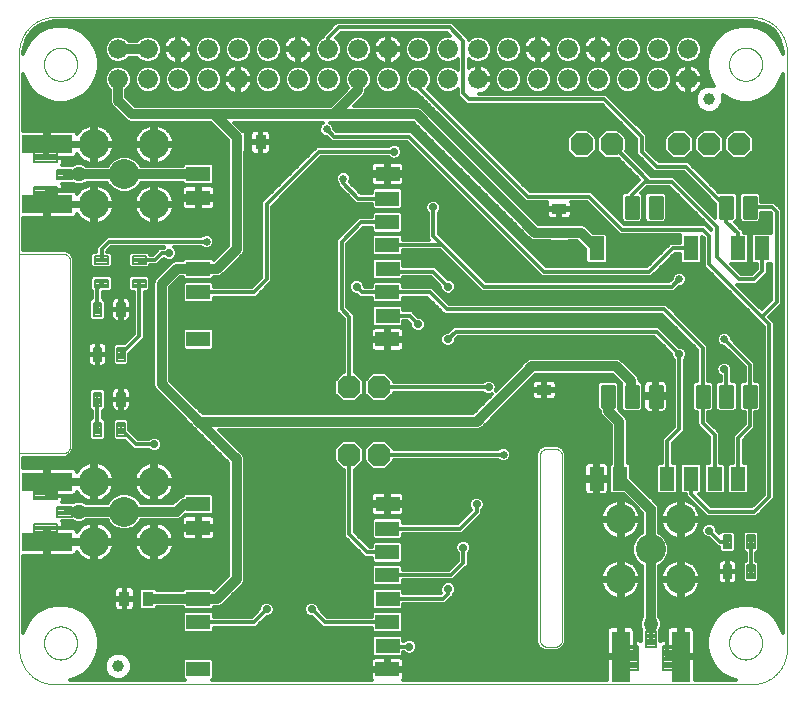
<source format=gtl>
G75*
%MOIN*%
%OFA0B0*%
%FSLAX25Y25*%
%IPPOS*%
%LPD*%
%AMOC8*
5,1,8,0,0,1.08239X$1,22.5*
%
%ADD10C,0.00000*%
%ADD11C,0.06600*%
%ADD12C,0.03937*%
%ADD13R,0.07874X0.05000*%
%ADD14C,0.10000*%
%ADD15R,0.03550X0.05118*%
%ADD16OC8,0.07600*%
%ADD17C,0.01000*%
%ADD18R,0.05000X0.07874*%
%ADD19R,0.05118X0.03550*%
%ADD20C,0.00800*%
%ADD21C,0.05000*%
%ADD22R,0.17000X0.06000*%
%ADD23R,0.06000X0.17000*%
%ADD24C,0.00787*%
%ADD25C,0.03200*%
%ADD26C,0.01200*%
%ADD27C,0.02600*%
%ADD28C,0.02800*%
%ADD29C,0.01600*%
D10*
X0067595Y0040744D02*
X0067595Y0239563D01*
X0067598Y0239848D01*
X0067609Y0240134D01*
X0067626Y0240419D01*
X0067650Y0240703D01*
X0067681Y0240987D01*
X0067719Y0241270D01*
X0067764Y0241551D01*
X0067815Y0241832D01*
X0067873Y0242112D01*
X0067938Y0242390D01*
X0068010Y0242666D01*
X0068088Y0242940D01*
X0068173Y0243213D01*
X0068265Y0243483D01*
X0068363Y0243751D01*
X0068467Y0244017D01*
X0068578Y0244280D01*
X0068695Y0244540D01*
X0068818Y0244798D01*
X0068948Y0245052D01*
X0069084Y0245303D01*
X0069225Y0245551D01*
X0069373Y0245795D01*
X0069526Y0246036D01*
X0069686Y0246272D01*
X0069851Y0246505D01*
X0070021Y0246734D01*
X0070197Y0246959D01*
X0070379Y0247179D01*
X0070565Y0247395D01*
X0070757Y0247606D01*
X0070954Y0247813D01*
X0071156Y0248015D01*
X0071363Y0248212D01*
X0071574Y0248404D01*
X0071790Y0248590D01*
X0072010Y0248772D01*
X0072235Y0248948D01*
X0072464Y0249118D01*
X0072697Y0249283D01*
X0072933Y0249443D01*
X0073174Y0249596D01*
X0073418Y0249744D01*
X0073666Y0249885D01*
X0073917Y0250021D01*
X0074171Y0250151D01*
X0074429Y0250274D01*
X0074689Y0250391D01*
X0074952Y0250502D01*
X0075218Y0250606D01*
X0075486Y0250704D01*
X0075756Y0250796D01*
X0076029Y0250881D01*
X0076303Y0250959D01*
X0076579Y0251031D01*
X0076857Y0251096D01*
X0077137Y0251154D01*
X0077418Y0251205D01*
X0077699Y0251250D01*
X0077982Y0251288D01*
X0078266Y0251319D01*
X0078550Y0251343D01*
X0078835Y0251360D01*
X0079121Y0251371D01*
X0079406Y0251374D01*
X0311690Y0251374D01*
X0311975Y0251371D01*
X0312261Y0251360D01*
X0312546Y0251343D01*
X0312830Y0251319D01*
X0313114Y0251288D01*
X0313397Y0251250D01*
X0313678Y0251205D01*
X0313959Y0251154D01*
X0314239Y0251096D01*
X0314517Y0251031D01*
X0314793Y0250959D01*
X0315067Y0250881D01*
X0315340Y0250796D01*
X0315610Y0250704D01*
X0315878Y0250606D01*
X0316144Y0250502D01*
X0316407Y0250391D01*
X0316667Y0250274D01*
X0316925Y0250151D01*
X0317179Y0250021D01*
X0317430Y0249885D01*
X0317678Y0249744D01*
X0317922Y0249596D01*
X0318163Y0249443D01*
X0318399Y0249283D01*
X0318632Y0249118D01*
X0318861Y0248948D01*
X0319086Y0248772D01*
X0319306Y0248590D01*
X0319522Y0248404D01*
X0319733Y0248212D01*
X0319940Y0248015D01*
X0320142Y0247813D01*
X0320339Y0247606D01*
X0320531Y0247395D01*
X0320717Y0247179D01*
X0320899Y0246959D01*
X0321075Y0246734D01*
X0321245Y0246505D01*
X0321410Y0246272D01*
X0321570Y0246036D01*
X0321723Y0245795D01*
X0321871Y0245551D01*
X0322012Y0245303D01*
X0322148Y0245052D01*
X0322278Y0244798D01*
X0322401Y0244540D01*
X0322518Y0244280D01*
X0322629Y0244017D01*
X0322733Y0243751D01*
X0322831Y0243483D01*
X0322923Y0243213D01*
X0323008Y0242940D01*
X0323086Y0242666D01*
X0323158Y0242390D01*
X0323223Y0242112D01*
X0323281Y0241832D01*
X0323332Y0241551D01*
X0323377Y0241270D01*
X0323415Y0240987D01*
X0323446Y0240703D01*
X0323470Y0240419D01*
X0323487Y0240134D01*
X0323498Y0239848D01*
X0323501Y0239563D01*
X0323501Y0040744D01*
X0323498Y0040459D01*
X0323487Y0040173D01*
X0323470Y0039888D01*
X0323446Y0039604D01*
X0323415Y0039320D01*
X0323377Y0039037D01*
X0323332Y0038756D01*
X0323281Y0038475D01*
X0323223Y0038195D01*
X0323158Y0037917D01*
X0323086Y0037641D01*
X0323008Y0037367D01*
X0322923Y0037094D01*
X0322831Y0036824D01*
X0322733Y0036556D01*
X0322629Y0036290D01*
X0322518Y0036027D01*
X0322401Y0035767D01*
X0322278Y0035509D01*
X0322148Y0035255D01*
X0322012Y0035004D01*
X0321871Y0034756D01*
X0321723Y0034512D01*
X0321570Y0034271D01*
X0321410Y0034035D01*
X0321245Y0033802D01*
X0321075Y0033573D01*
X0320899Y0033348D01*
X0320717Y0033128D01*
X0320531Y0032912D01*
X0320339Y0032701D01*
X0320142Y0032494D01*
X0319940Y0032292D01*
X0319733Y0032095D01*
X0319522Y0031903D01*
X0319306Y0031717D01*
X0319086Y0031535D01*
X0318861Y0031359D01*
X0318632Y0031189D01*
X0318399Y0031024D01*
X0318163Y0030864D01*
X0317922Y0030711D01*
X0317678Y0030563D01*
X0317430Y0030422D01*
X0317179Y0030286D01*
X0316925Y0030156D01*
X0316667Y0030033D01*
X0316407Y0029916D01*
X0316144Y0029805D01*
X0315878Y0029701D01*
X0315610Y0029603D01*
X0315340Y0029511D01*
X0315067Y0029426D01*
X0314793Y0029348D01*
X0314517Y0029276D01*
X0314239Y0029211D01*
X0313959Y0029153D01*
X0313678Y0029102D01*
X0313397Y0029057D01*
X0313114Y0029019D01*
X0312830Y0028988D01*
X0312546Y0028964D01*
X0312261Y0028947D01*
X0311975Y0028936D01*
X0311690Y0028933D01*
X0079406Y0028933D01*
X0079121Y0028936D01*
X0078835Y0028947D01*
X0078550Y0028964D01*
X0078266Y0028988D01*
X0077982Y0029019D01*
X0077699Y0029057D01*
X0077418Y0029102D01*
X0077137Y0029153D01*
X0076857Y0029211D01*
X0076579Y0029276D01*
X0076303Y0029348D01*
X0076029Y0029426D01*
X0075756Y0029511D01*
X0075486Y0029603D01*
X0075218Y0029701D01*
X0074952Y0029805D01*
X0074689Y0029916D01*
X0074429Y0030033D01*
X0074171Y0030156D01*
X0073917Y0030286D01*
X0073666Y0030422D01*
X0073418Y0030563D01*
X0073174Y0030711D01*
X0072933Y0030864D01*
X0072697Y0031024D01*
X0072464Y0031189D01*
X0072235Y0031359D01*
X0072010Y0031535D01*
X0071790Y0031717D01*
X0071574Y0031903D01*
X0071363Y0032095D01*
X0071156Y0032292D01*
X0070954Y0032494D01*
X0070757Y0032701D01*
X0070565Y0032912D01*
X0070379Y0033128D01*
X0070197Y0033348D01*
X0070021Y0033573D01*
X0069851Y0033802D01*
X0069686Y0034035D01*
X0069526Y0034271D01*
X0069373Y0034512D01*
X0069225Y0034756D01*
X0069084Y0035004D01*
X0068948Y0035255D01*
X0068818Y0035509D01*
X0068695Y0035767D01*
X0068578Y0036027D01*
X0068467Y0036290D01*
X0068363Y0036556D01*
X0068265Y0036824D01*
X0068173Y0037094D01*
X0068088Y0037367D01*
X0068010Y0037641D01*
X0067938Y0037917D01*
X0067873Y0038195D01*
X0067815Y0038475D01*
X0067764Y0038756D01*
X0067719Y0039037D01*
X0067681Y0039320D01*
X0067650Y0039604D01*
X0067626Y0039888D01*
X0067609Y0040173D01*
X0067598Y0040459D01*
X0067595Y0040744D01*
X0075863Y0042713D02*
X0075865Y0042861D01*
X0075871Y0043009D01*
X0075881Y0043157D01*
X0075895Y0043304D01*
X0075913Y0043451D01*
X0075934Y0043597D01*
X0075960Y0043743D01*
X0075990Y0043888D01*
X0076023Y0044032D01*
X0076061Y0044175D01*
X0076102Y0044317D01*
X0076147Y0044458D01*
X0076195Y0044598D01*
X0076248Y0044737D01*
X0076304Y0044874D01*
X0076364Y0045009D01*
X0076427Y0045143D01*
X0076494Y0045275D01*
X0076565Y0045405D01*
X0076639Y0045533D01*
X0076716Y0045659D01*
X0076797Y0045783D01*
X0076881Y0045905D01*
X0076968Y0046024D01*
X0077059Y0046141D01*
X0077153Y0046256D01*
X0077249Y0046368D01*
X0077349Y0046478D01*
X0077451Y0046584D01*
X0077557Y0046688D01*
X0077665Y0046789D01*
X0077776Y0046887D01*
X0077889Y0046983D01*
X0078005Y0047075D01*
X0078123Y0047164D01*
X0078244Y0047249D01*
X0078367Y0047332D01*
X0078492Y0047411D01*
X0078619Y0047487D01*
X0078748Y0047559D01*
X0078879Y0047628D01*
X0079012Y0047693D01*
X0079147Y0047754D01*
X0079283Y0047812D01*
X0079420Y0047867D01*
X0079559Y0047917D01*
X0079700Y0047964D01*
X0079841Y0048007D01*
X0079984Y0048047D01*
X0080128Y0048082D01*
X0080272Y0048114D01*
X0080418Y0048141D01*
X0080564Y0048165D01*
X0080711Y0048185D01*
X0080858Y0048201D01*
X0081005Y0048213D01*
X0081153Y0048221D01*
X0081301Y0048225D01*
X0081449Y0048225D01*
X0081597Y0048221D01*
X0081745Y0048213D01*
X0081892Y0048201D01*
X0082039Y0048185D01*
X0082186Y0048165D01*
X0082332Y0048141D01*
X0082478Y0048114D01*
X0082622Y0048082D01*
X0082766Y0048047D01*
X0082909Y0048007D01*
X0083050Y0047964D01*
X0083191Y0047917D01*
X0083330Y0047867D01*
X0083467Y0047812D01*
X0083603Y0047754D01*
X0083738Y0047693D01*
X0083871Y0047628D01*
X0084002Y0047559D01*
X0084131Y0047487D01*
X0084258Y0047411D01*
X0084383Y0047332D01*
X0084506Y0047249D01*
X0084627Y0047164D01*
X0084745Y0047075D01*
X0084861Y0046983D01*
X0084974Y0046887D01*
X0085085Y0046789D01*
X0085193Y0046688D01*
X0085299Y0046584D01*
X0085401Y0046478D01*
X0085501Y0046368D01*
X0085597Y0046256D01*
X0085691Y0046141D01*
X0085782Y0046024D01*
X0085869Y0045905D01*
X0085953Y0045783D01*
X0086034Y0045659D01*
X0086111Y0045533D01*
X0086185Y0045405D01*
X0086256Y0045275D01*
X0086323Y0045143D01*
X0086386Y0045009D01*
X0086446Y0044874D01*
X0086502Y0044737D01*
X0086555Y0044598D01*
X0086603Y0044458D01*
X0086648Y0044317D01*
X0086689Y0044175D01*
X0086727Y0044032D01*
X0086760Y0043888D01*
X0086790Y0043743D01*
X0086816Y0043597D01*
X0086837Y0043451D01*
X0086855Y0043304D01*
X0086869Y0043157D01*
X0086879Y0043009D01*
X0086885Y0042861D01*
X0086887Y0042713D01*
X0086885Y0042565D01*
X0086879Y0042417D01*
X0086869Y0042269D01*
X0086855Y0042122D01*
X0086837Y0041975D01*
X0086816Y0041829D01*
X0086790Y0041683D01*
X0086760Y0041538D01*
X0086727Y0041394D01*
X0086689Y0041251D01*
X0086648Y0041109D01*
X0086603Y0040968D01*
X0086555Y0040828D01*
X0086502Y0040689D01*
X0086446Y0040552D01*
X0086386Y0040417D01*
X0086323Y0040283D01*
X0086256Y0040151D01*
X0086185Y0040021D01*
X0086111Y0039893D01*
X0086034Y0039767D01*
X0085953Y0039643D01*
X0085869Y0039521D01*
X0085782Y0039402D01*
X0085691Y0039285D01*
X0085597Y0039170D01*
X0085501Y0039058D01*
X0085401Y0038948D01*
X0085299Y0038842D01*
X0085193Y0038738D01*
X0085085Y0038637D01*
X0084974Y0038539D01*
X0084861Y0038443D01*
X0084745Y0038351D01*
X0084627Y0038262D01*
X0084506Y0038177D01*
X0084383Y0038094D01*
X0084258Y0038015D01*
X0084131Y0037939D01*
X0084002Y0037867D01*
X0083871Y0037798D01*
X0083738Y0037733D01*
X0083603Y0037672D01*
X0083467Y0037614D01*
X0083330Y0037559D01*
X0083191Y0037509D01*
X0083050Y0037462D01*
X0082909Y0037419D01*
X0082766Y0037379D01*
X0082622Y0037344D01*
X0082478Y0037312D01*
X0082332Y0037285D01*
X0082186Y0037261D01*
X0082039Y0037241D01*
X0081892Y0037225D01*
X0081745Y0037213D01*
X0081597Y0037205D01*
X0081449Y0037201D01*
X0081301Y0037201D01*
X0081153Y0037205D01*
X0081005Y0037213D01*
X0080858Y0037225D01*
X0080711Y0037241D01*
X0080564Y0037261D01*
X0080418Y0037285D01*
X0080272Y0037312D01*
X0080128Y0037344D01*
X0079984Y0037379D01*
X0079841Y0037419D01*
X0079700Y0037462D01*
X0079559Y0037509D01*
X0079420Y0037559D01*
X0079283Y0037614D01*
X0079147Y0037672D01*
X0079012Y0037733D01*
X0078879Y0037798D01*
X0078748Y0037867D01*
X0078619Y0037939D01*
X0078492Y0038015D01*
X0078367Y0038094D01*
X0078244Y0038177D01*
X0078123Y0038262D01*
X0078005Y0038351D01*
X0077889Y0038443D01*
X0077776Y0038539D01*
X0077665Y0038637D01*
X0077557Y0038738D01*
X0077451Y0038842D01*
X0077349Y0038948D01*
X0077249Y0039058D01*
X0077153Y0039170D01*
X0077059Y0039285D01*
X0076968Y0039402D01*
X0076881Y0039521D01*
X0076797Y0039643D01*
X0076716Y0039767D01*
X0076639Y0039893D01*
X0076565Y0040021D01*
X0076494Y0040151D01*
X0076427Y0040283D01*
X0076364Y0040417D01*
X0076304Y0040552D01*
X0076248Y0040689D01*
X0076195Y0040828D01*
X0076147Y0040968D01*
X0076102Y0041109D01*
X0076061Y0041251D01*
X0076023Y0041394D01*
X0075990Y0041538D01*
X0075960Y0041683D01*
X0075934Y0041829D01*
X0075913Y0041975D01*
X0075895Y0042122D01*
X0075881Y0042269D01*
X0075871Y0042417D01*
X0075865Y0042565D01*
X0075863Y0042713D01*
X0082095Y0105933D02*
X0067595Y0105933D01*
X0067595Y0106433D01*
X0082095Y0105933D02*
X0082193Y0105935D01*
X0082291Y0105941D01*
X0082389Y0105950D01*
X0082486Y0105964D01*
X0082583Y0105981D01*
X0082679Y0106002D01*
X0082774Y0106027D01*
X0082868Y0106055D01*
X0082960Y0106088D01*
X0083052Y0106123D01*
X0083142Y0106163D01*
X0083230Y0106205D01*
X0083317Y0106252D01*
X0083401Y0106301D01*
X0083484Y0106354D01*
X0083564Y0106410D01*
X0083643Y0106470D01*
X0083719Y0106532D01*
X0083792Y0106597D01*
X0083863Y0106665D01*
X0083931Y0106736D01*
X0083996Y0106809D01*
X0084058Y0106885D01*
X0084118Y0106964D01*
X0084174Y0107044D01*
X0084227Y0107127D01*
X0084276Y0107211D01*
X0084323Y0107298D01*
X0084365Y0107386D01*
X0084405Y0107476D01*
X0084440Y0107568D01*
X0084473Y0107660D01*
X0084501Y0107754D01*
X0084526Y0107849D01*
X0084547Y0107945D01*
X0084564Y0108042D01*
X0084578Y0108139D01*
X0084587Y0108237D01*
X0084593Y0108335D01*
X0084595Y0108433D01*
X0084595Y0169933D01*
X0084593Y0170031D01*
X0084587Y0170129D01*
X0084578Y0170227D01*
X0084564Y0170324D01*
X0084547Y0170421D01*
X0084526Y0170517D01*
X0084501Y0170612D01*
X0084473Y0170706D01*
X0084440Y0170798D01*
X0084405Y0170890D01*
X0084365Y0170980D01*
X0084323Y0171068D01*
X0084276Y0171155D01*
X0084227Y0171239D01*
X0084174Y0171322D01*
X0084118Y0171402D01*
X0084058Y0171481D01*
X0083996Y0171557D01*
X0083931Y0171630D01*
X0083863Y0171701D01*
X0083792Y0171769D01*
X0083719Y0171834D01*
X0083643Y0171896D01*
X0083564Y0171956D01*
X0083484Y0172012D01*
X0083401Y0172065D01*
X0083317Y0172114D01*
X0083230Y0172161D01*
X0083142Y0172203D01*
X0083052Y0172243D01*
X0082960Y0172278D01*
X0082868Y0172311D01*
X0082774Y0172339D01*
X0082679Y0172364D01*
X0082583Y0172385D01*
X0082486Y0172402D01*
X0082389Y0172416D01*
X0082291Y0172425D01*
X0082193Y0172431D01*
X0082095Y0172433D01*
X0067595Y0172433D01*
X0075863Y0235626D02*
X0075865Y0235774D01*
X0075871Y0235922D01*
X0075881Y0236070D01*
X0075895Y0236217D01*
X0075913Y0236364D01*
X0075934Y0236510D01*
X0075960Y0236656D01*
X0075990Y0236801D01*
X0076023Y0236945D01*
X0076061Y0237088D01*
X0076102Y0237230D01*
X0076147Y0237371D01*
X0076195Y0237511D01*
X0076248Y0237650D01*
X0076304Y0237787D01*
X0076364Y0237922D01*
X0076427Y0238056D01*
X0076494Y0238188D01*
X0076565Y0238318D01*
X0076639Y0238446D01*
X0076716Y0238572D01*
X0076797Y0238696D01*
X0076881Y0238818D01*
X0076968Y0238937D01*
X0077059Y0239054D01*
X0077153Y0239169D01*
X0077249Y0239281D01*
X0077349Y0239391D01*
X0077451Y0239497D01*
X0077557Y0239601D01*
X0077665Y0239702D01*
X0077776Y0239800D01*
X0077889Y0239896D01*
X0078005Y0239988D01*
X0078123Y0240077D01*
X0078244Y0240162D01*
X0078367Y0240245D01*
X0078492Y0240324D01*
X0078619Y0240400D01*
X0078748Y0240472D01*
X0078879Y0240541D01*
X0079012Y0240606D01*
X0079147Y0240667D01*
X0079283Y0240725D01*
X0079420Y0240780D01*
X0079559Y0240830D01*
X0079700Y0240877D01*
X0079841Y0240920D01*
X0079984Y0240960D01*
X0080128Y0240995D01*
X0080272Y0241027D01*
X0080418Y0241054D01*
X0080564Y0241078D01*
X0080711Y0241098D01*
X0080858Y0241114D01*
X0081005Y0241126D01*
X0081153Y0241134D01*
X0081301Y0241138D01*
X0081449Y0241138D01*
X0081597Y0241134D01*
X0081745Y0241126D01*
X0081892Y0241114D01*
X0082039Y0241098D01*
X0082186Y0241078D01*
X0082332Y0241054D01*
X0082478Y0241027D01*
X0082622Y0240995D01*
X0082766Y0240960D01*
X0082909Y0240920D01*
X0083050Y0240877D01*
X0083191Y0240830D01*
X0083330Y0240780D01*
X0083467Y0240725D01*
X0083603Y0240667D01*
X0083738Y0240606D01*
X0083871Y0240541D01*
X0084002Y0240472D01*
X0084131Y0240400D01*
X0084258Y0240324D01*
X0084383Y0240245D01*
X0084506Y0240162D01*
X0084627Y0240077D01*
X0084745Y0239988D01*
X0084861Y0239896D01*
X0084974Y0239800D01*
X0085085Y0239702D01*
X0085193Y0239601D01*
X0085299Y0239497D01*
X0085401Y0239391D01*
X0085501Y0239281D01*
X0085597Y0239169D01*
X0085691Y0239054D01*
X0085782Y0238937D01*
X0085869Y0238818D01*
X0085953Y0238696D01*
X0086034Y0238572D01*
X0086111Y0238446D01*
X0086185Y0238318D01*
X0086256Y0238188D01*
X0086323Y0238056D01*
X0086386Y0237922D01*
X0086446Y0237787D01*
X0086502Y0237650D01*
X0086555Y0237511D01*
X0086603Y0237371D01*
X0086648Y0237230D01*
X0086689Y0237088D01*
X0086727Y0236945D01*
X0086760Y0236801D01*
X0086790Y0236656D01*
X0086816Y0236510D01*
X0086837Y0236364D01*
X0086855Y0236217D01*
X0086869Y0236070D01*
X0086879Y0235922D01*
X0086885Y0235774D01*
X0086887Y0235626D01*
X0086885Y0235478D01*
X0086879Y0235330D01*
X0086869Y0235182D01*
X0086855Y0235035D01*
X0086837Y0234888D01*
X0086816Y0234742D01*
X0086790Y0234596D01*
X0086760Y0234451D01*
X0086727Y0234307D01*
X0086689Y0234164D01*
X0086648Y0234022D01*
X0086603Y0233881D01*
X0086555Y0233741D01*
X0086502Y0233602D01*
X0086446Y0233465D01*
X0086386Y0233330D01*
X0086323Y0233196D01*
X0086256Y0233064D01*
X0086185Y0232934D01*
X0086111Y0232806D01*
X0086034Y0232680D01*
X0085953Y0232556D01*
X0085869Y0232434D01*
X0085782Y0232315D01*
X0085691Y0232198D01*
X0085597Y0232083D01*
X0085501Y0231971D01*
X0085401Y0231861D01*
X0085299Y0231755D01*
X0085193Y0231651D01*
X0085085Y0231550D01*
X0084974Y0231452D01*
X0084861Y0231356D01*
X0084745Y0231264D01*
X0084627Y0231175D01*
X0084506Y0231090D01*
X0084383Y0231007D01*
X0084258Y0230928D01*
X0084131Y0230852D01*
X0084002Y0230780D01*
X0083871Y0230711D01*
X0083738Y0230646D01*
X0083603Y0230585D01*
X0083467Y0230527D01*
X0083330Y0230472D01*
X0083191Y0230422D01*
X0083050Y0230375D01*
X0082909Y0230332D01*
X0082766Y0230292D01*
X0082622Y0230257D01*
X0082478Y0230225D01*
X0082332Y0230198D01*
X0082186Y0230174D01*
X0082039Y0230154D01*
X0081892Y0230138D01*
X0081745Y0230126D01*
X0081597Y0230118D01*
X0081449Y0230114D01*
X0081301Y0230114D01*
X0081153Y0230118D01*
X0081005Y0230126D01*
X0080858Y0230138D01*
X0080711Y0230154D01*
X0080564Y0230174D01*
X0080418Y0230198D01*
X0080272Y0230225D01*
X0080128Y0230257D01*
X0079984Y0230292D01*
X0079841Y0230332D01*
X0079700Y0230375D01*
X0079559Y0230422D01*
X0079420Y0230472D01*
X0079283Y0230527D01*
X0079147Y0230585D01*
X0079012Y0230646D01*
X0078879Y0230711D01*
X0078748Y0230780D01*
X0078619Y0230852D01*
X0078492Y0230928D01*
X0078367Y0231007D01*
X0078244Y0231090D01*
X0078123Y0231175D01*
X0078005Y0231264D01*
X0077889Y0231356D01*
X0077776Y0231452D01*
X0077665Y0231550D01*
X0077557Y0231651D01*
X0077451Y0231755D01*
X0077349Y0231861D01*
X0077249Y0231971D01*
X0077153Y0232083D01*
X0077059Y0232198D01*
X0076968Y0232315D01*
X0076881Y0232434D01*
X0076797Y0232556D01*
X0076716Y0232680D01*
X0076639Y0232806D01*
X0076565Y0232934D01*
X0076494Y0233064D01*
X0076427Y0233196D01*
X0076364Y0233330D01*
X0076304Y0233465D01*
X0076248Y0233602D01*
X0076195Y0233741D01*
X0076147Y0233881D01*
X0076102Y0234022D01*
X0076061Y0234164D01*
X0076023Y0234307D01*
X0075990Y0234451D01*
X0075960Y0234596D01*
X0075934Y0234742D01*
X0075913Y0234888D01*
X0075895Y0235035D01*
X0075881Y0235182D01*
X0075871Y0235330D01*
X0075865Y0235478D01*
X0075863Y0235626D01*
X0241095Y0104933D02*
X0241095Y0043933D01*
X0241097Y0043835D01*
X0241103Y0043737D01*
X0241112Y0043639D01*
X0241126Y0043542D01*
X0241143Y0043445D01*
X0241164Y0043349D01*
X0241189Y0043254D01*
X0241217Y0043160D01*
X0241250Y0043068D01*
X0241285Y0042976D01*
X0241325Y0042886D01*
X0241367Y0042798D01*
X0241414Y0042711D01*
X0241463Y0042627D01*
X0241516Y0042544D01*
X0241572Y0042464D01*
X0241632Y0042385D01*
X0241694Y0042309D01*
X0241759Y0042236D01*
X0241827Y0042165D01*
X0241898Y0042097D01*
X0241971Y0042032D01*
X0242047Y0041970D01*
X0242126Y0041910D01*
X0242206Y0041854D01*
X0242289Y0041801D01*
X0242373Y0041752D01*
X0242460Y0041705D01*
X0242548Y0041663D01*
X0242638Y0041623D01*
X0242730Y0041588D01*
X0242822Y0041555D01*
X0242916Y0041527D01*
X0243011Y0041502D01*
X0243107Y0041481D01*
X0243204Y0041464D01*
X0243301Y0041450D01*
X0243399Y0041441D01*
X0243497Y0041435D01*
X0243595Y0041433D01*
X0246095Y0041433D01*
X0246193Y0041435D01*
X0246291Y0041441D01*
X0246389Y0041450D01*
X0246486Y0041464D01*
X0246583Y0041481D01*
X0246679Y0041502D01*
X0246774Y0041527D01*
X0246868Y0041555D01*
X0246960Y0041588D01*
X0247052Y0041623D01*
X0247142Y0041663D01*
X0247230Y0041705D01*
X0247317Y0041752D01*
X0247401Y0041801D01*
X0247484Y0041854D01*
X0247564Y0041910D01*
X0247643Y0041970D01*
X0247719Y0042032D01*
X0247792Y0042097D01*
X0247863Y0042165D01*
X0247931Y0042236D01*
X0247996Y0042309D01*
X0248058Y0042385D01*
X0248118Y0042464D01*
X0248174Y0042544D01*
X0248227Y0042627D01*
X0248276Y0042711D01*
X0248323Y0042798D01*
X0248365Y0042886D01*
X0248405Y0042976D01*
X0248440Y0043068D01*
X0248473Y0043160D01*
X0248501Y0043254D01*
X0248526Y0043349D01*
X0248547Y0043445D01*
X0248564Y0043542D01*
X0248578Y0043639D01*
X0248587Y0043737D01*
X0248593Y0043835D01*
X0248595Y0043933D01*
X0248595Y0104933D01*
X0248593Y0105031D01*
X0248587Y0105129D01*
X0248578Y0105227D01*
X0248564Y0105324D01*
X0248547Y0105421D01*
X0248526Y0105517D01*
X0248501Y0105612D01*
X0248473Y0105706D01*
X0248440Y0105798D01*
X0248405Y0105890D01*
X0248365Y0105980D01*
X0248323Y0106068D01*
X0248276Y0106155D01*
X0248227Y0106239D01*
X0248174Y0106322D01*
X0248118Y0106402D01*
X0248058Y0106481D01*
X0247996Y0106557D01*
X0247931Y0106630D01*
X0247863Y0106701D01*
X0247792Y0106769D01*
X0247719Y0106834D01*
X0247643Y0106896D01*
X0247564Y0106956D01*
X0247484Y0107012D01*
X0247401Y0107065D01*
X0247317Y0107114D01*
X0247230Y0107161D01*
X0247142Y0107203D01*
X0247052Y0107243D01*
X0246960Y0107278D01*
X0246868Y0107311D01*
X0246774Y0107339D01*
X0246679Y0107364D01*
X0246583Y0107385D01*
X0246486Y0107402D01*
X0246389Y0107416D01*
X0246291Y0107425D01*
X0246193Y0107431D01*
X0246095Y0107433D01*
X0243595Y0107433D01*
X0243497Y0107431D01*
X0243399Y0107425D01*
X0243301Y0107416D01*
X0243204Y0107402D01*
X0243107Y0107385D01*
X0243011Y0107364D01*
X0242916Y0107339D01*
X0242822Y0107311D01*
X0242730Y0107278D01*
X0242638Y0107243D01*
X0242548Y0107203D01*
X0242460Y0107161D01*
X0242373Y0107114D01*
X0242289Y0107065D01*
X0242206Y0107012D01*
X0242126Y0106956D01*
X0242047Y0106896D01*
X0241971Y0106834D01*
X0241898Y0106769D01*
X0241827Y0106701D01*
X0241759Y0106630D01*
X0241694Y0106557D01*
X0241632Y0106481D01*
X0241572Y0106402D01*
X0241516Y0106322D01*
X0241463Y0106239D01*
X0241414Y0106155D01*
X0241367Y0106068D01*
X0241325Y0105980D01*
X0241285Y0105890D01*
X0241250Y0105798D01*
X0241217Y0105706D01*
X0241189Y0105612D01*
X0241164Y0105517D01*
X0241143Y0105421D01*
X0241126Y0105324D01*
X0241112Y0105227D01*
X0241103Y0105129D01*
X0241097Y0105031D01*
X0241095Y0104933D01*
X0304209Y0042713D02*
X0304211Y0042861D01*
X0304217Y0043009D01*
X0304227Y0043157D01*
X0304241Y0043304D01*
X0304259Y0043451D01*
X0304280Y0043597D01*
X0304306Y0043743D01*
X0304336Y0043888D01*
X0304369Y0044032D01*
X0304407Y0044175D01*
X0304448Y0044317D01*
X0304493Y0044458D01*
X0304541Y0044598D01*
X0304594Y0044737D01*
X0304650Y0044874D01*
X0304710Y0045009D01*
X0304773Y0045143D01*
X0304840Y0045275D01*
X0304911Y0045405D01*
X0304985Y0045533D01*
X0305062Y0045659D01*
X0305143Y0045783D01*
X0305227Y0045905D01*
X0305314Y0046024D01*
X0305405Y0046141D01*
X0305499Y0046256D01*
X0305595Y0046368D01*
X0305695Y0046478D01*
X0305797Y0046584D01*
X0305903Y0046688D01*
X0306011Y0046789D01*
X0306122Y0046887D01*
X0306235Y0046983D01*
X0306351Y0047075D01*
X0306469Y0047164D01*
X0306590Y0047249D01*
X0306713Y0047332D01*
X0306838Y0047411D01*
X0306965Y0047487D01*
X0307094Y0047559D01*
X0307225Y0047628D01*
X0307358Y0047693D01*
X0307493Y0047754D01*
X0307629Y0047812D01*
X0307766Y0047867D01*
X0307905Y0047917D01*
X0308046Y0047964D01*
X0308187Y0048007D01*
X0308330Y0048047D01*
X0308474Y0048082D01*
X0308618Y0048114D01*
X0308764Y0048141D01*
X0308910Y0048165D01*
X0309057Y0048185D01*
X0309204Y0048201D01*
X0309351Y0048213D01*
X0309499Y0048221D01*
X0309647Y0048225D01*
X0309795Y0048225D01*
X0309943Y0048221D01*
X0310091Y0048213D01*
X0310238Y0048201D01*
X0310385Y0048185D01*
X0310532Y0048165D01*
X0310678Y0048141D01*
X0310824Y0048114D01*
X0310968Y0048082D01*
X0311112Y0048047D01*
X0311255Y0048007D01*
X0311396Y0047964D01*
X0311537Y0047917D01*
X0311676Y0047867D01*
X0311813Y0047812D01*
X0311949Y0047754D01*
X0312084Y0047693D01*
X0312217Y0047628D01*
X0312348Y0047559D01*
X0312477Y0047487D01*
X0312604Y0047411D01*
X0312729Y0047332D01*
X0312852Y0047249D01*
X0312973Y0047164D01*
X0313091Y0047075D01*
X0313207Y0046983D01*
X0313320Y0046887D01*
X0313431Y0046789D01*
X0313539Y0046688D01*
X0313645Y0046584D01*
X0313747Y0046478D01*
X0313847Y0046368D01*
X0313943Y0046256D01*
X0314037Y0046141D01*
X0314128Y0046024D01*
X0314215Y0045905D01*
X0314299Y0045783D01*
X0314380Y0045659D01*
X0314457Y0045533D01*
X0314531Y0045405D01*
X0314602Y0045275D01*
X0314669Y0045143D01*
X0314732Y0045009D01*
X0314792Y0044874D01*
X0314848Y0044737D01*
X0314901Y0044598D01*
X0314949Y0044458D01*
X0314994Y0044317D01*
X0315035Y0044175D01*
X0315073Y0044032D01*
X0315106Y0043888D01*
X0315136Y0043743D01*
X0315162Y0043597D01*
X0315183Y0043451D01*
X0315201Y0043304D01*
X0315215Y0043157D01*
X0315225Y0043009D01*
X0315231Y0042861D01*
X0315233Y0042713D01*
X0315231Y0042565D01*
X0315225Y0042417D01*
X0315215Y0042269D01*
X0315201Y0042122D01*
X0315183Y0041975D01*
X0315162Y0041829D01*
X0315136Y0041683D01*
X0315106Y0041538D01*
X0315073Y0041394D01*
X0315035Y0041251D01*
X0314994Y0041109D01*
X0314949Y0040968D01*
X0314901Y0040828D01*
X0314848Y0040689D01*
X0314792Y0040552D01*
X0314732Y0040417D01*
X0314669Y0040283D01*
X0314602Y0040151D01*
X0314531Y0040021D01*
X0314457Y0039893D01*
X0314380Y0039767D01*
X0314299Y0039643D01*
X0314215Y0039521D01*
X0314128Y0039402D01*
X0314037Y0039285D01*
X0313943Y0039170D01*
X0313847Y0039058D01*
X0313747Y0038948D01*
X0313645Y0038842D01*
X0313539Y0038738D01*
X0313431Y0038637D01*
X0313320Y0038539D01*
X0313207Y0038443D01*
X0313091Y0038351D01*
X0312973Y0038262D01*
X0312852Y0038177D01*
X0312729Y0038094D01*
X0312604Y0038015D01*
X0312477Y0037939D01*
X0312348Y0037867D01*
X0312217Y0037798D01*
X0312084Y0037733D01*
X0311949Y0037672D01*
X0311813Y0037614D01*
X0311676Y0037559D01*
X0311537Y0037509D01*
X0311396Y0037462D01*
X0311255Y0037419D01*
X0311112Y0037379D01*
X0310968Y0037344D01*
X0310824Y0037312D01*
X0310678Y0037285D01*
X0310532Y0037261D01*
X0310385Y0037241D01*
X0310238Y0037225D01*
X0310091Y0037213D01*
X0309943Y0037205D01*
X0309795Y0037201D01*
X0309647Y0037201D01*
X0309499Y0037205D01*
X0309351Y0037213D01*
X0309204Y0037225D01*
X0309057Y0037241D01*
X0308910Y0037261D01*
X0308764Y0037285D01*
X0308618Y0037312D01*
X0308474Y0037344D01*
X0308330Y0037379D01*
X0308187Y0037419D01*
X0308046Y0037462D01*
X0307905Y0037509D01*
X0307766Y0037559D01*
X0307629Y0037614D01*
X0307493Y0037672D01*
X0307358Y0037733D01*
X0307225Y0037798D01*
X0307094Y0037867D01*
X0306965Y0037939D01*
X0306838Y0038015D01*
X0306713Y0038094D01*
X0306590Y0038177D01*
X0306469Y0038262D01*
X0306351Y0038351D01*
X0306235Y0038443D01*
X0306122Y0038539D01*
X0306011Y0038637D01*
X0305903Y0038738D01*
X0305797Y0038842D01*
X0305695Y0038948D01*
X0305595Y0039058D01*
X0305499Y0039170D01*
X0305405Y0039285D01*
X0305314Y0039402D01*
X0305227Y0039521D01*
X0305143Y0039643D01*
X0305062Y0039767D01*
X0304985Y0039893D01*
X0304911Y0040021D01*
X0304840Y0040151D01*
X0304773Y0040283D01*
X0304710Y0040417D01*
X0304650Y0040552D01*
X0304594Y0040689D01*
X0304541Y0040828D01*
X0304493Y0040968D01*
X0304448Y0041109D01*
X0304407Y0041251D01*
X0304369Y0041394D01*
X0304336Y0041538D01*
X0304306Y0041683D01*
X0304280Y0041829D01*
X0304259Y0041975D01*
X0304241Y0042122D01*
X0304227Y0042269D01*
X0304217Y0042417D01*
X0304211Y0042565D01*
X0304209Y0042713D01*
X0304209Y0235626D02*
X0304211Y0235774D01*
X0304217Y0235922D01*
X0304227Y0236070D01*
X0304241Y0236217D01*
X0304259Y0236364D01*
X0304280Y0236510D01*
X0304306Y0236656D01*
X0304336Y0236801D01*
X0304369Y0236945D01*
X0304407Y0237088D01*
X0304448Y0237230D01*
X0304493Y0237371D01*
X0304541Y0237511D01*
X0304594Y0237650D01*
X0304650Y0237787D01*
X0304710Y0237922D01*
X0304773Y0238056D01*
X0304840Y0238188D01*
X0304911Y0238318D01*
X0304985Y0238446D01*
X0305062Y0238572D01*
X0305143Y0238696D01*
X0305227Y0238818D01*
X0305314Y0238937D01*
X0305405Y0239054D01*
X0305499Y0239169D01*
X0305595Y0239281D01*
X0305695Y0239391D01*
X0305797Y0239497D01*
X0305903Y0239601D01*
X0306011Y0239702D01*
X0306122Y0239800D01*
X0306235Y0239896D01*
X0306351Y0239988D01*
X0306469Y0240077D01*
X0306590Y0240162D01*
X0306713Y0240245D01*
X0306838Y0240324D01*
X0306965Y0240400D01*
X0307094Y0240472D01*
X0307225Y0240541D01*
X0307358Y0240606D01*
X0307493Y0240667D01*
X0307629Y0240725D01*
X0307766Y0240780D01*
X0307905Y0240830D01*
X0308046Y0240877D01*
X0308187Y0240920D01*
X0308330Y0240960D01*
X0308474Y0240995D01*
X0308618Y0241027D01*
X0308764Y0241054D01*
X0308910Y0241078D01*
X0309057Y0241098D01*
X0309204Y0241114D01*
X0309351Y0241126D01*
X0309499Y0241134D01*
X0309647Y0241138D01*
X0309795Y0241138D01*
X0309943Y0241134D01*
X0310091Y0241126D01*
X0310238Y0241114D01*
X0310385Y0241098D01*
X0310532Y0241078D01*
X0310678Y0241054D01*
X0310824Y0241027D01*
X0310968Y0240995D01*
X0311112Y0240960D01*
X0311255Y0240920D01*
X0311396Y0240877D01*
X0311537Y0240830D01*
X0311676Y0240780D01*
X0311813Y0240725D01*
X0311949Y0240667D01*
X0312084Y0240606D01*
X0312217Y0240541D01*
X0312348Y0240472D01*
X0312477Y0240400D01*
X0312604Y0240324D01*
X0312729Y0240245D01*
X0312852Y0240162D01*
X0312973Y0240077D01*
X0313091Y0239988D01*
X0313207Y0239896D01*
X0313320Y0239800D01*
X0313431Y0239702D01*
X0313539Y0239601D01*
X0313645Y0239497D01*
X0313747Y0239391D01*
X0313847Y0239281D01*
X0313943Y0239169D01*
X0314037Y0239054D01*
X0314128Y0238937D01*
X0314215Y0238818D01*
X0314299Y0238696D01*
X0314380Y0238572D01*
X0314457Y0238446D01*
X0314531Y0238318D01*
X0314602Y0238188D01*
X0314669Y0238056D01*
X0314732Y0237922D01*
X0314792Y0237787D01*
X0314848Y0237650D01*
X0314901Y0237511D01*
X0314949Y0237371D01*
X0314994Y0237230D01*
X0315035Y0237088D01*
X0315073Y0236945D01*
X0315106Y0236801D01*
X0315136Y0236656D01*
X0315162Y0236510D01*
X0315183Y0236364D01*
X0315201Y0236217D01*
X0315215Y0236070D01*
X0315225Y0235922D01*
X0315231Y0235774D01*
X0315233Y0235626D01*
X0315231Y0235478D01*
X0315225Y0235330D01*
X0315215Y0235182D01*
X0315201Y0235035D01*
X0315183Y0234888D01*
X0315162Y0234742D01*
X0315136Y0234596D01*
X0315106Y0234451D01*
X0315073Y0234307D01*
X0315035Y0234164D01*
X0314994Y0234022D01*
X0314949Y0233881D01*
X0314901Y0233741D01*
X0314848Y0233602D01*
X0314792Y0233465D01*
X0314732Y0233330D01*
X0314669Y0233196D01*
X0314602Y0233064D01*
X0314531Y0232934D01*
X0314457Y0232806D01*
X0314380Y0232680D01*
X0314299Y0232556D01*
X0314215Y0232434D01*
X0314128Y0232315D01*
X0314037Y0232198D01*
X0313943Y0232083D01*
X0313847Y0231971D01*
X0313747Y0231861D01*
X0313645Y0231755D01*
X0313539Y0231651D01*
X0313431Y0231550D01*
X0313320Y0231452D01*
X0313207Y0231356D01*
X0313091Y0231264D01*
X0312973Y0231175D01*
X0312852Y0231090D01*
X0312729Y0231007D01*
X0312604Y0230928D01*
X0312477Y0230852D01*
X0312348Y0230780D01*
X0312217Y0230711D01*
X0312084Y0230646D01*
X0311949Y0230585D01*
X0311813Y0230527D01*
X0311676Y0230472D01*
X0311537Y0230422D01*
X0311396Y0230375D01*
X0311255Y0230332D01*
X0311112Y0230292D01*
X0310968Y0230257D01*
X0310824Y0230225D01*
X0310678Y0230198D01*
X0310532Y0230174D01*
X0310385Y0230154D01*
X0310238Y0230138D01*
X0310091Y0230126D01*
X0309943Y0230118D01*
X0309795Y0230114D01*
X0309647Y0230114D01*
X0309499Y0230118D01*
X0309351Y0230126D01*
X0309204Y0230138D01*
X0309057Y0230154D01*
X0308910Y0230174D01*
X0308764Y0230198D01*
X0308618Y0230225D01*
X0308474Y0230257D01*
X0308330Y0230292D01*
X0308187Y0230332D01*
X0308046Y0230375D01*
X0307905Y0230422D01*
X0307766Y0230472D01*
X0307629Y0230527D01*
X0307493Y0230585D01*
X0307358Y0230646D01*
X0307225Y0230711D01*
X0307094Y0230780D01*
X0306965Y0230852D01*
X0306838Y0230928D01*
X0306713Y0231007D01*
X0306590Y0231090D01*
X0306469Y0231175D01*
X0306351Y0231264D01*
X0306235Y0231356D01*
X0306122Y0231452D01*
X0306011Y0231550D01*
X0305903Y0231651D01*
X0305797Y0231755D01*
X0305695Y0231861D01*
X0305595Y0231971D01*
X0305499Y0232083D01*
X0305405Y0232198D01*
X0305314Y0232315D01*
X0305227Y0232434D01*
X0305143Y0232556D01*
X0305062Y0232680D01*
X0304985Y0232806D01*
X0304911Y0232934D01*
X0304840Y0233064D01*
X0304773Y0233196D01*
X0304710Y0233330D01*
X0304650Y0233465D01*
X0304594Y0233602D01*
X0304541Y0233741D01*
X0304493Y0233881D01*
X0304448Y0234022D01*
X0304407Y0234164D01*
X0304369Y0234307D01*
X0304336Y0234451D01*
X0304306Y0234596D01*
X0304280Y0234742D01*
X0304259Y0234888D01*
X0304241Y0235035D01*
X0304227Y0235182D01*
X0304217Y0235330D01*
X0304211Y0235478D01*
X0304209Y0235626D01*
D11*
X0290548Y0240626D03*
X0280548Y0240626D03*
X0270548Y0240626D03*
X0260548Y0240626D03*
X0250548Y0240626D03*
X0240548Y0240626D03*
X0230548Y0240626D03*
X0220548Y0240626D03*
X0210548Y0240626D03*
X0200548Y0240626D03*
X0190548Y0240626D03*
X0180548Y0240626D03*
X0170548Y0240626D03*
X0160548Y0240626D03*
X0150548Y0240626D03*
X0140548Y0240626D03*
X0130548Y0240626D03*
X0120548Y0240626D03*
X0110548Y0240626D03*
X0100548Y0240626D03*
X0100548Y0230626D03*
X0110548Y0230626D03*
X0120548Y0230626D03*
X0130548Y0230626D03*
X0140548Y0230626D03*
X0150548Y0230626D03*
X0160548Y0230626D03*
X0170548Y0230626D03*
X0180548Y0230626D03*
X0190548Y0230626D03*
X0200548Y0230626D03*
X0210548Y0230626D03*
X0220548Y0230626D03*
X0230548Y0230626D03*
X0240548Y0230626D03*
X0250548Y0230626D03*
X0260548Y0230626D03*
X0270548Y0230626D03*
X0280548Y0230626D03*
X0290548Y0230626D03*
D12*
X0297595Y0223933D03*
X0100595Y0034933D03*
D13*
X0127341Y0033874D03*
X0127349Y0049622D03*
X0127349Y0057496D03*
X0127349Y0081118D03*
X0127349Y0088992D03*
X0190371Y0088992D03*
X0190349Y0080868D03*
X0190341Y0072870D03*
X0190341Y0065370D03*
X0190371Y0057448D03*
X0190349Y0049622D03*
X0190371Y0041748D03*
X0190341Y0033874D03*
X0190341Y0143874D03*
X0190371Y0151748D03*
X0190349Y0159622D03*
X0190371Y0167448D03*
X0190341Y0175370D03*
X0190341Y0182870D03*
X0190349Y0190868D03*
X0190371Y0198992D03*
X0127349Y0198992D03*
X0127349Y0191118D03*
X0127349Y0167496D03*
X0127349Y0159622D03*
X0127341Y0143874D03*
D14*
X0112595Y0188933D03*
X0102595Y0198933D03*
X0092595Y0188933D03*
X0092595Y0208933D03*
X0112595Y0208933D03*
X0112595Y0096433D03*
X0102595Y0086433D03*
X0092595Y0076433D03*
X0112595Y0076433D03*
X0092595Y0096433D03*
X0268095Y0083933D03*
X0278095Y0073933D03*
X0268095Y0063933D03*
X0288095Y0063933D03*
X0288095Y0083933D03*
D15*
X0148032Y0209683D03*
X0140158Y0209683D03*
X0110532Y0057433D03*
X0102658Y0057433D03*
D16*
X0177595Y0105433D03*
X0187595Y0105433D03*
X0187595Y0127933D03*
X0177595Y0127933D03*
X0255095Y0208933D03*
X0265095Y0208933D03*
X0287595Y0208933D03*
X0297595Y0208933D03*
X0307595Y0208933D03*
D17*
X0309217Y0191366D02*
X0309217Y0184492D01*
X0309217Y0191366D02*
X0313217Y0191366D01*
X0313217Y0184492D01*
X0309217Y0184492D01*
X0309217Y0185491D02*
X0313217Y0185491D01*
X0313217Y0186490D02*
X0309217Y0186490D01*
X0309217Y0187489D02*
X0313217Y0187489D01*
X0313217Y0188488D02*
X0309217Y0188488D01*
X0309217Y0189487D02*
X0313217Y0189487D01*
X0313217Y0190486D02*
X0309217Y0190486D01*
X0301343Y0191366D02*
X0301343Y0184492D01*
X0301343Y0191366D02*
X0305343Y0191366D01*
X0305343Y0184492D01*
X0301343Y0184492D01*
X0301343Y0185491D02*
X0305343Y0185491D01*
X0305343Y0186490D02*
X0301343Y0186490D01*
X0301343Y0187489D02*
X0305343Y0187489D01*
X0305343Y0188488D02*
X0301343Y0188488D01*
X0301343Y0189487D02*
X0305343Y0189487D01*
X0305343Y0190486D02*
X0301343Y0190486D01*
X0277721Y0191374D02*
X0277721Y0184500D01*
X0277721Y0191374D02*
X0281721Y0191374D01*
X0281721Y0184500D01*
X0277721Y0184500D01*
X0277721Y0185499D02*
X0281721Y0185499D01*
X0281721Y0186498D02*
X0277721Y0186498D01*
X0277721Y0187497D02*
X0281721Y0187497D01*
X0281721Y0188496D02*
X0277721Y0188496D01*
X0277721Y0189495D02*
X0281721Y0189495D01*
X0281721Y0190494D02*
X0277721Y0190494D01*
X0269847Y0191374D02*
X0269847Y0184500D01*
X0269847Y0191374D02*
X0273847Y0191374D01*
X0273847Y0184500D01*
X0269847Y0184500D01*
X0269847Y0185499D02*
X0273847Y0185499D01*
X0273847Y0186498D02*
X0269847Y0186498D01*
X0269847Y0187497D02*
X0273847Y0187497D01*
X0273847Y0188496D02*
X0269847Y0188496D01*
X0269847Y0189495D02*
X0273847Y0189495D01*
X0273847Y0190494D02*
X0269847Y0190494D01*
X0269847Y0128374D02*
X0269847Y0121500D01*
X0269847Y0128374D02*
X0273847Y0128374D01*
X0273847Y0121500D01*
X0269847Y0121500D01*
X0269847Y0122499D02*
X0273847Y0122499D01*
X0273847Y0123498D02*
X0269847Y0123498D01*
X0269847Y0124497D02*
X0273847Y0124497D01*
X0273847Y0125496D02*
X0269847Y0125496D01*
X0269847Y0126495D02*
X0273847Y0126495D01*
X0273847Y0127494D02*
X0269847Y0127494D01*
X0261973Y0128374D02*
X0261973Y0121500D01*
X0261973Y0128374D02*
X0265973Y0128374D01*
X0265973Y0121500D01*
X0261973Y0121500D01*
X0261973Y0122499D02*
X0265973Y0122499D01*
X0265973Y0123498D02*
X0261973Y0123498D01*
X0261973Y0124497D02*
X0265973Y0124497D01*
X0265973Y0125496D02*
X0261973Y0125496D01*
X0261973Y0126495D02*
X0265973Y0126495D01*
X0265973Y0127494D02*
X0261973Y0127494D01*
X0277721Y0128374D02*
X0277721Y0121500D01*
X0277721Y0128374D02*
X0281721Y0128374D01*
X0281721Y0121500D01*
X0277721Y0121500D01*
X0277721Y0122499D02*
X0281721Y0122499D01*
X0281721Y0123498D02*
X0277721Y0123498D01*
X0277721Y0124497D02*
X0281721Y0124497D01*
X0281721Y0125496D02*
X0277721Y0125496D01*
X0277721Y0126495D02*
X0281721Y0126495D01*
X0281721Y0127494D02*
X0277721Y0127494D01*
X0293469Y0128374D02*
X0293469Y0121500D01*
X0293469Y0128374D02*
X0297469Y0128374D01*
X0297469Y0121500D01*
X0293469Y0121500D01*
X0293469Y0122499D02*
X0297469Y0122499D01*
X0297469Y0123498D02*
X0293469Y0123498D01*
X0293469Y0124497D02*
X0297469Y0124497D01*
X0297469Y0125496D02*
X0293469Y0125496D01*
X0293469Y0126495D02*
X0297469Y0126495D01*
X0297469Y0127494D02*
X0293469Y0127494D01*
X0301343Y0128374D02*
X0301343Y0121500D01*
X0301343Y0128374D02*
X0305343Y0128374D01*
X0305343Y0121500D01*
X0301343Y0121500D01*
X0301343Y0122499D02*
X0305343Y0122499D01*
X0305343Y0123498D02*
X0301343Y0123498D01*
X0301343Y0124497D02*
X0305343Y0124497D01*
X0305343Y0125496D02*
X0301343Y0125496D01*
X0301343Y0126495D02*
X0305343Y0126495D01*
X0305343Y0127494D02*
X0301343Y0127494D01*
X0309217Y0128374D02*
X0309217Y0121500D01*
X0309217Y0128374D02*
X0313217Y0128374D01*
X0313217Y0121500D01*
X0309217Y0121500D01*
X0309217Y0122499D02*
X0313217Y0122499D01*
X0313217Y0123498D02*
X0309217Y0123498D01*
X0309217Y0124497D02*
X0313217Y0124497D01*
X0313217Y0125496D02*
X0309217Y0125496D01*
X0309217Y0126495D02*
X0313217Y0126495D01*
X0313217Y0127494D02*
X0309217Y0127494D01*
D18*
X0307280Y0097437D03*
X0299406Y0097437D03*
X0291532Y0097437D03*
X0283658Y0097437D03*
X0267910Y0097437D03*
X0260036Y0097437D03*
X0260036Y0174209D03*
X0291580Y0174209D03*
X0307280Y0174209D03*
X0315280Y0174209D03*
D19*
X0247595Y0179496D03*
X0247595Y0187370D03*
X0242595Y0134870D03*
X0242595Y0126996D03*
D20*
X0279695Y0046662D02*
X0279695Y0041462D01*
X0276495Y0041462D01*
X0276495Y0046662D01*
X0279695Y0046662D01*
X0279695Y0042261D02*
X0276495Y0042261D01*
X0276495Y0043060D02*
X0279695Y0043060D01*
X0279695Y0043859D02*
X0276495Y0043859D01*
X0276495Y0044658D02*
X0279695Y0044658D01*
X0279695Y0045457D02*
X0276495Y0045457D01*
X0276495Y0046256D02*
X0279695Y0046256D01*
X0285484Y0041613D02*
X0285484Y0033753D01*
X0282284Y0033753D01*
X0282284Y0041613D01*
X0285484Y0041613D01*
X0285484Y0034552D02*
X0282284Y0034552D01*
X0282284Y0035351D02*
X0285484Y0035351D01*
X0285484Y0036150D02*
X0282284Y0036150D01*
X0282284Y0036949D02*
X0285484Y0036949D01*
X0285484Y0037748D02*
X0282284Y0037748D01*
X0282284Y0038547D02*
X0285484Y0038547D01*
X0285484Y0039346D02*
X0282284Y0039346D01*
X0282284Y0040145D02*
X0285484Y0040145D01*
X0285484Y0040944D02*
X0282284Y0040944D01*
X0273907Y0041613D02*
X0273907Y0033753D01*
X0270707Y0033753D01*
X0270707Y0041613D01*
X0273907Y0041613D01*
X0273907Y0034552D02*
X0270707Y0034552D01*
X0270707Y0035351D02*
X0273907Y0035351D01*
X0273907Y0036150D02*
X0270707Y0036150D01*
X0270707Y0036949D02*
X0273907Y0036949D01*
X0273907Y0037748D02*
X0270707Y0037748D01*
X0270707Y0038547D02*
X0273907Y0038547D01*
X0273907Y0039346D02*
X0270707Y0039346D01*
X0270707Y0040145D02*
X0273907Y0040145D01*
X0273907Y0040944D02*
X0270707Y0040944D01*
X0085324Y0084833D02*
X0080124Y0084833D01*
X0080124Y0088033D01*
X0085324Y0088033D01*
X0085324Y0084833D01*
X0085324Y0085632D02*
X0080124Y0085632D01*
X0080124Y0086431D02*
X0085324Y0086431D01*
X0085324Y0087230D02*
X0080124Y0087230D01*
X0080124Y0088029D02*
X0085324Y0088029D01*
X0080275Y0090621D02*
X0072415Y0090621D01*
X0072415Y0093821D01*
X0080275Y0093821D01*
X0080275Y0090621D01*
X0080275Y0091420D02*
X0072415Y0091420D01*
X0072415Y0092219D02*
X0080275Y0092219D01*
X0080275Y0093018D02*
X0072415Y0093018D01*
X0072415Y0093817D02*
X0080275Y0093817D01*
X0080275Y0079045D02*
X0072415Y0079045D01*
X0072415Y0082245D01*
X0080275Y0082245D01*
X0080275Y0079045D01*
X0080275Y0079844D02*
X0072415Y0079844D01*
X0072415Y0080643D02*
X0080275Y0080643D01*
X0080275Y0081442D02*
X0072415Y0081442D01*
X0072415Y0082241D02*
X0080275Y0082241D01*
X0080275Y0191545D02*
X0072415Y0191545D01*
X0072415Y0194745D01*
X0080275Y0194745D01*
X0080275Y0191545D01*
X0080275Y0192344D02*
X0072415Y0192344D01*
X0072415Y0193143D02*
X0080275Y0193143D01*
X0080275Y0193942D02*
X0072415Y0193942D01*
X0072415Y0194741D02*
X0080275Y0194741D01*
X0080124Y0197333D02*
X0085324Y0197333D01*
X0080124Y0197333D02*
X0080124Y0200533D01*
X0085324Y0200533D01*
X0085324Y0197333D01*
X0085324Y0198132D02*
X0080124Y0198132D01*
X0080124Y0198931D02*
X0085324Y0198931D01*
X0085324Y0199730D02*
X0080124Y0199730D01*
X0080124Y0200529D02*
X0085324Y0200529D01*
X0080275Y0203121D02*
X0072415Y0203121D01*
X0072415Y0206321D01*
X0080275Y0206321D01*
X0080275Y0203121D01*
X0080275Y0203920D02*
X0072415Y0203920D01*
X0072415Y0204719D02*
X0080275Y0204719D01*
X0080275Y0205518D02*
X0072415Y0205518D01*
X0072415Y0206317D02*
X0080275Y0206317D01*
D21*
X0087595Y0198933D03*
X0087595Y0086433D03*
X0278095Y0048933D03*
D22*
X0076845Y0076433D03*
X0076845Y0096433D03*
X0076845Y0188933D03*
X0076845Y0208933D03*
D23*
X0268095Y0038183D03*
X0288095Y0038183D03*
D24*
X0302476Y0064267D02*
X0304840Y0064267D01*
X0302476Y0064267D02*
X0302476Y0068599D01*
X0304840Y0068599D01*
X0304840Y0064267D01*
X0304840Y0065053D02*
X0302476Y0065053D01*
X0302476Y0065839D02*
X0304840Y0065839D01*
X0304840Y0066625D02*
X0302476Y0066625D01*
X0302476Y0067411D02*
X0304840Y0067411D01*
X0304840Y0068197D02*
X0302476Y0068197D01*
X0302476Y0074267D02*
X0304840Y0074267D01*
X0302476Y0074267D02*
X0302476Y0078599D01*
X0304840Y0078599D01*
X0304840Y0074267D01*
X0304840Y0075053D02*
X0302476Y0075053D01*
X0302476Y0075839D02*
X0304840Y0075839D01*
X0304840Y0076625D02*
X0302476Y0076625D01*
X0302476Y0077411D02*
X0304840Y0077411D01*
X0304840Y0078197D02*
X0302476Y0078197D01*
X0310350Y0074267D02*
X0312714Y0074267D01*
X0310350Y0074267D02*
X0310350Y0078599D01*
X0312714Y0078599D01*
X0312714Y0074267D01*
X0312714Y0075053D02*
X0310350Y0075053D01*
X0310350Y0075839D02*
X0312714Y0075839D01*
X0312714Y0076625D02*
X0310350Y0076625D01*
X0310350Y0077411D02*
X0312714Y0077411D01*
X0312714Y0078197D02*
X0310350Y0078197D01*
X0310350Y0064267D02*
X0312714Y0064267D01*
X0310350Y0064267D02*
X0310350Y0068599D01*
X0312714Y0068599D01*
X0312714Y0064267D01*
X0312714Y0065053D02*
X0310350Y0065053D01*
X0310350Y0065839D02*
X0312714Y0065839D01*
X0312714Y0066625D02*
X0310350Y0066625D01*
X0310350Y0067411D02*
X0312714Y0067411D01*
X0312714Y0068197D02*
X0310350Y0068197D01*
X0105429Y0161314D02*
X0105429Y0163678D01*
X0109761Y0163678D01*
X0109761Y0161314D01*
X0105429Y0161314D01*
X0105429Y0162100D02*
X0109761Y0162100D01*
X0109761Y0162886D02*
X0105429Y0162886D01*
X0105429Y0163672D02*
X0109761Y0163672D01*
X0105429Y0169188D02*
X0105429Y0171552D01*
X0109761Y0171552D01*
X0109761Y0169188D01*
X0105429Y0169188D01*
X0105429Y0169974D02*
X0109761Y0169974D01*
X0109761Y0170760D02*
X0105429Y0170760D01*
X0105429Y0171546D02*
X0109761Y0171546D01*
X0092929Y0171552D02*
X0092929Y0169188D01*
X0092929Y0171552D02*
X0097261Y0171552D01*
X0097261Y0169188D01*
X0092929Y0169188D01*
X0092929Y0169974D02*
X0097261Y0169974D01*
X0097261Y0170760D02*
X0092929Y0170760D01*
X0092929Y0171546D02*
X0097261Y0171546D01*
X0092929Y0163678D02*
X0092929Y0161314D01*
X0092929Y0163678D02*
X0097261Y0163678D01*
X0097261Y0161314D01*
X0092929Y0161314D01*
X0092929Y0162100D02*
X0097261Y0162100D01*
X0097261Y0162886D02*
X0092929Y0162886D01*
X0092929Y0163672D02*
X0097261Y0163672D01*
X0094840Y0156099D02*
X0092476Y0156099D01*
X0094840Y0156099D02*
X0094840Y0151767D01*
X0092476Y0151767D01*
X0092476Y0156099D01*
X0092476Y0152553D02*
X0094840Y0152553D01*
X0094840Y0153339D02*
X0092476Y0153339D01*
X0092476Y0154125D02*
X0094840Y0154125D01*
X0094840Y0154911D02*
X0092476Y0154911D01*
X0092476Y0155697D02*
X0094840Y0155697D01*
X0100350Y0156099D02*
X0102714Y0156099D01*
X0102714Y0151767D01*
X0100350Y0151767D01*
X0100350Y0156099D01*
X0100350Y0152553D02*
X0102714Y0152553D01*
X0102714Y0153339D02*
X0100350Y0153339D01*
X0100350Y0154125D02*
X0102714Y0154125D01*
X0102714Y0154911D02*
X0100350Y0154911D01*
X0100350Y0155697D02*
X0102714Y0155697D01*
X0102714Y0136767D02*
X0100350Y0136767D01*
X0100350Y0141099D01*
X0102714Y0141099D01*
X0102714Y0136767D01*
X0102714Y0137553D02*
X0100350Y0137553D01*
X0100350Y0138339D02*
X0102714Y0138339D01*
X0102714Y0139125D02*
X0100350Y0139125D01*
X0100350Y0139911D02*
X0102714Y0139911D01*
X0102714Y0140697D02*
X0100350Y0140697D01*
X0094840Y0136767D02*
X0092476Y0136767D01*
X0092476Y0141099D01*
X0094840Y0141099D01*
X0094840Y0136767D01*
X0094840Y0137553D02*
X0092476Y0137553D01*
X0092476Y0138339D02*
X0094840Y0138339D01*
X0094840Y0139125D02*
X0092476Y0139125D01*
X0092476Y0139911D02*
X0094840Y0139911D01*
X0094840Y0140697D02*
X0092476Y0140697D01*
X0092476Y0126099D02*
X0094840Y0126099D01*
X0094840Y0121767D01*
X0092476Y0121767D01*
X0092476Y0126099D01*
X0092476Y0122553D02*
X0094840Y0122553D01*
X0094840Y0123339D02*
X0092476Y0123339D01*
X0092476Y0124125D02*
X0094840Y0124125D01*
X0094840Y0124911D02*
X0092476Y0124911D01*
X0092476Y0125697D02*
X0094840Y0125697D01*
X0100350Y0126099D02*
X0102714Y0126099D01*
X0102714Y0121767D01*
X0100350Y0121767D01*
X0100350Y0126099D01*
X0100350Y0122553D02*
X0102714Y0122553D01*
X0102714Y0123339D02*
X0100350Y0123339D01*
X0100350Y0124125D02*
X0102714Y0124125D01*
X0102714Y0124911D02*
X0100350Y0124911D01*
X0100350Y0125697D02*
X0102714Y0125697D01*
X0102714Y0116099D02*
X0100350Y0116099D01*
X0102714Y0116099D02*
X0102714Y0111767D01*
X0100350Y0111767D01*
X0100350Y0116099D01*
X0100350Y0112553D02*
X0102714Y0112553D01*
X0102714Y0113339D02*
X0100350Y0113339D01*
X0100350Y0114125D02*
X0102714Y0114125D01*
X0102714Y0114911D02*
X0100350Y0114911D01*
X0100350Y0115697D02*
X0102714Y0115697D01*
X0094840Y0116099D02*
X0092476Y0116099D01*
X0094840Y0116099D02*
X0094840Y0111767D01*
X0092476Y0111767D01*
X0092476Y0116099D01*
X0092476Y0112553D02*
X0094840Y0112553D01*
X0094840Y0113339D02*
X0092476Y0113339D01*
X0092476Y0114125D02*
X0094840Y0114125D01*
X0094840Y0114911D02*
X0092476Y0114911D01*
X0092476Y0115697D02*
X0094840Y0115697D01*
D25*
X0115095Y0128933D02*
X0115095Y0162433D01*
X0120095Y0167433D01*
X0127286Y0167433D01*
X0127349Y0167496D01*
X0133658Y0167496D01*
X0140095Y0173933D01*
X0140095Y0211433D01*
X0132595Y0218933D01*
X0172595Y0218933D01*
X0200095Y0218933D01*
X0239532Y0179496D01*
X0247595Y0179496D01*
X0254749Y0179496D01*
X0260036Y0174209D01*
X0266658Y0134870D02*
X0242595Y0134870D01*
X0238532Y0134870D01*
X0220095Y0116433D01*
X0127595Y0116433D01*
X0115095Y0128933D01*
X0127595Y0116433D02*
X0140095Y0103933D01*
X0140095Y0063933D01*
X0133658Y0057496D01*
X0127349Y0057496D01*
X0127286Y0057433D01*
X0110532Y0057433D01*
X0102595Y0086433D02*
X0087595Y0086433D01*
X0102595Y0086433D02*
X0120095Y0086433D01*
X0122654Y0088992D01*
X0127349Y0088992D01*
X0263973Y0120055D02*
X0263973Y0124937D01*
X0263973Y0120055D02*
X0267595Y0116433D01*
X0267595Y0097752D01*
X0267910Y0097437D01*
X0277914Y0087433D01*
X0278095Y0087433D01*
X0278095Y0073933D01*
X0278095Y0048933D01*
X0267595Y0097122D02*
X0267910Y0097437D01*
X0271658Y0124748D02*
X0271658Y0129870D01*
X0266658Y0134870D01*
X0271847Y0126748D02*
X0271847Y0124937D01*
X0271658Y0124748D01*
X0172595Y0218933D02*
X0180548Y0226886D01*
X0180548Y0230626D01*
X0132595Y0218933D02*
X0105095Y0218933D01*
X0100548Y0223480D01*
X0100548Y0230626D01*
X0100548Y0240626D02*
X0110548Y0240626D01*
X0102654Y0198992D02*
X0087654Y0198992D01*
X0087595Y0198933D01*
X0102595Y0198933D02*
X0102654Y0198992D01*
X0127349Y0198992D01*
D26*
X0132486Y0199122D02*
X0137295Y0199122D01*
X0137295Y0200320D02*
X0132486Y0200320D01*
X0132486Y0201519D02*
X0137295Y0201519D01*
X0137295Y0202717D02*
X0114835Y0202717D01*
X0114721Y0202670D02*
X0115521Y0203001D01*
X0116270Y0203434D01*
X0116956Y0203960D01*
X0117568Y0204572D01*
X0118095Y0205258D01*
X0118527Y0206008D01*
X0118858Y0206807D01*
X0119082Y0207643D01*
X0119173Y0208333D01*
X0113195Y0208333D01*
X0113195Y0202355D01*
X0113885Y0202446D01*
X0114721Y0202670D01*
X0113195Y0202717D02*
X0111995Y0202717D01*
X0111995Y0202355D02*
X0111995Y0208333D01*
X0106017Y0208333D01*
X0106108Y0207643D01*
X0106332Y0206807D01*
X0106663Y0206008D01*
X0107096Y0205258D01*
X0107622Y0204572D01*
X0108234Y0203960D01*
X0108921Y0203434D01*
X0109670Y0203001D01*
X0110469Y0202670D01*
X0111305Y0202446D01*
X0111995Y0202355D01*
X0111995Y0203916D02*
X0113195Y0203916D01*
X0113195Y0205114D02*
X0111995Y0205114D01*
X0111995Y0206313D02*
X0113195Y0206313D01*
X0113195Y0207511D02*
X0111995Y0207511D01*
X0111995Y0208333D02*
X0113195Y0208333D01*
X0113195Y0209533D01*
X0111995Y0209533D01*
X0111995Y0208333D01*
X0111995Y0208710D02*
X0093195Y0208710D01*
X0093195Y0208333D02*
X0093195Y0209533D01*
X0091995Y0209533D01*
X0091995Y0208333D01*
X0086945Y0208333D01*
X0086945Y0208333D01*
X0077445Y0208333D01*
X0077445Y0208321D01*
X0076745Y0208321D01*
X0076745Y0205122D01*
X0076245Y0205122D01*
X0076245Y0208333D01*
X0077445Y0208333D01*
X0077445Y0209533D01*
X0076245Y0209533D01*
X0076245Y0213533D01*
X0068995Y0213533D01*
X0068995Y0232353D01*
X0069443Y0230684D01*
X0071128Y0227764D01*
X0073512Y0225380D01*
X0076432Y0223694D01*
X0079689Y0222821D01*
X0083060Y0222821D01*
X0086317Y0223694D01*
X0089237Y0225380D01*
X0091621Y0227764D01*
X0093307Y0230684D01*
X0094179Y0233940D01*
X0094179Y0237312D01*
X0093307Y0240568D01*
X0091621Y0243488D01*
X0089237Y0245872D01*
X0086317Y0247558D01*
X0083060Y0248431D01*
X0079689Y0248431D01*
X0076432Y0247558D01*
X0073512Y0245872D01*
X0071128Y0243488D01*
X0069443Y0240568D01*
X0068995Y0238899D01*
X0068995Y0239563D01*
X0069123Y0241192D01*
X0070130Y0244290D01*
X0072044Y0246925D01*
X0074680Y0248839D01*
X0077778Y0249846D01*
X0079406Y0249974D01*
X0311690Y0249974D01*
X0313318Y0249846D01*
X0316416Y0248839D01*
X0319051Y0246925D01*
X0320966Y0244289D01*
X0321972Y0241192D01*
X0322101Y0239563D01*
X0322101Y0238899D01*
X0321653Y0240568D01*
X0319967Y0243488D01*
X0317583Y0245872D01*
X0314664Y0247558D01*
X0311407Y0248431D01*
X0308035Y0248431D01*
X0304779Y0247558D01*
X0301859Y0245872D01*
X0299475Y0243488D01*
X0297789Y0240568D01*
X0296916Y0237312D01*
X0296916Y0233940D01*
X0297789Y0230684D01*
X0299195Y0228248D01*
X0298811Y0228470D01*
X0296379Y0228470D01*
X0294274Y0227254D01*
X0293058Y0225149D01*
X0293058Y0222717D01*
X0294274Y0220612D01*
X0296379Y0219396D01*
X0298811Y0219396D01*
X0300916Y0220612D01*
X0302132Y0222717D01*
X0302132Y0225149D01*
X0302069Y0225258D01*
X0304779Y0223694D01*
X0308035Y0222821D01*
X0311407Y0222821D01*
X0314664Y0223694D01*
X0317583Y0225380D01*
X0319967Y0227764D01*
X0321653Y0230684D01*
X0322101Y0232353D01*
X0322101Y0045985D01*
X0321653Y0047655D01*
X0319967Y0050575D01*
X0317583Y0052959D01*
X0314664Y0054645D01*
X0311407Y0055517D01*
X0308035Y0055517D01*
X0304779Y0054645D01*
X0301859Y0052959D01*
X0299475Y0050575D01*
X0297789Y0047655D01*
X0296916Y0044398D01*
X0296916Y0041027D01*
X0297789Y0037770D01*
X0299475Y0034850D01*
X0301859Y0032466D01*
X0304779Y0030780D01*
X0306449Y0030333D01*
X0292695Y0030333D01*
X0292695Y0037583D01*
X0288695Y0037583D01*
X0288695Y0038783D01*
X0287495Y0038783D01*
X0287495Y0037583D01*
X0284284Y0037583D01*
X0284284Y0038083D01*
X0287484Y0038083D01*
X0287484Y0038783D01*
X0287495Y0038783D01*
X0287495Y0048283D01*
X0284884Y0048283D01*
X0284478Y0048174D01*
X0284113Y0047963D01*
X0283815Y0047665D01*
X0283604Y0047301D01*
X0283495Y0046894D01*
X0283495Y0038783D01*
X0284284Y0038783D01*
X0284284Y0038083D01*
X0283484Y0038083D01*
X0283484Y0043614D01*
X0282020Y0043614D01*
X0281512Y0043477D01*
X0281295Y0043353D01*
X0281295Y0046990D01*
X0281795Y0048197D01*
X0281795Y0049669D01*
X0281232Y0051029D01*
X0280895Y0051366D01*
X0280895Y0068382D01*
X0281607Y0068677D01*
X0283351Y0070421D01*
X0284295Y0072700D01*
X0284295Y0075166D01*
X0283351Y0077445D01*
X0281607Y0079189D01*
X0280895Y0079484D01*
X0280895Y0087990D01*
X0280469Y0089019D01*
X0279681Y0089807D01*
X0279372Y0089935D01*
X0271610Y0097697D01*
X0271610Y0101871D01*
X0270907Y0102574D01*
X0270395Y0102574D01*
X0270395Y0116990D01*
X0269969Y0118019D01*
X0267433Y0120555D01*
X0267673Y0120796D01*
X0267673Y0129078D01*
X0266677Y0130074D01*
X0261269Y0130074D01*
X0260273Y0129078D01*
X0260273Y0120796D01*
X0261173Y0119896D01*
X0261173Y0119498D01*
X0261599Y0118469D01*
X0262387Y0117681D01*
X0264795Y0115273D01*
X0264795Y0102456D01*
X0264210Y0101871D01*
X0264210Y0093003D01*
X0264913Y0092300D01*
X0269087Y0092300D01*
X0275295Y0086092D01*
X0275295Y0079484D01*
X0274583Y0079189D01*
X0272839Y0077445D01*
X0271895Y0075166D01*
X0271895Y0072700D01*
X0272839Y0070421D01*
X0274583Y0068677D01*
X0275295Y0068382D01*
X0275295Y0051366D01*
X0274958Y0051029D01*
X0274395Y0049669D01*
X0274395Y0048197D01*
X0274895Y0046990D01*
X0274895Y0043353D01*
X0274679Y0043477D01*
X0274170Y0043614D01*
X0272707Y0043614D01*
X0272707Y0038083D01*
X0271907Y0038083D01*
X0271907Y0038783D01*
X0272695Y0038783D01*
X0272695Y0046894D01*
X0272586Y0047301D01*
X0272375Y0047665D01*
X0272078Y0047963D01*
X0271713Y0048174D01*
X0271306Y0048283D01*
X0268695Y0048283D01*
X0268695Y0038783D01*
X0267495Y0038783D01*
X0267495Y0037583D01*
X0263495Y0037583D01*
X0263495Y0030333D01*
X0195500Y0030333D01*
X0195559Y0030392D01*
X0195769Y0030756D01*
X0195878Y0031163D01*
X0195878Y0033274D01*
X0190941Y0033274D01*
X0190941Y0034474D01*
X0189741Y0034474D01*
X0189741Y0033274D01*
X0184804Y0033274D01*
X0184804Y0031163D01*
X0184913Y0030756D01*
X0185124Y0030392D01*
X0185182Y0030333D01*
X0131934Y0030333D01*
X0132478Y0030877D01*
X0132478Y0036871D01*
X0131775Y0037574D01*
X0122907Y0037574D01*
X0122204Y0036871D01*
X0122204Y0030877D01*
X0122748Y0030333D01*
X0084647Y0030333D01*
X0086317Y0030780D01*
X0089237Y0032466D01*
X0091621Y0034850D01*
X0093307Y0037770D01*
X0094179Y0041027D01*
X0094179Y0044398D01*
X0093307Y0047655D01*
X0091621Y0050575D01*
X0089237Y0052959D01*
X0086317Y0054645D01*
X0083060Y0055517D01*
X0079689Y0055517D01*
X0076432Y0054645D01*
X0073512Y0052959D01*
X0071128Y0050575D01*
X0069443Y0047655D01*
X0068995Y0045985D01*
X0068995Y0071833D01*
X0076245Y0071833D01*
X0076245Y0075833D01*
X0077445Y0075833D01*
X0077445Y0071833D01*
X0085556Y0071833D01*
X0085963Y0071942D01*
X0086328Y0072153D01*
X0086625Y0072451D01*
X0086836Y0072815D01*
X0086908Y0073084D01*
X0087096Y0072758D01*
X0087622Y0072072D01*
X0088234Y0071460D01*
X0088921Y0070934D01*
X0089670Y0070501D01*
X0090469Y0070170D01*
X0091305Y0069946D01*
X0091995Y0069855D01*
X0091995Y0075833D01*
X0086945Y0075833D01*
X0086945Y0075833D01*
X0077445Y0075833D01*
X0077445Y0077033D01*
X0076245Y0077033D01*
X0076245Y0080245D01*
X0076745Y0080245D01*
X0076745Y0081045D01*
X0082276Y0081045D01*
X0082276Y0082508D01*
X0082140Y0083017D01*
X0082015Y0083233D01*
X0085652Y0083233D01*
X0086859Y0082733D01*
X0088331Y0082733D01*
X0089691Y0083296D01*
X0090028Y0083633D01*
X0097044Y0083633D01*
X0097339Y0082921D01*
X0099083Y0081177D01*
X0101362Y0080233D01*
X0103828Y0080233D01*
X0106107Y0081177D01*
X0107851Y0082921D01*
X0108146Y0083633D01*
X0120652Y0083633D01*
X0121681Y0084059D01*
X0122008Y0084386D01*
X0121921Y0084236D01*
X0121812Y0083829D01*
X0121812Y0081718D01*
X0126749Y0081718D01*
X0126749Y0080518D01*
X0127949Y0080518D01*
X0127949Y0077018D01*
X0131497Y0077018D01*
X0131904Y0077127D01*
X0132269Y0077338D01*
X0132566Y0077636D01*
X0132777Y0078001D01*
X0132886Y0078407D01*
X0132886Y0080518D01*
X0127949Y0080518D01*
X0127949Y0081718D01*
X0132886Y0081718D01*
X0132886Y0083829D01*
X0132777Y0084236D01*
X0132566Y0084601D01*
X0132269Y0084898D01*
X0131904Y0085109D01*
X0131497Y0085218D01*
X0127949Y0085218D01*
X0127949Y0081718D01*
X0126749Y0081718D01*
X0126749Y0085218D01*
X0123201Y0085218D01*
X0122794Y0085109D01*
X0122644Y0085022D01*
X0122915Y0085293D01*
X0122915Y0085292D01*
X0131783Y0085292D01*
X0132486Y0085995D01*
X0132486Y0091989D01*
X0131783Y0092692D01*
X0122915Y0092692D01*
X0122212Y0091989D01*
X0122212Y0091792D01*
X0122097Y0091792D01*
X0121068Y0091366D01*
X0118935Y0089233D01*
X0108146Y0089233D01*
X0107851Y0089945D01*
X0106107Y0091689D01*
X0103828Y0092633D01*
X0101362Y0092633D01*
X0099083Y0091689D01*
X0097339Y0089945D01*
X0097044Y0089233D01*
X0090028Y0089233D01*
X0089691Y0089570D01*
X0088331Y0090133D01*
X0086859Y0090133D01*
X0085652Y0089633D01*
X0082015Y0089633D01*
X0082140Y0089849D01*
X0082276Y0090358D01*
X0082276Y0091821D01*
X0076745Y0091821D01*
X0076745Y0092621D01*
X0077445Y0092621D01*
X0077445Y0091833D01*
X0085556Y0091833D01*
X0085963Y0091942D01*
X0086328Y0092153D01*
X0086625Y0092451D01*
X0086836Y0092815D01*
X0086908Y0093084D01*
X0087096Y0092758D01*
X0087622Y0092072D01*
X0088234Y0091460D01*
X0088921Y0090934D01*
X0089670Y0090501D01*
X0090469Y0090170D01*
X0091305Y0089946D01*
X0091995Y0089855D01*
X0091995Y0095833D01*
X0086945Y0095833D01*
X0086945Y0095833D01*
X0077445Y0095833D01*
X0077445Y0095821D01*
X0076745Y0095821D01*
X0076745Y0092622D01*
X0076245Y0092622D01*
X0076245Y0095833D01*
X0077445Y0095833D01*
X0077445Y0097033D01*
X0076245Y0097033D01*
X0076245Y0101033D01*
X0068995Y0101033D01*
X0068995Y0104533D01*
X0083140Y0104533D01*
X0084950Y0105578D01*
X0084950Y0105578D01*
X0085995Y0107388D01*
X0085995Y0170978D01*
X0084950Y0172788D01*
X0083140Y0173833D01*
X0068995Y0173833D01*
X0068995Y0184333D01*
X0076245Y0184333D01*
X0076245Y0188333D01*
X0077445Y0188333D01*
X0077445Y0184333D01*
X0085556Y0184333D01*
X0085963Y0184442D01*
X0086328Y0184653D01*
X0086625Y0184951D01*
X0086836Y0185315D01*
X0086908Y0185584D01*
X0087096Y0185258D01*
X0087622Y0184572D01*
X0088234Y0183960D01*
X0088921Y0183434D01*
X0089670Y0183001D01*
X0090469Y0182670D01*
X0091305Y0182446D01*
X0091995Y0182355D01*
X0091995Y0188333D01*
X0086945Y0188333D01*
X0086945Y0188333D01*
X0077445Y0188333D01*
X0077445Y0189533D01*
X0076245Y0189533D01*
X0076245Y0192745D01*
X0076745Y0192745D01*
X0076745Y0193545D01*
X0082276Y0193545D01*
X0082276Y0195008D01*
X0082140Y0195517D01*
X0082015Y0195733D01*
X0085652Y0195733D01*
X0086859Y0195233D01*
X0088331Y0195233D01*
X0089691Y0195796D01*
X0090087Y0196192D01*
X0097020Y0196192D01*
X0097339Y0195421D01*
X0099083Y0193677D01*
X0101362Y0192733D01*
X0103828Y0192733D01*
X0106107Y0193677D01*
X0107851Y0195421D01*
X0108171Y0196192D01*
X0122212Y0196192D01*
X0122212Y0195995D01*
X0122915Y0195292D01*
X0131783Y0195292D01*
X0132486Y0195995D01*
X0132486Y0201989D01*
X0131783Y0202692D01*
X0122915Y0202692D01*
X0122212Y0201989D01*
X0122212Y0201792D01*
X0108122Y0201792D01*
X0107851Y0202445D01*
X0106107Y0204189D01*
X0103828Y0205133D01*
X0101362Y0205133D01*
X0099083Y0204189D01*
X0097339Y0202445D01*
X0097069Y0201792D01*
X0089969Y0201792D01*
X0089691Y0202070D01*
X0088331Y0202633D01*
X0086859Y0202633D01*
X0085652Y0202133D01*
X0082015Y0202133D01*
X0082140Y0202349D01*
X0082276Y0202858D01*
X0082276Y0204321D01*
X0076745Y0204321D01*
X0076745Y0205121D01*
X0077445Y0205121D01*
X0077445Y0204333D01*
X0085556Y0204333D01*
X0085963Y0204442D01*
X0086328Y0204653D01*
X0086625Y0204951D01*
X0086836Y0205315D01*
X0086908Y0205584D01*
X0087096Y0205258D01*
X0087622Y0204572D01*
X0088234Y0203960D01*
X0088921Y0203434D01*
X0089670Y0203001D01*
X0090469Y0202670D01*
X0091305Y0202446D01*
X0091995Y0202355D01*
X0091995Y0208333D01*
X0093195Y0208333D01*
X0093195Y0202355D01*
X0093885Y0202446D01*
X0094721Y0202670D01*
X0095521Y0203001D01*
X0096270Y0203434D01*
X0096956Y0203960D01*
X0097568Y0204572D01*
X0098095Y0205258D01*
X0098527Y0206008D01*
X0098858Y0206807D01*
X0099082Y0207643D01*
X0099173Y0208333D01*
X0093195Y0208333D01*
X0093195Y0207511D02*
X0091995Y0207511D01*
X0091995Y0206313D02*
X0093195Y0206313D01*
X0093195Y0205114D02*
X0091995Y0205114D01*
X0091995Y0203916D02*
X0093195Y0203916D01*
X0093195Y0202717D02*
X0091995Y0202717D01*
X0090355Y0202717D02*
X0082238Y0202717D01*
X0082276Y0203916D02*
X0088292Y0203916D01*
X0087206Y0205114D02*
X0086720Y0205114D01*
X0086945Y0209533D02*
X0077445Y0209533D01*
X0077445Y0213533D01*
X0085556Y0213533D01*
X0085963Y0213424D01*
X0086328Y0213213D01*
X0086625Y0212915D01*
X0086836Y0212551D01*
X0086908Y0212283D01*
X0087096Y0212608D01*
X0087622Y0213294D01*
X0088234Y0213906D01*
X0088921Y0214433D01*
X0089670Y0214865D01*
X0090469Y0215196D01*
X0091305Y0215420D01*
X0091995Y0215511D01*
X0091995Y0209533D01*
X0086945Y0209533D01*
X0086945Y0209533D01*
X0086902Y0212305D02*
X0086921Y0212305D01*
X0087832Y0213504D02*
X0085665Y0213504D01*
X0089388Y0214702D02*
X0068995Y0214702D01*
X0068995Y0215901D02*
X0131668Y0215901D01*
X0131435Y0216133D02*
X0137183Y0210385D01*
X0137183Y0206627D01*
X0137295Y0206515D01*
X0137295Y0175093D01*
X0132498Y0170296D01*
X0132486Y0170296D01*
X0132486Y0170493D01*
X0131783Y0171196D01*
X0122915Y0171196D01*
X0122212Y0170493D01*
X0122212Y0170233D01*
X0119538Y0170233D01*
X0118509Y0169807D01*
X0117721Y0169019D01*
X0112721Y0164019D01*
X0112295Y0162990D01*
X0112295Y0128376D01*
X0112721Y0127347D01*
X0113509Y0126559D01*
X0125221Y0114847D01*
X0126009Y0114059D01*
X0137295Y0102773D01*
X0137295Y0065093D01*
X0132498Y0060296D01*
X0132486Y0060296D01*
X0132486Y0060493D01*
X0131783Y0061196D01*
X0122915Y0061196D01*
X0122212Y0060493D01*
X0122212Y0060233D01*
X0113507Y0060233D01*
X0113507Y0060489D01*
X0112804Y0061192D01*
X0108260Y0061192D01*
X0107557Y0060489D01*
X0107557Y0054377D01*
X0108260Y0053674D01*
X0112804Y0053674D01*
X0113507Y0054377D01*
X0113507Y0054633D01*
X0122212Y0054633D01*
X0122212Y0054499D01*
X0122915Y0053796D01*
X0131783Y0053796D01*
X0132486Y0054499D01*
X0132486Y0054696D01*
X0134215Y0054696D01*
X0135244Y0055122D01*
X0136032Y0055910D01*
X0142469Y0062347D01*
X0142895Y0063376D01*
X0142895Y0104490D01*
X0142469Y0105519D01*
X0134355Y0113633D01*
X0220652Y0113633D01*
X0221681Y0114059D01*
X0222469Y0114847D01*
X0239528Y0131906D01*
X0239539Y0131895D01*
X0245651Y0131895D01*
X0245826Y0132070D01*
X0265498Y0132070D01*
X0268319Y0129250D01*
X0268147Y0129078D01*
X0268147Y0120796D01*
X0269143Y0119800D01*
X0274551Y0119800D01*
X0275547Y0120796D01*
X0275547Y0129078D01*
X0274551Y0130074D01*
X0274458Y0130074D01*
X0274458Y0130427D01*
X0274032Y0131456D01*
X0268244Y0137244D01*
X0267215Y0137670D01*
X0245826Y0137670D01*
X0245651Y0137845D01*
X0239539Y0137845D01*
X0239364Y0137670D01*
X0237975Y0137670D01*
X0236946Y0137244D01*
X0226396Y0126694D01*
X0226695Y0127416D01*
X0226695Y0128450D01*
X0226299Y0129406D01*
X0225568Y0130137D01*
X0224612Y0130533D01*
X0223578Y0130533D01*
X0222622Y0130137D01*
X0222218Y0129733D01*
X0192595Y0129733D01*
X0192595Y0130004D01*
X0189666Y0132933D01*
X0185524Y0132933D01*
X0182595Y0130004D01*
X0182595Y0125862D01*
X0182595Y0130004D01*
X0179666Y0132933D01*
X0179395Y0132933D01*
X0179395Y0152179D01*
X0176895Y0154679D01*
X0176895Y0175687D01*
X0182278Y0181070D01*
X0185204Y0181070D01*
X0185204Y0179873D01*
X0185907Y0179170D01*
X0194775Y0179170D01*
X0195478Y0179873D01*
X0195478Y0185867D01*
X0194775Y0186570D01*
X0185907Y0186570D01*
X0185204Y0185867D01*
X0185204Y0184670D01*
X0180787Y0184670D01*
X0179732Y0183616D01*
X0173295Y0177179D01*
X0173295Y0153187D01*
X0174350Y0152133D01*
X0175795Y0150687D01*
X0175795Y0132933D01*
X0175524Y0132933D01*
X0172595Y0130004D01*
X0172595Y0125862D01*
X0175524Y0122933D01*
X0179666Y0122933D01*
X0182595Y0125862D01*
X0185524Y0122933D01*
X0189666Y0122933D01*
X0192595Y0125862D01*
X0192595Y0126133D01*
X0222218Y0126133D01*
X0222622Y0125729D01*
X0223578Y0125333D01*
X0224612Y0125333D01*
X0225335Y0125632D01*
X0218935Y0119233D01*
X0128755Y0119233D01*
X0117895Y0130093D01*
X0117895Y0161273D01*
X0121255Y0164633D01*
X0122212Y0164633D01*
X0122212Y0164499D01*
X0122915Y0163796D01*
X0131783Y0163796D01*
X0132486Y0164499D01*
X0132486Y0164696D01*
X0134215Y0164696D01*
X0135244Y0165122D01*
X0142469Y0172347D01*
X0142895Y0173376D01*
X0142895Y0206389D01*
X0143133Y0206627D01*
X0143133Y0212739D01*
X0142430Y0213442D01*
X0142046Y0213442D01*
X0141681Y0213807D01*
X0139355Y0216133D01*
X0168874Y0216133D01*
X0168679Y0216052D01*
X0167976Y0215349D01*
X0167595Y0214430D01*
X0167595Y0213436D01*
X0167976Y0212517D01*
X0168679Y0211814D01*
X0169598Y0211433D01*
X0170050Y0211433D01*
X0170795Y0210687D01*
X0171850Y0209633D01*
X0196850Y0209633D01*
X0241850Y0164633D01*
X0278341Y0164633D01*
X0279395Y0165687D01*
X0286116Y0172409D01*
X0287880Y0172409D01*
X0287880Y0169775D01*
X0288583Y0169072D01*
X0294577Y0169072D01*
X0295280Y0169775D01*
X0295280Y0178202D01*
X0295795Y0177687D01*
X0295795Y0168187D01*
X0296850Y0167133D01*
X0313295Y0150687D01*
X0314350Y0149633D01*
X0315795Y0148187D01*
X0315795Y0092179D01*
X0311850Y0088233D01*
X0298341Y0088233D01*
X0294274Y0092300D01*
X0294529Y0092300D01*
X0295232Y0093003D01*
X0295232Y0101871D01*
X0294529Y0102574D01*
X0288535Y0102574D01*
X0287832Y0101871D01*
X0287832Y0093003D01*
X0288535Y0092300D01*
X0289732Y0092300D01*
X0289732Y0091750D01*
X0290787Y0090696D01*
X0296850Y0084633D01*
X0313341Y0084633D01*
X0314395Y0085687D01*
X0318341Y0089633D01*
X0319395Y0090687D01*
X0319395Y0149679D01*
X0317641Y0151433D01*
X0321895Y0155687D01*
X0321895Y0187179D01*
X0320841Y0188233D01*
X0319345Y0189729D01*
X0314917Y0189729D01*
X0314917Y0192070D01*
X0313921Y0193066D01*
X0308513Y0193066D01*
X0307517Y0192070D01*
X0307517Y0183788D01*
X0308513Y0182792D01*
X0313921Y0182792D01*
X0314917Y0183788D01*
X0314917Y0186129D01*
X0317853Y0186129D01*
X0318295Y0185687D01*
X0318295Y0179328D01*
X0318277Y0179346D01*
X0312283Y0179346D01*
X0311580Y0178643D01*
X0311580Y0169775D01*
X0312283Y0169072D01*
X0313480Y0169072D01*
X0313480Y0167364D01*
X0311850Y0165733D01*
X0308341Y0165733D01*
X0305002Y0169072D01*
X0310277Y0169072D01*
X0310980Y0169775D01*
X0310980Y0178643D01*
X0310277Y0179346D01*
X0309080Y0179346D01*
X0309080Y0179994D01*
X0306164Y0182909D01*
X0307043Y0183788D01*
X0307043Y0192070D01*
X0306047Y0193066D01*
X0300752Y0193066D01*
X0290585Y0203233D01*
X0280841Y0203233D01*
X0276895Y0207179D01*
X0276895Y0212179D01*
X0275841Y0213233D01*
X0263341Y0225733D01*
X0220978Y0225733D01*
X0221695Y0225847D01*
X0222429Y0226085D01*
X0223116Y0226435D01*
X0223740Y0226888D01*
X0224285Y0227434D01*
X0224739Y0228058D01*
X0225089Y0228745D01*
X0225327Y0229479D01*
X0225448Y0230240D01*
X0225448Y0230340D01*
X0220834Y0230340D01*
X0220834Y0230912D01*
X0225448Y0230912D01*
X0225448Y0231012D01*
X0225327Y0231773D01*
X0225089Y0232507D01*
X0224739Y0233194D01*
X0224285Y0233818D01*
X0223740Y0234363D01*
X0223116Y0234817D01*
X0222429Y0235167D01*
X0221695Y0235405D01*
X0220934Y0235526D01*
X0220834Y0235526D01*
X0220834Y0230912D01*
X0220262Y0230912D01*
X0220262Y0235526D01*
X0220162Y0235526D01*
X0219400Y0235405D01*
X0218667Y0235167D01*
X0217980Y0234817D01*
X0217395Y0234392D01*
X0217395Y0237415D01*
X0217999Y0236811D01*
X0219653Y0236126D01*
X0221443Y0236126D01*
X0223097Y0236811D01*
X0224363Y0238077D01*
X0225048Y0239731D01*
X0225048Y0241521D01*
X0224363Y0243175D01*
X0223097Y0244441D01*
X0221443Y0245126D01*
X0219653Y0245126D01*
X0217999Y0244441D01*
X0217395Y0243837D01*
X0217395Y0244179D01*
X0216341Y0245233D01*
X0211841Y0249733D01*
X0173350Y0249733D01*
X0172295Y0248679D01*
X0168748Y0245131D01*
X0168748Y0244751D01*
X0167999Y0244441D01*
X0166733Y0243175D01*
X0166048Y0241521D01*
X0166048Y0239731D01*
X0166733Y0238077D01*
X0167999Y0236811D01*
X0169653Y0236126D01*
X0171443Y0236126D01*
X0173097Y0236811D01*
X0174363Y0238077D01*
X0175048Y0239731D01*
X0175048Y0241521D01*
X0174363Y0243175D01*
X0173123Y0244415D01*
X0174841Y0246133D01*
X0210350Y0246133D01*
X0211357Y0245126D01*
X0209653Y0245126D01*
X0207999Y0244441D01*
X0206733Y0243175D01*
X0206048Y0241521D01*
X0206048Y0239731D01*
X0206733Y0238077D01*
X0207999Y0236811D01*
X0209653Y0236126D01*
X0211443Y0236126D01*
X0213097Y0236811D01*
X0213795Y0237509D01*
X0213795Y0233743D01*
X0213097Y0234441D01*
X0211443Y0235126D01*
X0209653Y0235126D01*
X0207999Y0234441D01*
X0206733Y0233175D01*
X0206048Y0231521D01*
X0206048Y0229731D01*
X0206733Y0228077D01*
X0207999Y0226811D01*
X0209653Y0226126D01*
X0211443Y0226126D01*
X0213097Y0226811D01*
X0213795Y0227509D01*
X0213795Y0225187D01*
X0215795Y0223187D01*
X0216850Y0222133D01*
X0261850Y0222133D01*
X0273295Y0210687D01*
X0273295Y0205687D01*
X0279350Y0199633D01*
X0289094Y0199633D01*
X0299643Y0189084D01*
X0299643Y0184431D01*
X0286895Y0197179D01*
X0285841Y0198233D01*
X0278341Y0198233D01*
X0269903Y0206670D01*
X0270095Y0206862D01*
X0270095Y0211004D01*
X0267166Y0213933D01*
X0263024Y0213933D01*
X0260095Y0211004D01*
X0257166Y0213933D01*
X0253024Y0213933D01*
X0250095Y0211004D01*
X0250095Y0206862D01*
X0253024Y0203933D01*
X0257166Y0203933D01*
X0260095Y0206862D01*
X0260095Y0211004D01*
X0260095Y0206862D01*
X0263024Y0203933D01*
X0267166Y0203933D01*
X0267358Y0204125D01*
X0274302Y0197181D01*
X0270194Y0193074D01*
X0269143Y0193074D01*
X0268147Y0192078D01*
X0268147Y0183796D01*
X0269143Y0182800D01*
X0274551Y0182800D01*
X0275547Y0183796D01*
X0275547Y0192078D01*
X0274918Y0192707D01*
X0276845Y0194633D01*
X0284350Y0194633D01*
X0298295Y0180687D01*
X0298295Y0180279D01*
X0297395Y0181179D01*
X0296341Y0182233D01*
X0269341Y0182233D01*
X0259395Y0192179D01*
X0258341Y0193233D01*
X0237986Y0193233D01*
X0203753Y0227467D01*
X0204363Y0228077D01*
X0205048Y0229731D01*
X0205048Y0231521D01*
X0204363Y0233175D01*
X0203097Y0234441D01*
X0201443Y0235126D01*
X0199653Y0235126D01*
X0197999Y0234441D01*
X0196733Y0233175D01*
X0196048Y0231521D01*
X0196048Y0229731D01*
X0196733Y0228077D01*
X0197999Y0226811D01*
X0199653Y0226126D01*
X0200002Y0226126D01*
X0236495Y0189633D01*
X0243510Y0189633D01*
X0243436Y0189356D01*
X0243436Y0187657D01*
X0247308Y0187657D01*
X0247308Y0187083D01*
X0243436Y0187083D01*
X0243436Y0185385D01*
X0243545Y0184978D01*
X0243756Y0184613D01*
X0244054Y0184315D01*
X0244419Y0184104D01*
X0244825Y0183995D01*
X0247308Y0183995D01*
X0247308Y0187083D01*
X0247883Y0187083D01*
X0247883Y0187657D01*
X0251754Y0187657D01*
X0251754Y0189356D01*
X0251680Y0189633D01*
X0256850Y0189633D01*
X0267850Y0178633D01*
X0287880Y0178633D01*
X0287880Y0176009D01*
X0284625Y0176009D01*
X0276850Y0168233D01*
X0243341Y0168233D01*
X0199395Y0212179D01*
X0198341Y0213233D01*
X0173341Y0213233D01*
X0172595Y0213979D01*
X0172595Y0214430D01*
X0172215Y0215349D01*
X0171511Y0216052D01*
X0171317Y0216133D01*
X0198935Y0216133D01*
X0237946Y0177122D01*
X0238975Y0176696D01*
X0244364Y0176696D01*
X0244539Y0176521D01*
X0250651Y0176521D01*
X0250826Y0176696D01*
X0253589Y0176696D01*
X0256336Y0173949D01*
X0256336Y0169775D01*
X0257039Y0169072D01*
X0263033Y0169072D01*
X0263736Y0169775D01*
X0263736Y0178643D01*
X0263033Y0179346D01*
X0258859Y0179346D01*
X0256335Y0181870D01*
X0255306Y0182296D01*
X0250826Y0182296D01*
X0250651Y0182471D01*
X0244539Y0182471D01*
X0244364Y0182296D01*
X0240692Y0182296D01*
X0201681Y0221307D01*
X0200652Y0221733D01*
X0179355Y0221733D01*
X0182922Y0225300D01*
X0183348Y0226329D01*
X0183348Y0227062D01*
X0184363Y0228077D01*
X0185048Y0229731D01*
X0185048Y0231521D01*
X0184363Y0233175D01*
X0183097Y0234441D01*
X0181443Y0235126D01*
X0179653Y0235126D01*
X0177999Y0234441D01*
X0176733Y0233175D01*
X0176048Y0231521D01*
X0176048Y0229731D01*
X0176733Y0228077D01*
X0177256Y0227554D01*
X0171435Y0221733D01*
X0106255Y0221733D01*
X0103348Y0224640D01*
X0103348Y0227062D01*
X0104363Y0228077D01*
X0105048Y0229731D01*
X0105048Y0231521D01*
X0104363Y0233175D01*
X0103097Y0234441D01*
X0101443Y0235126D01*
X0099653Y0235126D01*
X0097999Y0234441D01*
X0096733Y0233175D01*
X0096048Y0231521D01*
X0096048Y0229731D01*
X0096733Y0228077D01*
X0097748Y0227062D01*
X0097748Y0222923D01*
X0098174Y0221894D01*
X0102721Y0217347D01*
X0103509Y0216559D01*
X0104538Y0216133D01*
X0131435Y0216133D01*
X0132866Y0214702D02*
X0115802Y0214702D01*
X0115521Y0214865D02*
X0114721Y0215196D01*
X0113885Y0215420D01*
X0113195Y0215511D01*
X0113195Y0209533D01*
X0119173Y0209533D01*
X0119082Y0210223D01*
X0118858Y0211059D01*
X0118527Y0211858D01*
X0118095Y0212608D01*
X0117568Y0213294D01*
X0116956Y0213906D01*
X0116270Y0214433D01*
X0115521Y0214865D01*
X0117358Y0213504D02*
X0134065Y0213504D01*
X0135263Y0212305D02*
X0118269Y0212305D01*
X0118839Y0211107D02*
X0136462Y0211107D01*
X0137183Y0209908D02*
X0119124Y0209908D01*
X0119047Y0207511D02*
X0137183Y0207511D01*
X0137183Y0208710D02*
X0113195Y0208710D01*
X0113195Y0209908D02*
X0111995Y0209908D01*
X0111995Y0209533D02*
X0111995Y0215511D01*
X0111305Y0215420D01*
X0110469Y0215196D01*
X0109670Y0214865D01*
X0108921Y0214433D01*
X0108234Y0213906D01*
X0107622Y0213294D01*
X0107096Y0212608D01*
X0106663Y0211858D01*
X0106332Y0211059D01*
X0106108Y0210223D01*
X0106017Y0209533D01*
X0111995Y0209533D01*
X0111995Y0211107D02*
X0113195Y0211107D01*
X0113195Y0212305D02*
X0111995Y0212305D01*
X0111995Y0213504D02*
X0113195Y0213504D01*
X0113195Y0214702D02*
X0111995Y0214702D01*
X0109388Y0214702D02*
X0095802Y0214702D01*
X0095521Y0214865D02*
X0094721Y0215196D01*
X0093885Y0215420D01*
X0093195Y0215511D01*
X0093195Y0209533D01*
X0099173Y0209533D01*
X0099082Y0210223D01*
X0098858Y0211059D01*
X0098527Y0211858D01*
X0098095Y0212608D01*
X0097568Y0213294D01*
X0096956Y0213906D01*
X0096270Y0214433D01*
X0095521Y0214865D01*
X0097358Y0213504D02*
X0107832Y0213504D01*
X0106921Y0212305D02*
X0098269Y0212305D01*
X0098839Y0211107D02*
X0106352Y0211107D01*
X0106067Y0209908D02*
X0099124Y0209908D01*
X0099047Y0207511D02*
X0106143Y0207511D01*
X0106537Y0206313D02*
X0098654Y0206313D01*
X0097984Y0205114D02*
X0101316Y0205114D01*
X0103874Y0205114D02*
X0107206Y0205114D01*
X0106381Y0203916D02*
X0108292Y0203916D01*
X0107579Y0202717D02*
X0110355Y0202717D01*
X0116898Y0203916D02*
X0137295Y0203916D01*
X0137295Y0205114D02*
X0117984Y0205114D01*
X0118654Y0206313D02*
X0137295Y0206313D01*
X0140158Y0209683D02*
X0140095Y0209746D01*
X0140095Y0211433D01*
X0141984Y0213504D02*
X0145256Y0213504D01*
X0145275Y0213522D02*
X0144977Y0213225D01*
X0144766Y0212860D01*
X0144657Y0212453D01*
X0144657Y0209970D01*
X0147745Y0209970D01*
X0147745Y0209396D01*
X0144657Y0209396D01*
X0144657Y0206913D01*
X0144766Y0206506D01*
X0144977Y0206142D01*
X0145275Y0205844D01*
X0145640Y0205633D01*
X0146047Y0205524D01*
X0147745Y0205524D01*
X0147745Y0209396D01*
X0148320Y0209396D01*
X0148320Y0209970D01*
X0151407Y0209970D01*
X0151407Y0212453D01*
X0151298Y0212860D01*
X0151087Y0213225D01*
X0150789Y0213522D01*
X0150425Y0213733D01*
X0150018Y0213842D01*
X0148320Y0213842D01*
X0148320Y0209971D01*
X0147745Y0209971D01*
X0147745Y0213842D01*
X0146047Y0213842D01*
X0145640Y0213733D01*
X0145275Y0213522D01*
X0144657Y0212305D02*
X0143133Y0212305D01*
X0143133Y0211107D02*
X0144657Y0211107D01*
X0143133Y0209908D02*
X0147745Y0209908D01*
X0148320Y0209908D02*
X0171574Y0209908D01*
X0170376Y0211107D02*
X0151407Y0211107D01*
X0151407Y0212305D02*
X0168187Y0212305D01*
X0167595Y0213504D02*
X0150808Y0213504D01*
X0148320Y0213504D02*
X0147745Y0213504D01*
X0147745Y0212305D02*
X0148320Y0212305D01*
X0148320Y0211107D02*
X0147745Y0211107D01*
X0148320Y0209396D02*
X0151407Y0209396D01*
X0151407Y0206913D01*
X0151298Y0206506D01*
X0151087Y0206142D01*
X0150789Y0205844D01*
X0150425Y0205633D01*
X0150018Y0205524D01*
X0148320Y0205524D01*
X0148320Y0209396D01*
X0148320Y0208710D02*
X0147745Y0208710D01*
X0147745Y0207511D02*
X0148320Y0207511D01*
X0148320Y0206313D02*
X0147745Y0206313D01*
X0144878Y0206313D02*
X0142895Y0206313D01*
X0142895Y0205114D02*
X0163731Y0205114D01*
X0164929Y0206313D02*
X0151186Y0206313D01*
X0151407Y0207511D02*
X0166128Y0207511D01*
X0166850Y0208233D02*
X0149350Y0190733D01*
X0148295Y0189679D01*
X0148295Y0164679D01*
X0148100Y0164483D01*
X0146850Y0163233D01*
X0145039Y0161422D01*
X0132486Y0161422D01*
X0132486Y0162619D01*
X0131783Y0163322D01*
X0122915Y0163322D01*
X0122212Y0162619D01*
X0122212Y0156625D01*
X0122915Y0155922D01*
X0131783Y0155922D01*
X0132486Y0156625D01*
X0132486Y0157822D01*
X0146530Y0157822D01*
X0149395Y0160687D01*
X0150645Y0161937D01*
X0151895Y0163187D01*
X0151895Y0188187D01*
X0168341Y0204633D01*
X0190718Y0204633D01*
X0191122Y0204229D01*
X0192078Y0203833D01*
X0193112Y0203833D01*
X0194068Y0204229D01*
X0194799Y0204960D01*
X0195195Y0205916D01*
X0195195Y0206950D01*
X0194799Y0207906D01*
X0194068Y0208637D01*
X0193112Y0209033D01*
X0192078Y0209033D01*
X0191122Y0208637D01*
X0190718Y0208233D01*
X0166850Y0208233D01*
X0167595Y0206433D02*
X0150095Y0188933D01*
X0150095Y0163933D01*
X0148845Y0162683D01*
X0147595Y0161433D01*
X0145784Y0159622D01*
X0127349Y0159622D01*
X0132486Y0161968D02*
X0145584Y0161968D01*
X0146783Y0163166D02*
X0131939Y0163166D01*
X0132352Y0164365D02*
X0147981Y0164365D01*
X0148295Y0165563D02*
X0135685Y0165563D01*
X0136884Y0166762D02*
X0148295Y0166762D01*
X0148295Y0167960D02*
X0138082Y0167960D01*
X0139281Y0169159D02*
X0148295Y0169159D01*
X0148295Y0170357D02*
X0140479Y0170357D01*
X0141678Y0171556D02*
X0148295Y0171556D01*
X0148295Y0172754D02*
X0142638Y0172754D01*
X0142895Y0173953D02*
X0148295Y0173953D01*
X0148295Y0175151D02*
X0142895Y0175151D01*
X0142895Y0176350D02*
X0148295Y0176350D01*
X0148295Y0177548D02*
X0142895Y0177548D01*
X0142895Y0178747D02*
X0148295Y0178747D01*
X0148295Y0179945D02*
X0142895Y0179945D01*
X0142895Y0181144D02*
X0148295Y0181144D01*
X0148295Y0182343D02*
X0142895Y0182343D01*
X0142895Y0183541D02*
X0148295Y0183541D01*
X0148295Y0184740D02*
X0142895Y0184740D01*
X0142895Y0185938D02*
X0148295Y0185938D01*
X0148295Y0187137D02*
X0142895Y0187137D01*
X0142895Y0188335D02*
X0148295Y0188335D01*
X0148295Y0189534D02*
X0142895Y0189534D01*
X0142895Y0190732D02*
X0149349Y0190732D01*
X0150547Y0191931D02*
X0142895Y0191931D01*
X0142895Y0193129D02*
X0151746Y0193129D01*
X0152944Y0194328D02*
X0142895Y0194328D01*
X0142895Y0195526D02*
X0154143Y0195526D01*
X0155341Y0196725D02*
X0142895Y0196725D01*
X0142895Y0197923D02*
X0156540Y0197923D01*
X0157738Y0199122D02*
X0142895Y0199122D01*
X0142895Y0200320D02*
X0158937Y0200320D01*
X0160135Y0201519D02*
X0142895Y0201519D01*
X0142895Y0202717D02*
X0161334Y0202717D01*
X0162532Y0203916D02*
X0142895Y0203916D01*
X0143133Y0207511D02*
X0144657Y0207511D01*
X0144657Y0208710D02*
X0143133Y0208710D01*
X0140786Y0214702D02*
X0167708Y0214702D01*
X0168527Y0215901D02*
X0139587Y0215901D01*
X0140162Y0225726D02*
X0140262Y0225726D01*
X0140262Y0230340D01*
X0140834Y0230340D01*
X0140834Y0230912D01*
X0145448Y0230912D01*
X0145448Y0231012D01*
X0145327Y0231773D01*
X0145089Y0232507D01*
X0144739Y0233194D01*
X0144285Y0233818D01*
X0143740Y0234363D01*
X0143116Y0234817D01*
X0142429Y0235167D01*
X0141695Y0235405D01*
X0140934Y0235526D01*
X0140834Y0235526D01*
X0140834Y0230912D01*
X0140262Y0230912D01*
X0140262Y0235526D01*
X0140162Y0235526D01*
X0139400Y0235405D01*
X0138667Y0235167D01*
X0137980Y0234817D01*
X0137356Y0234363D01*
X0136810Y0233818D01*
X0136357Y0233194D01*
X0136007Y0232507D01*
X0135769Y0231773D01*
X0135648Y0231012D01*
X0135648Y0230912D01*
X0140262Y0230912D01*
X0140262Y0230340D01*
X0135648Y0230340D01*
X0135648Y0230240D01*
X0135769Y0229479D01*
X0136007Y0228745D01*
X0136357Y0228058D01*
X0136810Y0227434D01*
X0137356Y0226888D01*
X0137980Y0226435D01*
X0138667Y0226085D01*
X0139400Y0225847D01*
X0140162Y0225726D01*
X0140834Y0225726D02*
X0140934Y0225726D01*
X0141695Y0225847D01*
X0142429Y0226085D01*
X0143116Y0226435D01*
X0143740Y0226888D01*
X0144285Y0227434D01*
X0144739Y0228058D01*
X0145089Y0228745D01*
X0145327Y0229479D01*
X0145448Y0230240D01*
X0145448Y0230340D01*
X0140834Y0230340D01*
X0140834Y0225726D01*
X0140834Y0226687D02*
X0140262Y0226687D01*
X0140262Y0227886D02*
X0140834Y0227886D01*
X0140834Y0229084D02*
X0140262Y0229084D01*
X0140262Y0230283D02*
X0140834Y0230283D01*
X0140834Y0231481D02*
X0140262Y0231481D01*
X0140262Y0232680D02*
X0140834Y0232680D01*
X0140834Y0233879D02*
X0140262Y0233879D01*
X0140262Y0235077D02*
X0140834Y0235077D01*
X0141443Y0236126D02*
X0143097Y0236811D01*
X0144363Y0238077D01*
X0145048Y0239731D01*
X0145048Y0241521D01*
X0144363Y0243175D01*
X0143097Y0244441D01*
X0141443Y0245126D01*
X0139653Y0245126D01*
X0137999Y0244441D01*
X0136733Y0243175D01*
X0136048Y0241521D01*
X0136048Y0239731D01*
X0136733Y0238077D01*
X0137999Y0236811D01*
X0139653Y0236126D01*
X0141443Y0236126D01*
X0141804Y0236276D02*
X0149292Y0236276D01*
X0149653Y0236126D02*
X0151443Y0236126D01*
X0153097Y0236811D01*
X0154363Y0238077D01*
X0155048Y0239731D01*
X0155048Y0241521D01*
X0154363Y0243175D01*
X0153097Y0244441D01*
X0151443Y0245126D01*
X0149653Y0245126D01*
X0147999Y0244441D01*
X0146733Y0243175D01*
X0146048Y0241521D01*
X0146048Y0239731D01*
X0146733Y0238077D01*
X0147999Y0236811D01*
X0149653Y0236126D01*
X0149653Y0235126D02*
X0147999Y0234441D01*
X0146733Y0233175D01*
X0146048Y0231521D01*
X0146048Y0229731D01*
X0146733Y0228077D01*
X0147999Y0226811D01*
X0149653Y0226126D01*
X0151443Y0226126D01*
X0153097Y0226811D01*
X0154363Y0228077D01*
X0155048Y0229731D01*
X0155048Y0231521D01*
X0154363Y0233175D01*
X0153097Y0234441D01*
X0151443Y0235126D01*
X0149653Y0235126D01*
X0149535Y0235077D02*
X0142605Y0235077D01*
X0144225Y0233879D02*
X0147436Y0233879D01*
X0146528Y0232680D02*
X0145001Y0232680D01*
X0145373Y0231481D02*
X0146048Y0231481D01*
X0146048Y0230283D02*
X0145448Y0230283D01*
X0145199Y0229084D02*
X0146316Y0229084D01*
X0146924Y0227886D02*
X0144614Y0227886D01*
X0143463Y0226687D02*
X0148297Y0226687D01*
X0152798Y0226687D02*
X0158297Y0226687D01*
X0157999Y0226811D02*
X0159653Y0226126D01*
X0161443Y0226126D01*
X0163097Y0226811D01*
X0164363Y0228077D01*
X0165048Y0229731D01*
X0165048Y0231521D01*
X0164363Y0233175D01*
X0163097Y0234441D01*
X0161443Y0235126D01*
X0159653Y0235126D01*
X0157999Y0234441D01*
X0156733Y0233175D01*
X0156048Y0231521D01*
X0156048Y0229731D01*
X0156733Y0228077D01*
X0157999Y0226811D01*
X0156924Y0227886D02*
X0154172Y0227886D01*
X0154780Y0229084D02*
X0156316Y0229084D01*
X0156048Y0230283D02*
X0155048Y0230283D01*
X0155048Y0231481D02*
X0156048Y0231481D01*
X0156528Y0232680D02*
X0154568Y0232680D01*
X0153659Y0233879D02*
X0157436Y0233879D01*
X0159535Y0235077D02*
X0151561Y0235077D01*
X0151804Y0236276D02*
X0158293Y0236276D01*
X0157980Y0236435D02*
X0158667Y0236085D01*
X0159400Y0235847D01*
X0160162Y0235726D01*
X0160262Y0235726D01*
X0160262Y0240340D01*
X0160834Y0240340D01*
X0160834Y0240912D01*
X0165448Y0240912D01*
X0165448Y0241012D01*
X0165327Y0241773D01*
X0165089Y0242507D01*
X0164739Y0243194D01*
X0164285Y0243818D01*
X0163740Y0244363D01*
X0163116Y0244817D01*
X0162429Y0245167D01*
X0161695Y0245405D01*
X0160934Y0245526D01*
X0160834Y0245526D01*
X0160834Y0240912D01*
X0160262Y0240912D01*
X0160262Y0245526D01*
X0160162Y0245526D01*
X0159400Y0245405D01*
X0158667Y0245167D01*
X0157980Y0244817D01*
X0157356Y0244363D01*
X0156810Y0243818D01*
X0156357Y0243194D01*
X0156007Y0242507D01*
X0155769Y0241773D01*
X0155648Y0241012D01*
X0155648Y0240912D01*
X0160262Y0240912D01*
X0160262Y0240340D01*
X0155648Y0240340D01*
X0155648Y0240240D01*
X0155769Y0239479D01*
X0156007Y0238745D01*
X0156357Y0238058D01*
X0156810Y0237434D01*
X0157356Y0236888D01*
X0157980Y0236435D01*
X0156781Y0237474D02*
X0153760Y0237474D01*
X0154610Y0238673D02*
X0156044Y0238673D01*
X0155706Y0239871D02*
X0155048Y0239871D01*
X0155048Y0241070D02*
X0155657Y0241070D01*
X0155929Y0242268D02*
X0154738Y0242268D01*
X0154071Y0243467D02*
X0156555Y0243467D01*
X0157771Y0244665D02*
X0152556Y0244665D01*
X0148540Y0244665D02*
X0142556Y0244665D01*
X0144071Y0243467D02*
X0147025Y0243467D01*
X0146357Y0242268D02*
X0144738Y0242268D01*
X0145048Y0241070D02*
X0146048Y0241070D01*
X0146048Y0239871D02*
X0145048Y0239871D01*
X0144610Y0238673D02*
X0146486Y0238673D01*
X0147336Y0237474D02*
X0143760Y0237474D01*
X0139292Y0236276D02*
X0131804Y0236276D01*
X0131443Y0236126D02*
X0133097Y0236811D01*
X0134363Y0238077D01*
X0135048Y0239731D01*
X0135048Y0241521D01*
X0134363Y0243175D01*
X0133097Y0244441D01*
X0131443Y0245126D01*
X0129653Y0245126D01*
X0127999Y0244441D01*
X0126733Y0243175D01*
X0126048Y0241521D01*
X0126048Y0239731D01*
X0126733Y0238077D01*
X0127999Y0236811D01*
X0129653Y0236126D01*
X0131443Y0236126D01*
X0131443Y0235126D02*
X0129653Y0235126D01*
X0127999Y0234441D01*
X0126733Y0233175D01*
X0126048Y0231521D01*
X0126048Y0229731D01*
X0126733Y0228077D01*
X0127999Y0226811D01*
X0129653Y0226126D01*
X0131443Y0226126D01*
X0133097Y0226811D01*
X0134363Y0228077D01*
X0135048Y0229731D01*
X0135048Y0231521D01*
X0134363Y0233175D01*
X0133097Y0234441D01*
X0131443Y0235126D01*
X0131561Y0235077D02*
X0138490Y0235077D01*
X0136871Y0233879D02*
X0133659Y0233879D01*
X0134568Y0232680D02*
X0136095Y0232680D01*
X0135722Y0231481D02*
X0135048Y0231481D01*
X0135048Y0230283D02*
X0135648Y0230283D01*
X0135897Y0229084D02*
X0134780Y0229084D01*
X0134172Y0227886D02*
X0136482Y0227886D01*
X0137632Y0226687D02*
X0132798Y0226687D01*
X0128297Y0226687D02*
X0122798Y0226687D01*
X0123097Y0226811D02*
X0124363Y0228077D01*
X0125048Y0229731D01*
X0125048Y0231521D01*
X0124363Y0233175D01*
X0123097Y0234441D01*
X0121443Y0235126D01*
X0119653Y0235126D01*
X0117999Y0234441D01*
X0116733Y0233175D01*
X0116048Y0231521D01*
X0116048Y0229731D01*
X0116733Y0228077D01*
X0117999Y0226811D01*
X0119653Y0226126D01*
X0121443Y0226126D01*
X0123097Y0226811D01*
X0124172Y0227886D02*
X0126924Y0227886D01*
X0126316Y0229084D02*
X0124780Y0229084D01*
X0125048Y0230283D02*
X0126048Y0230283D01*
X0126048Y0231481D02*
X0125048Y0231481D01*
X0124568Y0232680D02*
X0126528Y0232680D01*
X0127436Y0233879D02*
X0123659Y0233879D01*
X0121561Y0235077D02*
X0129535Y0235077D01*
X0129292Y0236276D02*
X0122803Y0236276D01*
X0123116Y0236435D02*
X0123740Y0236888D01*
X0124285Y0237434D01*
X0124739Y0238058D01*
X0125089Y0238745D01*
X0125327Y0239479D01*
X0125448Y0240240D01*
X0125448Y0240340D01*
X0120834Y0240340D01*
X0120834Y0240912D01*
X0125448Y0240912D01*
X0125448Y0241012D01*
X0125327Y0241773D01*
X0125089Y0242507D01*
X0124739Y0243194D01*
X0124285Y0243818D01*
X0123740Y0244363D01*
X0123116Y0244817D01*
X0122429Y0245167D01*
X0121695Y0245405D01*
X0120934Y0245526D01*
X0120834Y0245526D01*
X0120834Y0240912D01*
X0120262Y0240912D01*
X0120262Y0245526D01*
X0120162Y0245526D01*
X0119400Y0245405D01*
X0118667Y0245167D01*
X0117980Y0244817D01*
X0117356Y0244363D01*
X0116810Y0243818D01*
X0116357Y0243194D01*
X0116007Y0242507D01*
X0115769Y0241773D01*
X0115648Y0241012D01*
X0115648Y0240912D01*
X0120262Y0240912D01*
X0120262Y0240340D01*
X0120834Y0240340D01*
X0120834Y0235726D01*
X0120934Y0235726D01*
X0121695Y0235847D01*
X0122429Y0236085D01*
X0123116Y0236435D01*
X0124315Y0237474D02*
X0127336Y0237474D01*
X0126486Y0238673D02*
X0125052Y0238673D01*
X0125389Y0239871D02*
X0126048Y0239871D01*
X0126048Y0241070D02*
X0125439Y0241070D01*
X0125166Y0242268D02*
X0126357Y0242268D01*
X0127025Y0243467D02*
X0124541Y0243467D01*
X0123325Y0244665D02*
X0128540Y0244665D01*
X0132556Y0244665D02*
X0138540Y0244665D01*
X0137025Y0243467D02*
X0134071Y0243467D01*
X0134738Y0242268D02*
X0136357Y0242268D01*
X0136048Y0241070D02*
X0135048Y0241070D01*
X0135048Y0239871D02*
X0136048Y0239871D01*
X0136486Y0238673D02*
X0134610Y0238673D01*
X0133760Y0237474D02*
X0137336Y0237474D01*
X0120834Y0237474D02*
X0120262Y0237474D01*
X0120262Y0236276D02*
X0120834Y0236276D01*
X0120262Y0235726D02*
X0120262Y0240340D01*
X0115648Y0240340D01*
X0115648Y0240240D01*
X0115769Y0239479D01*
X0116007Y0238745D01*
X0116357Y0238058D01*
X0116810Y0237434D01*
X0117356Y0236888D01*
X0117980Y0236435D01*
X0118667Y0236085D01*
X0119400Y0235847D01*
X0120162Y0235726D01*
X0120262Y0235726D01*
X0119535Y0235077D02*
X0111561Y0235077D01*
X0111443Y0235126D02*
X0109653Y0235126D01*
X0107999Y0234441D01*
X0106733Y0233175D01*
X0106048Y0231521D01*
X0106048Y0229731D01*
X0106733Y0228077D01*
X0107999Y0226811D01*
X0109653Y0226126D01*
X0111443Y0226126D01*
X0113097Y0226811D01*
X0114363Y0228077D01*
X0115048Y0229731D01*
X0115048Y0231521D01*
X0114363Y0233175D01*
X0113097Y0234441D01*
X0111443Y0235126D01*
X0111443Y0236126D02*
X0113097Y0236811D01*
X0114363Y0238077D01*
X0115048Y0239731D01*
X0115048Y0241521D01*
X0114363Y0243175D01*
X0113097Y0244441D01*
X0111443Y0245126D01*
X0109653Y0245126D01*
X0107999Y0244441D01*
X0106984Y0243426D01*
X0104112Y0243426D01*
X0103097Y0244441D01*
X0101443Y0245126D01*
X0099653Y0245126D01*
X0097999Y0244441D01*
X0096733Y0243175D01*
X0096048Y0241521D01*
X0096048Y0239731D01*
X0096733Y0238077D01*
X0097999Y0236811D01*
X0099653Y0236126D01*
X0101443Y0236126D01*
X0103097Y0236811D01*
X0104112Y0237826D01*
X0106984Y0237826D01*
X0107999Y0236811D01*
X0109653Y0236126D01*
X0111443Y0236126D01*
X0111804Y0236276D02*
X0118293Y0236276D01*
X0116781Y0237474D02*
X0113760Y0237474D01*
X0114610Y0238673D02*
X0116044Y0238673D01*
X0115706Y0239871D02*
X0115048Y0239871D01*
X0115048Y0241070D02*
X0115657Y0241070D01*
X0115929Y0242268D02*
X0114738Y0242268D01*
X0114071Y0243467D02*
X0116555Y0243467D01*
X0117771Y0244665D02*
X0112556Y0244665D01*
X0108540Y0244665D02*
X0102556Y0244665D01*
X0104071Y0243467D02*
X0107025Y0243467D01*
X0107336Y0237474D02*
X0103760Y0237474D01*
X0101804Y0236276D02*
X0109292Y0236276D01*
X0109535Y0235077D02*
X0101561Y0235077D01*
X0099535Y0235077D02*
X0094179Y0235077D01*
X0094179Y0236276D02*
X0099292Y0236276D01*
X0097336Y0237474D02*
X0094136Y0237474D01*
X0093815Y0238673D02*
X0096486Y0238673D01*
X0096048Y0239871D02*
X0093494Y0239871D01*
X0093017Y0241070D02*
X0096048Y0241070D01*
X0096357Y0242268D02*
X0092325Y0242268D01*
X0091634Y0243467D02*
X0097025Y0243467D01*
X0098540Y0244665D02*
X0090444Y0244665D01*
X0089246Y0245864D02*
X0169480Y0245864D01*
X0168540Y0244665D02*
X0163325Y0244665D01*
X0164541Y0243467D02*
X0167025Y0243467D01*
X0166357Y0242268D02*
X0165166Y0242268D01*
X0165439Y0241070D02*
X0166048Y0241070D01*
X0165448Y0240340D02*
X0160834Y0240340D01*
X0160834Y0235726D01*
X0160934Y0235726D01*
X0161695Y0235847D01*
X0162429Y0236085D01*
X0163116Y0236435D01*
X0163740Y0236888D01*
X0164285Y0237434D01*
X0164739Y0238058D01*
X0165089Y0238745D01*
X0165327Y0239479D01*
X0165448Y0240240D01*
X0165448Y0240340D01*
X0165389Y0239871D02*
X0166048Y0239871D01*
X0166486Y0238673D02*
X0165052Y0238673D01*
X0164315Y0237474D02*
X0167336Y0237474D01*
X0169292Y0236276D02*
X0162803Y0236276D01*
X0161561Y0235077D02*
X0169535Y0235077D01*
X0169653Y0235126D02*
X0167999Y0234441D01*
X0166733Y0233175D01*
X0166048Y0231521D01*
X0166048Y0229731D01*
X0166733Y0228077D01*
X0167999Y0226811D01*
X0169653Y0226126D01*
X0171443Y0226126D01*
X0173097Y0226811D01*
X0174363Y0228077D01*
X0175048Y0229731D01*
X0175048Y0231521D01*
X0174363Y0233175D01*
X0173097Y0234441D01*
X0171443Y0235126D01*
X0169653Y0235126D01*
X0171561Y0235077D02*
X0179535Y0235077D01*
X0179653Y0236126D02*
X0181443Y0236126D01*
X0183097Y0236811D01*
X0184363Y0238077D01*
X0185048Y0239731D01*
X0185048Y0241521D01*
X0184363Y0243175D01*
X0183097Y0244441D01*
X0181443Y0245126D01*
X0179653Y0245126D01*
X0177999Y0244441D01*
X0176733Y0243175D01*
X0176048Y0241521D01*
X0176048Y0239731D01*
X0176733Y0238077D01*
X0177999Y0236811D01*
X0179653Y0236126D01*
X0179292Y0236276D02*
X0171804Y0236276D01*
X0173760Y0237474D02*
X0177336Y0237474D01*
X0176486Y0238673D02*
X0174610Y0238673D01*
X0175048Y0239871D02*
X0176048Y0239871D01*
X0176048Y0241070D02*
X0175048Y0241070D01*
X0174738Y0242268D02*
X0176357Y0242268D01*
X0177025Y0243467D02*
X0174071Y0243467D01*
X0173373Y0244665D02*
X0178540Y0244665D01*
X0182556Y0244665D02*
X0187771Y0244665D01*
X0187980Y0244817D02*
X0187356Y0244363D01*
X0186810Y0243818D01*
X0186357Y0243194D01*
X0186007Y0242507D01*
X0185769Y0241773D01*
X0185648Y0241012D01*
X0185648Y0240912D01*
X0190262Y0240912D01*
X0190262Y0245526D01*
X0190162Y0245526D01*
X0189400Y0245405D01*
X0188667Y0245167D01*
X0187980Y0244817D01*
X0186555Y0243467D02*
X0184071Y0243467D01*
X0184738Y0242268D02*
X0185929Y0242268D01*
X0185657Y0241070D02*
X0185048Y0241070D01*
X0185648Y0240340D02*
X0185648Y0240240D01*
X0185769Y0239479D01*
X0186007Y0238745D01*
X0186357Y0238058D01*
X0186810Y0237434D01*
X0187356Y0236888D01*
X0187980Y0236435D01*
X0188667Y0236085D01*
X0189400Y0235847D01*
X0190162Y0235726D01*
X0190262Y0235726D01*
X0190262Y0240340D01*
X0190834Y0240340D01*
X0190834Y0240912D01*
X0195448Y0240912D01*
X0195448Y0241012D01*
X0195327Y0241773D01*
X0195089Y0242507D01*
X0194739Y0243194D01*
X0194285Y0243818D01*
X0193740Y0244363D01*
X0193116Y0244817D01*
X0192429Y0245167D01*
X0191695Y0245405D01*
X0190934Y0245526D01*
X0190834Y0245526D01*
X0190834Y0240912D01*
X0190262Y0240912D01*
X0190262Y0240340D01*
X0185648Y0240340D01*
X0185706Y0239871D02*
X0185048Y0239871D01*
X0184610Y0238673D02*
X0186044Y0238673D01*
X0186781Y0237474D02*
X0183760Y0237474D01*
X0181804Y0236276D02*
X0188293Y0236276D01*
X0189535Y0235077D02*
X0181561Y0235077D01*
X0183659Y0233879D02*
X0187436Y0233879D01*
X0187999Y0234441D02*
X0186733Y0233175D01*
X0186048Y0231521D01*
X0186048Y0229731D01*
X0186733Y0228077D01*
X0187999Y0226811D01*
X0189653Y0226126D01*
X0191443Y0226126D01*
X0193097Y0226811D01*
X0194363Y0228077D01*
X0195048Y0229731D01*
X0195048Y0231521D01*
X0194363Y0233175D01*
X0193097Y0234441D01*
X0191443Y0235126D01*
X0189653Y0235126D01*
X0187999Y0234441D01*
X0186528Y0232680D02*
X0184568Y0232680D01*
X0185048Y0231481D02*
X0186048Y0231481D01*
X0186048Y0230283D02*
X0185048Y0230283D01*
X0184780Y0229084D02*
X0186316Y0229084D01*
X0186924Y0227886D02*
X0184172Y0227886D01*
X0183348Y0226687D02*
X0188297Y0226687D01*
X0192798Y0226687D02*
X0198297Y0226687D01*
X0196924Y0227886D02*
X0194172Y0227886D01*
X0194780Y0229084D02*
X0196316Y0229084D01*
X0196048Y0230283D02*
X0195048Y0230283D01*
X0195048Y0231481D02*
X0196048Y0231481D01*
X0196528Y0232680D02*
X0194568Y0232680D01*
X0193659Y0233879D02*
X0197436Y0233879D01*
X0199535Y0235077D02*
X0191561Y0235077D01*
X0191695Y0235847D02*
X0192429Y0236085D01*
X0193116Y0236435D01*
X0193740Y0236888D01*
X0194285Y0237434D01*
X0194739Y0238058D01*
X0195089Y0238745D01*
X0195327Y0239479D01*
X0195448Y0240240D01*
X0195448Y0240340D01*
X0190834Y0240340D01*
X0190834Y0235726D01*
X0190934Y0235726D01*
X0191695Y0235847D01*
X0190834Y0236276D02*
X0190262Y0236276D01*
X0190262Y0237474D02*
X0190834Y0237474D01*
X0190834Y0238673D02*
X0190262Y0238673D01*
X0190262Y0239871D02*
X0190834Y0239871D01*
X0190834Y0241070D02*
X0190262Y0241070D01*
X0190262Y0242268D02*
X0190834Y0242268D01*
X0190834Y0243467D02*
X0190262Y0243467D01*
X0190262Y0244665D02*
X0190834Y0244665D01*
X0193325Y0244665D02*
X0198540Y0244665D01*
X0197999Y0244441D02*
X0196733Y0243175D01*
X0196048Y0241521D01*
X0196048Y0239731D01*
X0196733Y0238077D01*
X0197999Y0236811D01*
X0199653Y0236126D01*
X0201443Y0236126D01*
X0203097Y0236811D01*
X0204363Y0238077D01*
X0205048Y0239731D01*
X0205048Y0241521D01*
X0204363Y0243175D01*
X0203097Y0244441D01*
X0201443Y0245126D01*
X0199653Y0245126D01*
X0197999Y0244441D01*
X0197025Y0243467D02*
X0194541Y0243467D01*
X0195166Y0242268D02*
X0196357Y0242268D01*
X0196048Y0241070D02*
X0195439Y0241070D01*
X0195389Y0239871D02*
X0196048Y0239871D01*
X0196486Y0238673D02*
X0195052Y0238673D01*
X0194315Y0237474D02*
X0197336Y0237474D01*
X0199292Y0236276D02*
X0192803Y0236276D01*
X0201561Y0235077D02*
X0209535Y0235077D01*
X0209292Y0236276D02*
X0201804Y0236276D01*
X0203760Y0237474D02*
X0207336Y0237474D01*
X0206486Y0238673D02*
X0204610Y0238673D01*
X0205048Y0239871D02*
X0206048Y0239871D01*
X0206048Y0241070D02*
X0205048Y0241070D01*
X0204738Y0242268D02*
X0206357Y0242268D01*
X0207025Y0243467D02*
X0204071Y0243467D01*
X0202556Y0244665D02*
X0208540Y0244665D01*
X0210619Y0245864D02*
X0174571Y0245864D01*
X0174095Y0247933D02*
X0170548Y0244386D01*
X0170548Y0240626D01*
X0170679Y0247062D02*
X0087176Y0247062D01*
X0083695Y0248261D02*
X0171877Y0248261D01*
X0173076Y0249459D02*
X0076587Y0249459D01*
X0075573Y0247062D02*
X0072234Y0247062D01*
X0071274Y0245864D02*
X0073504Y0245864D01*
X0072305Y0244665D02*
X0070403Y0244665D01*
X0069862Y0243467D02*
X0071116Y0243467D01*
X0070424Y0242268D02*
X0069473Y0242268D01*
X0069732Y0241070D02*
X0069114Y0241070D01*
X0069019Y0239871D02*
X0069256Y0239871D01*
X0073883Y0248261D02*
X0079054Y0248261D01*
X0094163Y0233879D02*
X0097436Y0233879D01*
X0096528Y0232680D02*
X0093842Y0232680D01*
X0093521Y0231481D02*
X0096048Y0231481D01*
X0096048Y0230283D02*
X0093075Y0230283D01*
X0092384Y0229084D02*
X0096316Y0229084D01*
X0096924Y0227886D02*
X0091692Y0227886D01*
X0090545Y0226687D02*
X0097748Y0226687D01*
X0097748Y0225489D02*
X0089346Y0225489D01*
X0087350Y0224290D02*
X0097748Y0224290D01*
X0097748Y0223092D02*
X0084070Y0223092D01*
X0078679Y0223092D02*
X0068995Y0223092D01*
X0068995Y0224290D02*
X0075399Y0224290D01*
X0073403Y0225489D02*
X0068995Y0225489D01*
X0068995Y0226687D02*
X0072205Y0226687D01*
X0071058Y0227886D02*
X0068995Y0227886D01*
X0068995Y0229084D02*
X0070366Y0229084D01*
X0069674Y0230283D02*
X0068995Y0230283D01*
X0068995Y0231481D02*
X0069229Y0231481D01*
X0068995Y0221893D02*
X0098175Y0221893D01*
X0099374Y0220695D02*
X0068995Y0220695D01*
X0068995Y0219496D02*
X0100572Y0219496D01*
X0101771Y0218298D02*
X0068995Y0218298D01*
X0068995Y0217099D02*
X0102969Y0217099D01*
X0106095Y0221893D02*
X0171596Y0221893D01*
X0172794Y0223092D02*
X0104896Y0223092D01*
X0103698Y0224290D02*
X0173993Y0224290D01*
X0175191Y0225489D02*
X0103348Y0225489D01*
X0103348Y0226687D02*
X0108297Y0226687D01*
X0106924Y0227886D02*
X0104172Y0227886D01*
X0104780Y0229084D02*
X0106316Y0229084D01*
X0106048Y0230283D02*
X0105048Y0230283D01*
X0105048Y0231481D02*
X0106048Y0231481D01*
X0106528Y0232680D02*
X0104568Y0232680D01*
X0103659Y0233879D02*
X0107436Y0233879D01*
X0113659Y0233879D02*
X0117436Y0233879D01*
X0116528Y0232680D02*
X0114568Y0232680D01*
X0115048Y0231481D02*
X0116048Y0231481D01*
X0116048Y0230283D02*
X0115048Y0230283D01*
X0114780Y0229084D02*
X0116316Y0229084D01*
X0116924Y0227886D02*
X0114172Y0227886D01*
X0112798Y0226687D02*
X0118297Y0226687D01*
X0120262Y0238673D02*
X0120834Y0238673D01*
X0120834Y0239871D02*
X0120262Y0239871D01*
X0120262Y0241070D02*
X0120834Y0241070D01*
X0120834Y0242268D02*
X0120262Y0242268D01*
X0120262Y0243467D02*
X0120834Y0243467D01*
X0120834Y0244665D02*
X0120262Y0244665D01*
X0093195Y0214702D02*
X0091995Y0214702D01*
X0091995Y0213504D02*
X0093195Y0213504D01*
X0093195Y0212305D02*
X0091995Y0212305D01*
X0091995Y0211107D02*
X0093195Y0211107D01*
X0093195Y0209908D02*
X0091995Y0209908D01*
X0091995Y0208710D02*
X0077445Y0208710D01*
X0077445Y0209908D02*
X0076245Y0209908D01*
X0076245Y0211107D02*
X0077445Y0211107D01*
X0077445Y0212305D02*
X0076245Y0212305D01*
X0076245Y0213504D02*
X0077445Y0213504D01*
X0076745Y0207511D02*
X0076245Y0207511D01*
X0076245Y0206313D02*
X0076745Y0206313D01*
X0076745Y0205114D02*
X0077445Y0205114D01*
X0082134Y0195526D02*
X0086152Y0195526D01*
X0085556Y0193533D02*
X0077445Y0193533D01*
X0077445Y0192745D01*
X0076745Y0192745D01*
X0076745Y0189545D01*
X0077445Y0189545D01*
X0077445Y0189533D01*
X0086945Y0189533D01*
X0091995Y0189533D01*
X0091995Y0188333D01*
X0093195Y0188333D01*
X0093195Y0182355D01*
X0093885Y0182446D01*
X0094721Y0182670D01*
X0095521Y0183001D01*
X0096270Y0183434D01*
X0096956Y0183960D01*
X0097568Y0184572D01*
X0098095Y0185258D01*
X0098527Y0186008D01*
X0098858Y0186807D01*
X0099082Y0187643D01*
X0099173Y0188333D01*
X0093195Y0188333D01*
X0093195Y0189533D01*
X0091995Y0189533D01*
X0091995Y0195511D01*
X0091305Y0195420D01*
X0090469Y0195196D01*
X0089670Y0194865D01*
X0088921Y0194433D01*
X0088234Y0193906D01*
X0087622Y0193294D01*
X0087096Y0192608D01*
X0086908Y0192283D01*
X0086836Y0192551D01*
X0086625Y0192915D01*
X0086328Y0193213D01*
X0085963Y0193424D01*
X0085556Y0193533D01*
X0086412Y0193129D02*
X0087496Y0193129D01*
X0088784Y0194328D02*
X0082276Y0194328D01*
X0077445Y0193129D02*
X0076745Y0193129D01*
X0076745Y0191931D02*
X0076245Y0191931D01*
X0076245Y0190732D02*
X0076745Y0190732D01*
X0076245Y0189534D02*
X0077445Y0189534D01*
X0077445Y0188335D02*
X0091995Y0188335D01*
X0091995Y0187137D02*
X0093195Y0187137D01*
X0093195Y0188335D02*
X0111995Y0188335D01*
X0111995Y0188333D02*
X0106017Y0188333D01*
X0106108Y0187643D01*
X0106332Y0186807D01*
X0106663Y0186008D01*
X0107096Y0185258D01*
X0107622Y0184572D01*
X0108234Y0183960D01*
X0108921Y0183434D01*
X0109670Y0183001D01*
X0110469Y0182670D01*
X0111305Y0182446D01*
X0111995Y0182355D01*
X0111995Y0188333D01*
X0111995Y0189533D01*
X0106017Y0189533D01*
X0106108Y0190223D01*
X0106332Y0191059D01*
X0106663Y0191858D01*
X0107096Y0192608D01*
X0107622Y0193294D01*
X0108234Y0193906D01*
X0108921Y0194433D01*
X0109670Y0194865D01*
X0110469Y0195196D01*
X0111305Y0195420D01*
X0111995Y0195511D01*
X0111995Y0189533D01*
X0113195Y0189533D01*
X0113195Y0195511D01*
X0113885Y0195420D01*
X0114721Y0195196D01*
X0115521Y0194865D01*
X0116270Y0194433D01*
X0116956Y0193906D01*
X0117568Y0193294D01*
X0118095Y0192608D01*
X0118527Y0191858D01*
X0118858Y0191059D01*
X0119082Y0190223D01*
X0119173Y0189533D01*
X0113195Y0189533D01*
X0113195Y0188333D01*
X0113195Y0182355D01*
X0113885Y0182446D01*
X0114721Y0182670D01*
X0115521Y0183001D01*
X0116270Y0183434D01*
X0116956Y0183960D01*
X0117568Y0184572D01*
X0118095Y0185258D01*
X0118527Y0186008D01*
X0118858Y0186807D01*
X0119082Y0187643D01*
X0119173Y0188333D01*
X0113195Y0188333D01*
X0111995Y0188333D01*
X0111995Y0187137D02*
X0113195Y0187137D01*
X0113195Y0188335D02*
X0121831Y0188335D01*
X0121812Y0188407D02*
X0121921Y0188001D01*
X0122132Y0187636D01*
X0122430Y0187338D01*
X0122794Y0187127D01*
X0123201Y0187018D01*
X0126749Y0187018D01*
X0126749Y0190518D01*
X0127949Y0190518D01*
X0127949Y0187018D01*
X0131497Y0187018D01*
X0131904Y0187127D01*
X0132269Y0187338D01*
X0132566Y0187636D01*
X0132777Y0188001D01*
X0132886Y0188407D01*
X0132886Y0190518D01*
X0127949Y0190518D01*
X0127949Y0191718D01*
X0132886Y0191718D01*
X0132886Y0193829D01*
X0132777Y0194236D01*
X0132566Y0194601D01*
X0132269Y0194898D01*
X0131904Y0195109D01*
X0131497Y0195218D01*
X0127949Y0195218D01*
X0127949Y0191718D01*
X0126749Y0191718D01*
X0126749Y0190518D01*
X0121812Y0190518D01*
X0121812Y0188407D01*
X0121812Y0189534D02*
X0119173Y0189534D01*
X0118946Y0190732D02*
X0126749Y0190732D01*
X0126749Y0191718D02*
X0121812Y0191718D01*
X0121812Y0193829D01*
X0121921Y0194236D01*
X0122132Y0194601D01*
X0122430Y0194898D01*
X0122794Y0195109D01*
X0123201Y0195218D01*
X0126749Y0195218D01*
X0126749Y0191718D01*
X0126749Y0191931D02*
X0127949Y0191931D01*
X0127949Y0193129D02*
X0126749Y0193129D01*
X0126749Y0194328D02*
X0127949Y0194328D01*
X0127949Y0190732D02*
X0137295Y0190732D01*
X0137295Y0189534D02*
X0132886Y0189534D01*
X0132867Y0188335D02*
X0137295Y0188335D01*
X0137295Y0187137D02*
X0131920Y0187137D01*
X0127949Y0187137D02*
X0126749Y0187137D01*
X0126749Y0188335D02*
X0127949Y0188335D01*
X0127949Y0189534D02*
X0126749Y0189534D01*
X0122778Y0187137D02*
X0118947Y0187137D01*
X0118487Y0185938D02*
X0137295Y0185938D01*
X0137295Y0184740D02*
X0117696Y0184740D01*
X0116410Y0183541D02*
X0137295Y0183541D01*
X0137295Y0182343D02*
X0068995Y0182343D01*
X0068995Y0183541D02*
X0088780Y0183541D01*
X0087494Y0184740D02*
X0086414Y0184740D01*
X0086945Y0189533D02*
X0086945Y0189533D01*
X0091995Y0189534D02*
X0093195Y0189534D01*
X0093195Y0189533D02*
X0093195Y0195511D01*
X0093885Y0195420D01*
X0094721Y0195196D01*
X0095521Y0194865D01*
X0096270Y0194433D01*
X0096956Y0193906D01*
X0097568Y0193294D01*
X0098095Y0192608D01*
X0098527Y0191858D01*
X0098858Y0191059D01*
X0099082Y0190223D01*
X0099173Y0189533D01*
X0093195Y0189533D01*
X0093195Y0190732D02*
X0091995Y0190732D01*
X0091995Y0191931D02*
X0093195Y0191931D01*
X0093195Y0193129D02*
X0091995Y0193129D01*
X0091995Y0194328D02*
X0093195Y0194328D01*
X0096406Y0194328D02*
X0098432Y0194328D01*
X0097695Y0193129D02*
X0100406Y0193129D01*
X0098486Y0191931D02*
X0106705Y0191931D01*
X0106244Y0190732D02*
X0098946Y0190732D01*
X0099173Y0189534D02*
X0106017Y0189534D01*
X0106244Y0187137D02*
X0098947Y0187137D01*
X0098487Y0185938D02*
X0106703Y0185938D01*
X0107494Y0184740D02*
X0097696Y0184740D01*
X0096410Y0183541D02*
X0108780Y0183541D01*
X0111995Y0183541D02*
X0113195Y0183541D01*
X0113195Y0184740D02*
X0111995Y0184740D01*
X0111995Y0185938D02*
X0113195Y0185938D01*
X0113195Y0189534D02*
X0111995Y0189534D01*
X0111995Y0190732D02*
X0113195Y0190732D01*
X0113195Y0191931D02*
X0111995Y0191931D01*
X0111995Y0193129D02*
X0113195Y0193129D01*
X0113195Y0194328D02*
X0111995Y0194328D01*
X0108784Y0194328D02*
X0106758Y0194328D01*
X0107496Y0193129D02*
X0104785Y0193129D01*
X0107895Y0195526D02*
X0122681Y0195526D01*
X0121974Y0194328D02*
X0116406Y0194328D01*
X0117695Y0193129D02*
X0121812Y0193129D01*
X0121812Y0191931D02*
X0118486Y0191931D01*
X0132017Y0195526D02*
X0137295Y0195526D01*
X0137295Y0194328D02*
X0132724Y0194328D01*
X0132886Y0193129D02*
X0137295Y0193129D01*
X0137295Y0191931D02*
X0132886Y0191931D01*
X0132486Y0196725D02*
X0137295Y0196725D01*
X0137295Y0197923D02*
X0132486Y0197923D01*
X0137295Y0181144D02*
X0068995Y0181144D01*
X0068995Y0179945D02*
X0137295Y0179945D01*
X0137295Y0178747D02*
X0131042Y0178747D01*
X0130592Y0178933D02*
X0129598Y0178933D01*
X0128679Y0178552D01*
X0128360Y0178233D01*
X0096850Y0178233D01*
X0095795Y0177179D01*
X0093295Y0174679D01*
X0093295Y0173145D01*
X0092270Y0173145D01*
X0091336Y0172211D01*
X0091336Y0168529D01*
X0092270Y0167595D01*
X0097921Y0167595D01*
X0098854Y0168529D01*
X0098854Y0172211D01*
X0097921Y0173145D01*
X0096895Y0173145D01*
X0096895Y0173187D01*
X0098341Y0174633D01*
X0115868Y0174633D01*
X0115718Y0174483D01*
X0114350Y0174483D01*
X0112037Y0172170D01*
X0111354Y0172170D01*
X0111354Y0172211D01*
X0110421Y0173145D01*
X0104770Y0173145D01*
X0103836Y0172211D01*
X0103836Y0168529D01*
X0104770Y0167595D01*
X0110421Y0167595D01*
X0111354Y0168529D01*
X0111354Y0168570D01*
X0113528Y0168570D01*
X0114582Y0169624D01*
X0115779Y0170822D01*
X0116122Y0170479D01*
X0117078Y0170083D01*
X0118112Y0170083D01*
X0119068Y0170479D01*
X0119799Y0171210D01*
X0120195Y0172166D01*
X0120195Y0173200D01*
X0119799Y0174156D01*
X0119322Y0174633D01*
X0128360Y0174633D01*
X0128679Y0174314D01*
X0129598Y0173933D01*
X0130592Y0173933D01*
X0131511Y0174314D01*
X0132215Y0175017D01*
X0132595Y0175936D01*
X0132595Y0176930D01*
X0132215Y0177849D01*
X0131511Y0178552D01*
X0130592Y0178933D01*
X0129149Y0178747D02*
X0068995Y0178747D01*
X0068995Y0177548D02*
X0096165Y0177548D01*
X0094966Y0176350D02*
X0068995Y0176350D01*
X0068995Y0175151D02*
X0093768Y0175151D01*
X0093295Y0173953D02*
X0068995Y0173953D01*
X0076245Y0184740D02*
X0077445Y0184740D01*
X0077445Y0185938D02*
X0076245Y0185938D01*
X0076245Y0187137D02*
X0077445Y0187137D01*
X0089039Y0195526D02*
X0097295Y0195526D01*
X0097611Y0202717D02*
X0094835Y0202717D01*
X0096898Y0203916D02*
X0098810Y0203916D01*
X0093195Y0185938D02*
X0091995Y0185938D01*
X0091995Y0184740D02*
X0093195Y0184740D01*
X0093195Y0183541D02*
X0091995Y0183541D01*
X0097595Y0176433D02*
X0130095Y0176433D01*
X0132595Y0176350D02*
X0137295Y0176350D01*
X0137295Y0177548D02*
X0132339Y0177548D01*
X0132270Y0175151D02*
X0137295Y0175151D01*
X0136155Y0173953D02*
X0130640Y0173953D01*
X0129550Y0173953D02*
X0119883Y0173953D01*
X0120195Y0172754D02*
X0134957Y0172754D01*
X0133758Y0171556D02*
X0119942Y0171556D01*
X0118775Y0170357D02*
X0122212Y0170357D01*
X0117861Y0169159D02*
X0114117Y0169159D01*
X0115315Y0170357D02*
X0116416Y0170357D01*
X0117721Y0169019D02*
X0117721Y0169019D01*
X0116663Y0167960D02*
X0110786Y0167960D01*
X0110421Y0165271D02*
X0104770Y0165271D01*
X0103836Y0164337D01*
X0103836Y0160655D01*
X0104770Y0159721D01*
X0105795Y0159721D01*
X0105795Y0145742D01*
X0102746Y0142692D01*
X0099691Y0142692D01*
X0098757Y0141759D01*
X0098757Y0136108D01*
X0099691Y0135174D01*
X0103373Y0135174D01*
X0104307Y0136108D01*
X0104307Y0139162D01*
X0109395Y0144250D01*
X0109395Y0159721D01*
X0110421Y0159721D01*
X0111354Y0160655D01*
X0111354Y0164337D01*
X0110421Y0165271D01*
X0111327Y0164365D02*
X0113067Y0164365D01*
X0112368Y0163166D02*
X0111354Y0163166D01*
X0111354Y0161968D02*
X0112295Y0161968D01*
X0112295Y0160769D02*
X0111354Y0160769D01*
X0112295Y0159571D02*
X0109395Y0159571D01*
X0109395Y0158372D02*
X0112295Y0158372D01*
X0112295Y0157174D02*
X0109395Y0157174D01*
X0109395Y0155975D02*
X0112295Y0155975D01*
X0112295Y0154777D02*
X0109395Y0154777D01*
X0109395Y0153578D02*
X0112295Y0153578D01*
X0112295Y0152380D02*
X0109395Y0152380D01*
X0109395Y0151181D02*
X0112295Y0151181D01*
X0112295Y0149983D02*
X0109395Y0149983D01*
X0109395Y0148784D02*
X0112295Y0148784D01*
X0112295Y0147586D02*
X0109395Y0147586D01*
X0109395Y0146387D02*
X0112295Y0146387D01*
X0112295Y0145189D02*
X0109395Y0145189D01*
X0109135Y0143990D02*
X0112295Y0143990D01*
X0112295Y0142792D02*
X0107936Y0142792D01*
X0106738Y0141593D02*
X0112295Y0141593D01*
X0112295Y0140395D02*
X0105539Y0140395D01*
X0104341Y0139196D02*
X0112295Y0139196D01*
X0112295Y0137998D02*
X0104307Y0137998D01*
X0104307Y0136799D02*
X0112295Y0136799D01*
X0112295Y0135601D02*
X0103800Y0135601D01*
X0101532Y0138933D02*
X0107595Y0144996D01*
X0107595Y0162496D01*
X0105795Y0159571D02*
X0095458Y0159571D01*
X0095458Y0159721D02*
X0097921Y0159721D01*
X0098854Y0160655D01*
X0098854Y0164337D01*
X0097921Y0165271D01*
X0092270Y0165271D01*
X0091336Y0164337D01*
X0091336Y0160655D01*
X0091858Y0160133D01*
X0091858Y0157692D01*
X0091817Y0157692D01*
X0090883Y0156759D01*
X0090883Y0151108D01*
X0091817Y0150174D01*
X0095499Y0150174D01*
X0096433Y0151108D01*
X0096433Y0156759D01*
X0095499Y0157692D01*
X0095458Y0157692D01*
X0095458Y0159721D01*
X0095458Y0158372D02*
X0105795Y0158372D01*
X0105795Y0157174D02*
X0104395Y0157174D01*
X0104309Y0157323D02*
X0103937Y0157694D01*
X0103483Y0157956D01*
X0102976Y0158092D01*
X0101720Y0158092D01*
X0101720Y0154121D01*
X0101345Y0154121D01*
X0101345Y0158092D01*
X0100089Y0158092D01*
X0099581Y0157956D01*
X0099127Y0157694D01*
X0098756Y0157323D01*
X0098493Y0156868D01*
X0098357Y0156361D01*
X0098357Y0154120D01*
X0101345Y0154120D01*
X0101345Y0153746D01*
X0098357Y0153746D01*
X0098357Y0151505D01*
X0098493Y0150998D01*
X0098756Y0150544D01*
X0099127Y0150172D01*
X0099581Y0149910D01*
X0100089Y0149774D01*
X0101345Y0149774D01*
X0101345Y0153746D01*
X0101720Y0153746D01*
X0101720Y0154120D01*
X0104707Y0154120D01*
X0104707Y0156361D01*
X0104571Y0156868D01*
X0104309Y0157323D01*
X0104707Y0155975D02*
X0105795Y0155975D01*
X0105795Y0154777D02*
X0104707Y0154777D01*
X0104707Y0153746D02*
X0101720Y0153746D01*
X0101720Y0149774D01*
X0102976Y0149774D01*
X0103483Y0149910D01*
X0103937Y0150172D01*
X0104309Y0150544D01*
X0104571Y0150998D01*
X0104707Y0151505D01*
X0104707Y0153746D01*
X0104707Y0153578D02*
X0105795Y0153578D01*
X0105795Y0152380D02*
X0104707Y0152380D01*
X0104620Y0151181D02*
X0105795Y0151181D01*
X0105795Y0149983D02*
X0103609Y0149983D01*
X0101720Y0149983D02*
X0101345Y0149983D01*
X0101345Y0151181D02*
X0101720Y0151181D01*
X0101720Y0152380D02*
X0101345Y0152380D01*
X0101345Y0153578D02*
X0101720Y0153578D01*
X0101720Y0154777D02*
X0101345Y0154777D01*
X0101345Y0155975D02*
X0101720Y0155975D01*
X0101720Y0157174D02*
X0101345Y0157174D01*
X0098670Y0157174D02*
X0096018Y0157174D01*
X0096433Y0155975D02*
X0098357Y0155975D01*
X0098357Y0154777D02*
X0096433Y0154777D01*
X0096433Y0153578D02*
X0098357Y0153578D01*
X0098357Y0152380D02*
X0096433Y0152380D01*
X0096433Y0151181D02*
X0098444Y0151181D01*
X0099455Y0149983D02*
X0085995Y0149983D01*
X0085995Y0151181D02*
X0090883Y0151181D01*
X0090883Y0152380D02*
X0085995Y0152380D01*
X0085995Y0153578D02*
X0090883Y0153578D01*
X0090883Y0154777D02*
X0085995Y0154777D01*
X0085995Y0155975D02*
X0090883Y0155975D01*
X0091299Y0157174D02*
X0085995Y0157174D01*
X0085995Y0158372D02*
X0091858Y0158372D01*
X0091858Y0159571D02*
X0085995Y0159571D01*
X0085995Y0160769D02*
X0091336Y0160769D01*
X0091336Y0161968D02*
X0085995Y0161968D01*
X0085995Y0163166D02*
X0091336Y0163166D01*
X0091364Y0164365D02*
X0085995Y0164365D01*
X0085995Y0165563D02*
X0114266Y0165563D01*
X0115464Y0166762D02*
X0085995Y0166762D01*
X0085995Y0167960D02*
X0091905Y0167960D01*
X0091336Y0169159D02*
X0085995Y0169159D01*
X0085995Y0170357D02*
X0091336Y0170357D01*
X0091336Y0171556D02*
X0085662Y0171556D01*
X0084970Y0172754D02*
X0091879Y0172754D01*
X0095095Y0173933D02*
X0095095Y0170370D01*
X0095095Y0173933D02*
X0097595Y0176433D01*
X0097661Y0173953D02*
X0113819Y0173953D01*
X0112621Y0172754D02*
X0110811Y0172754D01*
X0109032Y0170370D02*
X0112782Y0170370D01*
X0115095Y0172683D01*
X0117595Y0172683D01*
X0120987Y0164365D02*
X0122346Y0164365D01*
X0122759Y0163166D02*
X0119788Y0163166D01*
X0118590Y0161968D02*
X0122212Y0161968D01*
X0122212Y0160769D02*
X0117895Y0160769D01*
X0117895Y0159571D02*
X0122212Y0159571D01*
X0122212Y0158372D02*
X0117895Y0158372D01*
X0117895Y0157174D02*
X0122212Y0157174D01*
X0122862Y0155975D02*
X0117895Y0155975D01*
X0117895Y0154777D02*
X0173295Y0154777D01*
X0173295Y0155975D02*
X0131836Y0155975D01*
X0132486Y0157174D02*
X0173295Y0157174D01*
X0173295Y0158372D02*
X0147080Y0158372D01*
X0148278Y0159571D02*
X0173295Y0159571D01*
X0173295Y0160769D02*
X0149477Y0160769D01*
X0150675Y0161968D02*
X0173295Y0161968D01*
X0173295Y0163166D02*
X0151874Y0163166D01*
X0151895Y0164365D02*
X0173295Y0164365D01*
X0173295Y0165563D02*
X0151895Y0165563D01*
X0151895Y0166762D02*
X0173295Y0166762D01*
X0173295Y0167960D02*
X0151895Y0167960D01*
X0151895Y0169159D02*
X0173295Y0169159D01*
X0173295Y0170357D02*
X0151895Y0170357D01*
X0151895Y0171556D02*
X0173295Y0171556D01*
X0173295Y0172754D02*
X0151895Y0172754D01*
X0151895Y0173953D02*
X0173295Y0173953D01*
X0173295Y0175151D02*
X0151895Y0175151D01*
X0151895Y0176350D02*
X0173295Y0176350D01*
X0173665Y0177548D02*
X0151895Y0177548D01*
X0151895Y0178747D02*
X0174863Y0178747D01*
X0176062Y0179945D02*
X0151895Y0179945D01*
X0151895Y0181144D02*
X0177260Y0181144D01*
X0178459Y0182343D02*
X0151895Y0182343D01*
X0151895Y0183541D02*
X0179658Y0183541D01*
X0181532Y0182870D02*
X0190341Y0182870D01*
X0185204Y0184740D02*
X0151895Y0184740D01*
X0151895Y0185938D02*
X0185275Y0185938D01*
X0185915Y0187168D02*
X0194783Y0187168D01*
X0195486Y0187871D01*
X0195486Y0193865D01*
X0194783Y0194568D01*
X0185915Y0194568D01*
X0185212Y0193865D01*
X0185212Y0192668D01*
X0181406Y0192668D01*
X0177815Y0196259D01*
X0178095Y0196936D01*
X0178095Y0197930D01*
X0177715Y0198849D01*
X0177011Y0199552D01*
X0176092Y0199933D01*
X0175098Y0199933D01*
X0174179Y0199552D01*
X0173476Y0198849D01*
X0173095Y0197930D01*
X0173095Y0196936D01*
X0173476Y0196017D01*
X0173795Y0195698D01*
X0173795Y0195187D01*
X0179915Y0189068D01*
X0185212Y0189068D01*
X0185212Y0187871D01*
X0185915Y0187168D01*
X0185212Y0188335D02*
X0152043Y0188335D01*
X0151895Y0187137D02*
X0203111Y0187137D01*
X0202995Y0187416D02*
X0203391Y0186460D01*
X0203795Y0186056D01*
X0203795Y0177687D01*
X0204313Y0177170D01*
X0195478Y0177170D01*
X0195478Y0178367D01*
X0194775Y0179070D01*
X0185907Y0179070D01*
X0185204Y0178367D01*
X0185204Y0172373D01*
X0185907Y0171670D01*
X0194775Y0171670D01*
X0195478Y0172373D01*
X0195478Y0173570D01*
X0207913Y0173570D01*
X0221850Y0159633D01*
X0285841Y0159633D01*
X0286895Y0160687D01*
X0287641Y0161433D01*
X0288092Y0161433D01*
X0289011Y0161814D01*
X0289715Y0162517D01*
X0290095Y0163436D01*
X0290095Y0164430D01*
X0289715Y0165349D01*
X0289011Y0166052D01*
X0288092Y0166433D01*
X0287098Y0166433D01*
X0286179Y0166052D01*
X0285476Y0165349D01*
X0285095Y0164430D01*
X0285095Y0163979D01*
X0284350Y0163233D01*
X0223341Y0163233D01*
X0210458Y0176116D01*
X0207395Y0179179D01*
X0207395Y0186056D01*
X0207799Y0186460D01*
X0208195Y0187416D01*
X0208195Y0188450D01*
X0207799Y0189406D01*
X0207068Y0190137D01*
X0206112Y0190533D01*
X0205078Y0190533D01*
X0204122Y0190137D01*
X0203391Y0189406D01*
X0202995Y0188450D01*
X0202995Y0187416D01*
X0202995Y0188335D02*
X0195486Y0188335D01*
X0195486Y0189534D02*
X0203519Y0189534D01*
X0205595Y0187933D02*
X0205595Y0178433D01*
X0208658Y0175370D01*
X0222595Y0161433D01*
X0285095Y0161433D01*
X0287595Y0163933D01*
X0285690Y0165563D02*
X0279271Y0165563D01*
X0280470Y0166762D02*
X0297221Y0166762D01*
X0298419Y0165563D02*
X0289500Y0165563D01*
X0290095Y0164365D02*
X0299618Y0164365D01*
X0300816Y0163166D02*
X0289984Y0163166D01*
X0289165Y0161968D02*
X0302015Y0161968D01*
X0303213Y0160769D02*
X0286977Y0160769D01*
X0285095Y0164365D02*
X0222209Y0164365D01*
X0221010Y0165563D02*
X0240919Y0165563D01*
X0239721Y0166762D02*
X0219812Y0166762D01*
X0218613Y0167960D02*
X0238522Y0167960D01*
X0237324Y0169159D02*
X0217415Y0169159D01*
X0216216Y0170357D02*
X0236125Y0170357D01*
X0234927Y0171556D02*
X0215018Y0171556D01*
X0213819Y0172754D02*
X0233728Y0172754D01*
X0232530Y0173953D02*
X0212621Y0173953D01*
X0211422Y0175151D02*
X0231331Y0175151D01*
X0230133Y0176350D02*
X0210224Y0176350D01*
X0209025Y0177548D02*
X0228934Y0177548D01*
X0227736Y0178747D02*
X0207827Y0178747D01*
X0207395Y0179945D02*
X0226537Y0179945D01*
X0225339Y0181144D02*
X0207395Y0181144D01*
X0207395Y0182343D02*
X0224140Y0182343D01*
X0222942Y0183541D02*
X0207395Y0183541D01*
X0207395Y0184740D02*
X0221743Y0184740D01*
X0220545Y0185938D02*
X0207395Y0185938D01*
X0208079Y0187137D02*
X0219346Y0187137D01*
X0218148Y0188335D02*
X0208195Y0188335D01*
X0207672Y0189534D02*
X0216949Y0189534D01*
X0215751Y0190732D02*
X0195486Y0190732D01*
X0195486Y0191931D02*
X0214552Y0191931D01*
X0213353Y0193129D02*
X0195486Y0193129D01*
X0195024Y0194328D02*
X0212155Y0194328D01*
X0210956Y0195526D02*
X0195598Y0195526D01*
X0195588Y0195510D02*
X0195799Y0195875D01*
X0195908Y0196281D01*
X0195908Y0198392D01*
X0190971Y0198392D01*
X0190971Y0199592D01*
X0195908Y0199592D01*
X0195908Y0201703D01*
X0195799Y0202110D01*
X0195588Y0202475D01*
X0195290Y0202772D01*
X0194925Y0202983D01*
X0194518Y0203092D01*
X0190971Y0203092D01*
X0190971Y0199592D01*
X0189771Y0199592D01*
X0189771Y0203092D01*
X0186223Y0203092D01*
X0185816Y0202983D01*
X0185451Y0202772D01*
X0185153Y0202475D01*
X0184943Y0202110D01*
X0184834Y0201703D01*
X0184834Y0199592D01*
X0189771Y0199592D01*
X0189771Y0198392D01*
X0190971Y0198392D01*
X0190971Y0194892D01*
X0194518Y0194892D01*
X0194925Y0195001D01*
X0195290Y0195212D01*
X0195588Y0195510D01*
X0195908Y0196725D02*
X0209758Y0196725D01*
X0208559Y0197923D02*
X0195908Y0197923D01*
X0195908Y0200320D02*
X0206162Y0200320D01*
X0204964Y0201519D02*
X0195908Y0201519D01*
X0195345Y0202717D02*
X0203765Y0202717D01*
X0202567Y0203916D02*
X0193312Y0203916D01*
X0191878Y0203916D02*
X0167623Y0203916D01*
X0166425Y0202717D02*
X0185396Y0202717D01*
X0184834Y0201519D02*
X0165226Y0201519D01*
X0164028Y0200320D02*
X0184834Y0200320D01*
X0184834Y0198392D02*
X0184834Y0196281D01*
X0184943Y0195875D01*
X0185153Y0195510D01*
X0185451Y0195212D01*
X0185816Y0195001D01*
X0186223Y0194892D01*
X0189771Y0194892D01*
X0189771Y0198392D01*
X0184834Y0198392D01*
X0184834Y0197923D02*
X0178095Y0197923D01*
X0178008Y0196725D02*
X0184834Y0196725D01*
X0185144Y0195526D02*
X0178548Y0195526D01*
X0179746Y0194328D02*
X0185675Y0194328D01*
X0185212Y0193129D02*
X0180945Y0193129D01*
X0180660Y0190868D02*
X0175595Y0195933D01*
X0175595Y0197433D01*
X0173748Y0199122D02*
X0162829Y0199122D01*
X0161631Y0197923D02*
X0173095Y0197923D01*
X0173183Y0196725D02*
X0160432Y0196725D01*
X0159234Y0195526D02*
X0173795Y0195526D01*
X0174655Y0194328D02*
X0158035Y0194328D01*
X0156837Y0193129D02*
X0175853Y0193129D01*
X0177052Y0191931D02*
X0155638Y0191931D01*
X0154440Y0190732D02*
X0178251Y0190732D01*
X0179449Y0189534D02*
X0153241Y0189534D01*
X0167595Y0206433D02*
X0192595Y0206433D01*
X0194963Y0207511D02*
X0198971Y0207511D01*
X0197773Y0208710D02*
X0193893Y0208710D01*
X0191297Y0208710D02*
X0151407Y0208710D01*
X0170095Y0213933D02*
X0172595Y0211433D01*
X0197595Y0211433D01*
X0242595Y0166433D01*
X0277595Y0166433D01*
X0285371Y0174209D01*
X0291580Y0174209D01*
X0295280Y0173953D02*
X0295795Y0173953D01*
X0295795Y0175151D02*
X0295280Y0175151D01*
X0295280Y0176350D02*
X0295795Y0176350D01*
X0295795Y0177548D02*
X0295280Y0177548D01*
X0297595Y0178433D02*
X0295595Y0180433D01*
X0268595Y0180433D01*
X0257595Y0191433D01*
X0237241Y0191433D01*
X0200548Y0228126D01*
X0200548Y0230626D01*
X0203659Y0233879D02*
X0207436Y0233879D01*
X0206528Y0232680D02*
X0204568Y0232680D01*
X0205048Y0231481D02*
X0206048Y0231481D01*
X0206048Y0230283D02*
X0205048Y0230283D01*
X0204780Y0229084D02*
X0206316Y0229084D01*
X0206924Y0227886D02*
X0204172Y0227886D01*
X0204532Y0226687D02*
X0208297Y0226687D01*
X0206929Y0224290D02*
X0214692Y0224290D01*
X0213795Y0225489D02*
X0205731Y0225489D01*
X0208128Y0223092D02*
X0215891Y0223092D01*
X0217595Y0223933D02*
X0215595Y0225933D01*
X0215595Y0243433D01*
X0211095Y0247933D01*
X0174095Y0247933D01*
X0160834Y0244665D02*
X0160262Y0244665D01*
X0160262Y0243467D02*
X0160834Y0243467D01*
X0160834Y0242268D02*
X0160262Y0242268D01*
X0160262Y0241070D02*
X0160834Y0241070D01*
X0160834Y0239871D02*
X0160262Y0239871D01*
X0160262Y0238673D02*
X0160834Y0238673D01*
X0160834Y0237474D02*
X0160262Y0237474D01*
X0160262Y0236276D02*
X0160834Y0236276D01*
X0163659Y0233879D02*
X0167436Y0233879D01*
X0166528Y0232680D02*
X0164568Y0232680D01*
X0165048Y0231481D02*
X0166048Y0231481D01*
X0166048Y0230283D02*
X0165048Y0230283D01*
X0164780Y0229084D02*
X0166316Y0229084D01*
X0166924Y0227886D02*
X0164172Y0227886D01*
X0162798Y0226687D02*
X0168297Y0226687D01*
X0172798Y0226687D02*
X0176390Y0226687D01*
X0176924Y0227886D02*
X0174172Y0227886D01*
X0174780Y0229084D02*
X0176316Y0229084D01*
X0176048Y0230283D02*
X0175048Y0230283D01*
X0175048Y0231481D02*
X0176048Y0231481D01*
X0176528Y0232680D02*
X0174568Y0232680D01*
X0173659Y0233879D02*
X0177436Y0233879D01*
X0183000Y0225489D02*
X0200639Y0225489D01*
X0201838Y0224290D02*
X0181912Y0224290D01*
X0180714Y0223092D02*
X0203036Y0223092D01*
X0204235Y0221893D02*
X0179515Y0221893D01*
X0171663Y0215901D02*
X0199168Y0215901D01*
X0200366Y0214702D02*
X0172482Y0214702D01*
X0173070Y0213504D02*
X0201565Y0213504D01*
X0202763Y0212305D02*
X0199268Y0212305D01*
X0200467Y0211107D02*
X0203962Y0211107D01*
X0205160Y0209908D02*
X0201666Y0209908D01*
X0202864Y0208710D02*
X0206359Y0208710D01*
X0207557Y0207511D02*
X0204063Y0207511D01*
X0205261Y0206313D02*
X0208756Y0206313D01*
X0209954Y0205114D02*
X0206460Y0205114D01*
X0207658Y0203916D02*
X0211153Y0203916D01*
X0212351Y0202717D02*
X0208857Y0202717D01*
X0210055Y0201519D02*
X0213550Y0201519D01*
X0214748Y0200320D02*
X0211254Y0200320D01*
X0212452Y0199122D02*
X0215947Y0199122D01*
X0217145Y0197923D02*
X0213651Y0197923D01*
X0214849Y0196725D02*
X0218344Y0196725D01*
X0219542Y0195526D02*
X0216048Y0195526D01*
X0217246Y0194328D02*
X0220741Y0194328D01*
X0221939Y0193129D02*
X0218445Y0193129D01*
X0219643Y0191931D02*
X0223138Y0191931D01*
X0224336Y0190732D02*
X0220842Y0190732D01*
X0222040Y0189534D02*
X0225535Y0189534D01*
X0226733Y0188335D02*
X0223239Y0188335D01*
X0224437Y0187137D02*
X0227932Y0187137D01*
X0229130Y0185938D02*
X0225636Y0185938D01*
X0226834Y0184740D02*
X0230329Y0184740D01*
X0231527Y0183541D02*
X0228033Y0183541D01*
X0229231Y0182343D02*
X0232726Y0182343D01*
X0233924Y0181144D02*
X0230430Y0181144D01*
X0231628Y0179945D02*
X0235123Y0179945D01*
X0236321Y0178747D02*
X0232827Y0178747D01*
X0234025Y0177548D02*
X0237520Y0177548D01*
X0235224Y0176350D02*
X0253935Y0176350D01*
X0255133Y0175151D02*
X0236422Y0175151D01*
X0237621Y0173953D02*
X0256332Y0173953D01*
X0256336Y0172754D02*
X0238819Y0172754D01*
X0240018Y0171556D02*
X0256336Y0171556D01*
X0256336Y0170357D02*
X0241216Y0170357D01*
X0242415Y0169159D02*
X0256952Y0169159D01*
X0263120Y0169159D02*
X0277775Y0169159D01*
X0278974Y0170357D02*
X0263736Y0170357D01*
X0263736Y0171556D02*
X0280172Y0171556D01*
X0281371Y0172754D02*
X0263736Y0172754D01*
X0263736Y0173953D02*
X0282569Y0173953D01*
X0283768Y0175151D02*
X0263736Y0175151D01*
X0263736Y0176350D02*
X0287880Y0176350D01*
X0287880Y0177548D02*
X0263736Y0177548D01*
X0263632Y0178747D02*
X0267736Y0178747D01*
X0266537Y0179945D02*
X0258259Y0179945D01*
X0257061Y0181144D02*
X0265339Y0181144D01*
X0264140Y0182343D02*
X0250780Y0182343D01*
X0250365Y0183995D02*
X0250772Y0184104D01*
X0251137Y0184315D01*
X0251434Y0184613D01*
X0251645Y0184978D01*
X0251754Y0185385D01*
X0251754Y0187083D01*
X0247883Y0187083D01*
X0247883Y0183995D01*
X0250365Y0183995D01*
X0251508Y0184740D02*
X0261743Y0184740D01*
X0260545Y0185938D02*
X0251754Y0185938D01*
X0251754Y0188335D02*
X0258148Y0188335D01*
X0259346Y0187137D02*
X0247883Y0187137D01*
X0247308Y0187137D02*
X0235851Y0187137D01*
X0234653Y0188335D02*
X0243436Y0188335D01*
X0243484Y0189534D02*
X0233454Y0189534D01*
X0232256Y0190732D02*
X0235396Y0190732D01*
X0234198Y0191931D02*
X0231057Y0191931D01*
X0229859Y0193129D02*
X0232999Y0193129D01*
X0231801Y0194328D02*
X0228660Y0194328D01*
X0227462Y0195526D02*
X0230602Y0195526D01*
X0229404Y0196725D02*
X0226263Y0196725D01*
X0225065Y0197923D02*
X0228205Y0197923D01*
X0227007Y0199122D02*
X0223866Y0199122D01*
X0222668Y0200320D02*
X0225808Y0200320D01*
X0224610Y0201519D02*
X0221469Y0201519D01*
X0220271Y0202717D02*
X0223411Y0202717D01*
X0222213Y0203916D02*
X0219072Y0203916D01*
X0217874Y0205114D02*
X0221014Y0205114D01*
X0219816Y0206313D02*
X0216675Y0206313D01*
X0215477Y0207511D02*
X0218617Y0207511D01*
X0217419Y0208710D02*
X0214278Y0208710D01*
X0213080Y0209908D02*
X0216220Y0209908D01*
X0215021Y0211107D02*
X0211881Y0211107D01*
X0210683Y0212305D02*
X0213823Y0212305D01*
X0212624Y0213504D02*
X0209484Y0213504D01*
X0208286Y0214702D02*
X0211426Y0214702D01*
X0210227Y0215901D02*
X0207087Y0215901D01*
X0205889Y0217099D02*
X0209029Y0217099D01*
X0207830Y0218298D02*
X0204690Y0218298D01*
X0203492Y0219496D02*
X0206632Y0219496D01*
X0205433Y0220695D02*
X0202293Y0220695D01*
X0209326Y0221893D02*
X0262089Y0221893D01*
X0263288Y0220695D02*
X0210525Y0220695D01*
X0211723Y0219496D02*
X0264486Y0219496D01*
X0265685Y0218298D02*
X0212922Y0218298D01*
X0214120Y0217099D02*
X0266883Y0217099D01*
X0268082Y0215901D02*
X0215319Y0215901D01*
X0216517Y0214702D02*
X0269280Y0214702D01*
X0270479Y0213504D02*
X0267595Y0213504D01*
X0268794Y0212305D02*
X0271677Y0212305D01*
X0272876Y0211107D02*
X0269992Y0211107D01*
X0270095Y0209908D02*
X0273295Y0209908D01*
X0273295Y0208710D02*
X0270095Y0208710D01*
X0270095Y0207511D02*
X0273295Y0207511D01*
X0273295Y0206313D02*
X0270261Y0206313D01*
X0271460Y0205114D02*
X0273868Y0205114D01*
X0275067Y0203916D02*
X0272658Y0203916D01*
X0273857Y0202717D02*
X0276265Y0202717D01*
X0277464Y0201519D02*
X0275055Y0201519D01*
X0276254Y0200320D02*
X0278662Y0200320D01*
X0277452Y0199122D02*
X0289605Y0199122D01*
X0290804Y0197923D02*
X0286151Y0197923D01*
X0286895Y0197179D02*
X0286895Y0197179D01*
X0287349Y0196725D02*
X0292002Y0196725D01*
X0293201Y0195526D02*
X0288548Y0195526D01*
X0289746Y0194328D02*
X0294399Y0194328D01*
X0295598Y0193129D02*
X0290945Y0193129D01*
X0292143Y0191931D02*
X0296796Y0191931D01*
X0297995Y0190732D02*
X0293342Y0190732D01*
X0294540Y0189534D02*
X0299193Y0189534D01*
X0299643Y0188335D02*
X0295739Y0188335D01*
X0296937Y0187137D02*
X0299643Y0187137D01*
X0299643Y0185938D02*
X0298136Y0185938D01*
X0299334Y0184740D02*
X0299643Y0184740D01*
X0300095Y0181433D02*
X0285095Y0196433D01*
X0277595Y0196433D01*
X0276099Y0196433D01*
X0271847Y0192181D01*
X0271847Y0187937D01*
X0268147Y0188335D02*
X0263239Y0188335D01*
X0264437Y0187137D02*
X0268147Y0187137D01*
X0268147Y0185938D02*
X0265636Y0185938D01*
X0266834Y0184740D02*
X0268147Y0184740D01*
X0268033Y0183541D02*
X0268402Y0183541D01*
X0269231Y0182343D02*
X0296640Y0182343D01*
X0297430Y0181144D02*
X0297839Y0181144D01*
X0300095Y0181433D02*
X0300095Y0171433D01*
X0307595Y0163933D01*
X0312595Y0163933D01*
X0315280Y0166618D01*
X0315280Y0174209D01*
X0311580Y0173953D02*
X0310980Y0173953D01*
X0310980Y0175151D02*
X0311580Y0175151D01*
X0311580Y0176350D02*
X0310980Y0176350D01*
X0310980Y0177548D02*
X0311580Y0177548D01*
X0311684Y0178747D02*
X0310876Y0178747D01*
X0309080Y0179945D02*
X0318295Y0179945D01*
X0318295Y0181144D02*
X0307930Y0181144D01*
X0306731Y0182343D02*
X0318295Y0182343D01*
X0318295Y0183541D02*
X0314670Y0183541D01*
X0314917Y0184740D02*
X0318295Y0184740D01*
X0318045Y0185938D02*
X0314917Y0185938D01*
X0318599Y0187929D02*
X0311217Y0187929D01*
X0307517Y0188335D02*
X0307043Y0188335D01*
X0307043Y0187137D02*
X0307517Y0187137D01*
X0307517Y0185938D02*
X0307043Y0185938D01*
X0307043Y0184740D02*
X0307517Y0184740D01*
X0307764Y0183541D02*
X0306796Y0183541D01*
X0303343Y0183185D02*
X0303343Y0187929D01*
X0289839Y0201433D01*
X0280095Y0201433D01*
X0275095Y0206433D01*
X0275095Y0211433D01*
X0262595Y0223933D01*
X0217595Y0223933D01*
X0213795Y0226687D02*
X0212798Y0226687D01*
X0213659Y0233879D02*
X0213795Y0233879D01*
X0213795Y0235077D02*
X0211561Y0235077D01*
X0211804Y0236276D02*
X0213795Y0236276D01*
X0213760Y0237474D02*
X0213795Y0237474D01*
X0217395Y0236276D02*
X0219292Y0236276D01*
X0218490Y0235077D02*
X0217395Y0235077D01*
X0220262Y0235077D02*
X0220834Y0235077D01*
X0220834Y0233879D02*
X0220262Y0233879D01*
X0220262Y0232680D02*
X0220834Y0232680D01*
X0220834Y0231481D02*
X0220262Y0231481D01*
X0223463Y0226687D02*
X0228297Y0226687D01*
X0227999Y0226811D02*
X0229653Y0226126D01*
X0231443Y0226126D01*
X0233097Y0226811D01*
X0234363Y0228077D01*
X0235048Y0229731D01*
X0235048Y0231521D01*
X0234363Y0233175D01*
X0233097Y0234441D01*
X0231443Y0235126D01*
X0229653Y0235126D01*
X0227999Y0234441D01*
X0226733Y0233175D01*
X0226048Y0231521D01*
X0226048Y0229731D01*
X0226733Y0228077D01*
X0227999Y0226811D01*
X0226924Y0227886D02*
X0224614Y0227886D01*
X0225199Y0229084D02*
X0226316Y0229084D01*
X0226048Y0230283D02*
X0225448Y0230283D01*
X0225373Y0231481D02*
X0226048Y0231481D01*
X0226528Y0232680D02*
X0225001Y0232680D01*
X0224225Y0233879D02*
X0227436Y0233879D01*
X0229535Y0235077D02*
X0222605Y0235077D01*
X0221804Y0236276D02*
X0229292Y0236276D01*
X0229653Y0236126D02*
X0231443Y0236126D01*
X0233097Y0236811D01*
X0234363Y0238077D01*
X0235048Y0239731D01*
X0235048Y0241521D01*
X0234363Y0243175D01*
X0233097Y0244441D01*
X0231443Y0245126D01*
X0229653Y0245126D01*
X0227999Y0244441D01*
X0226733Y0243175D01*
X0226048Y0241521D01*
X0226048Y0239731D01*
X0226733Y0238077D01*
X0227999Y0236811D01*
X0229653Y0236126D01*
X0231804Y0236276D02*
X0238293Y0236276D01*
X0237980Y0236435D02*
X0238667Y0236085D01*
X0239400Y0235847D01*
X0240162Y0235726D01*
X0240262Y0235726D01*
X0240262Y0240340D01*
X0240834Y0240340D01*
X0240834Y0240912D01*
X0245448Y0240912D01*
X0245448Y0241012D01*
X0245327Y0241773D01*
X0245089Y0242507D01*
X0244739Y0243194D01*
X0244285Y0243818D01*
X0243740Y0244363D01*
X0243116Y0244817D01*
X0242429Y0245167D01*
X0241695Y0245405D01*
X0240934Y0245526D01*
X0240834Y0245526D01*
X0240834Y0240912D01*
X0240262Y0240912D01*
X0240262Y0245526D01*
X0240162Y0245526D01*
X0239400Y0245405D01*
X0238667Y0245167D01*
X0237980Y0244817D01*
X0237356Y0244363D01*
X0236810Y0243818D01*
X0236357Y0243194D01*
X0236007Y0242507D01*
X0235769Y0241773D01*
X0235648Y0241012D01*
X0235648Y0240912D01*
X0240262Y0240912D01*
X0240262Y0240340D01*
X0235648Y0240340D01*
X0235648Y0240240D01*
X0235769Y0239479D01*
X0236007Y0238745D01*
X0236357Y0238058D01*
X0236810Y0237434D01*
X0237356Y0236888D01*
X0237980Y0236435D01*
X0236781Y0237474D02*
X0233760Y0237474D01*
X0234610Y0238673D02*
X0236044Y0238673D01*
X0235706Y0239871D02*
X0235048Y0239871D01*
X0235048Y0241070D02*
X0235657Y0241070D01*
X0235929Y0242268D02*
X0234738Y0242268D01*
X0234071Y0243467D02*
X0236555Y0243467D01*
X0237771Y0244665D02*
X0232556Y0244665D01*
X0228540Y0244665D02*
X0222556Y0244665D01*
X0224071Y0243467D02*
X0227025Y0243467D01*
X0226357Y0242268D02*
X0224738Y0242268D01*
X0225048Y0241070D02*
X0226048Y0241070D01*
X0226048Y0239871D02*
X0225048Y0239871D01*
X0224610Y0238673D02*
X0226486Y0238673D01*
X0227336Y0237474D02*
X0223760Y0237474D01*
X0218540Y0244665D02*
X0216909Y0244665D01*
X0215710Y0245864D02*
X0301850Y0245864D01*
X0300652Y0244665D02*
X0292556Y0244665D01*
X0293097Y0244441D02*
X0291443Y0245126D01*
X0289653Y0245126D01*
X0287999Y0244441D01*
X0286733Y0243175D01*
X0286048Y0241521D01*
X0286048Y0239731D01*
X0286733Y0238077D01*
X0287999Y0236811D01*
X0289653Y0236126D01*
X0291443Y0236126D01*
X0293097Y0236811D01*
X0294363Y0238077D01*
X0295048Y0239731D01*
X0295048Y0241521D01*
X0294363Y0243175D01*
X0293097Y0244441D01*
X0294071Y0243467D02*
X0299462Y0243467D01*
X0298770Y0242268D02*
X0294738Y0242268D01*
X0295048Y0241070D02*
X0298078Y0241070D01*
X0297602Y0239871D02*
X0295048Y0239871D01*
X0294610Y0238673D02*
X0297281Y0238673D01*
X0296960Y0237474D02*
X0293760Y0237474D01*
X0291804Y0236276D02*
X0296916Y0236276D01*
X0296916Y0235077D02*
X0292605Y0235077D01*
X0292429Y0235167D02*
X0291695Y0235405D01*
X0290934Y0235526D01*
X0290834Y0235526D01*
X0290834Y0230912D01*
X0295448Y0230912D01*
X0295448Y0231012D01*
X0295327Y0231773D01*
X0295089Y0232507D01*
X0294739Y0233194D01*
X0294285Y0233818D01*
X0293740Y0234363D01*
X0293116Y0234817D01*
X0292429Y0235167D01*
X0290834Y0235077D02*
X0290262Y0235077D01*
X0290262Y0235526D02*
X0290162Y0235526D01*
X0289400Y0235405D01*
X0288667Y0235167D01*
X0287980Y0234817D01*
X0287356Y0234363D01*
X0286810Y0233818D01*
X0286357Y0233194D01*
X0286007Y0232507D01*
X0285769Y0231773D01*
X0285648Y0231012D01*
X0285648Y0230912D01*
X0290262Y0230912D01*
X0290262Y0235526D01*
X0289292Y0236276D02*
X0281804Y0236276D01*
X0281443Y0236126D02*
X0283097Y0236811D01*
X0284363Y0238077D01*
X0285048Y0239731D01*
X0285048Y0241521D01*
X0284363Y0243175D01*
X0283097Y0244441D01*
X0281443Y0245126D01*
X0279653Y0245126D01*
X0277999Y0244441D01*
X0276733Y0243175D01*
X0276048Y0241521D01*
X0276048Y0239731D01*
X0276733Y0238077D01*
X0277999Y0236811D01*
X0279653Y0236126D01*
X0281443Y0236126D01*
X0281443Y0235126D02*
X0279653Y0235126D01*
X0277999Y0234441D01*
X0276733Y0233175D01*
X0276048Y0231521D01*
X0276048Y0229731D01*
X0276733Y0228077D01*
X0277999Y0226811D01*
X0279653Y0226126D01*
X0281443Y0226126D01*
X0283097Y0226811D01*
X0284363Y0228077D01*
X0285048Y0229731D01*
X0285048Y0231521D01*
X0284363Y0233175D01*
X0283097Y0234441D01*
X0281443Y0235126D01*
X0281561Y0235077D02*
X0288490Y0235077D01*
X0286871Y0233879D02*
X0283659Y0233879D01*
X0284568Y0232680D02*
X0286095Y0232680D01*
X0285722Y0231481D02*
X0285048Y0231481D01*
X0285048Y0230283D02*
X0285648Y0230283D01*
X0285648Y0230240D02*
X0285769Y0229479D01*
X0286007Y0228745D01*
X0286357Y0228058D01*
X0286810Y0227434D01*
X0287356Y0226888D01*
X0287980Y0226435D01*
X0288667Y0226085D01*
X0289400Y0225847D01*
X0290162Y0225726D01*
X0290262Y0225726D01*
X0290262Y0230340D01*
X0290834Y0230340D01*
X0290834Y0230912D01*
X0290262Y0230912D01*
X0290262Y0230340D01*
X0285648Y0230340D01*
X0285648Y0230240D01*
X0285897Y0229084D02*
X0284780Y0229084D01*
X0284172Y0227886D02*
X0286482Y0227886D01*
X0287632Y0226687D02*
X0282798Y0226687D01*
X0278297Y0226687D02*
X0272798Y0226687D01*
X0273097Y0226811D02*
X0274363Y0228077D01*
X0275048Y0229731D01*
X0275048Y0231521D01*
X0274363Y0233175D01*
X0273097Y0234441D01*
X0271443Y0235126D01*
X0269653Y0235126D01*
X0267999Y0234441D01*
X0266733Y0233175D01*
X0266048Y0231521D01*
X0266048Y0229731D01*
X0266733Y0228077D01*
X0267999Y0226811D01*
X0269653Y0226126D01*
X0271443Y0226126D01*
X0273097Y0226811D01*
X0274172Y0227886D02*
X0276924Y0227886D01*
X0276316Y0229084D02*
X0274780Y0229084D01*
X0275048Y0230283D02*
X0276048Y0230283D01*
X0276048Y0231481D02*
X0275048Y0231481D01*
X0274568Y0232680D02*
X0276528Y0232680D01*
X0277436Y0233879D02*
X0273659Y0233879D01*
X0271561Y0235077D02*
X0279535Y0235077D01*
X0279292Y0236276D02*
X0271804Y0236276D01*
X0271443Y0236126D02*
X0273097Y0236811D01*
X0274363Y0238077D01*
X0275048Y0239731D01*
X0275048Y0241521D01*
X0274363Y0243175D01*
X0273097Y0244441D01*
X0271443Y0245126D01*
X0269653Y0245126D01*
X0267999Y0244441D01*
X0266733Y0243175D01*
X0266048Y0241521D01*
X0266048Y0239731D01*
X0266733Y0238077D01*
X0267999Y0236811D01*
X0269653Y0236126D01*
X0271443Y0236126D01*
X0269292Y0236276D02*
X0262803Y0236276D01*
X0263116Y0236435D02*
X0263740Y0236888D01*
X0264285Y0237434D01*
X0264739Y0238058D01*
X0265089Y0238745D01*
X0265327Y0239479D01*
X0265448Y0240240D01*
X0265448Y0240340D01*
X0260834Y0240340D01*
X0260834Y0240912D01*
X0265448Y0240912D01*
X0265448Y0241012D01*
X0265327Y0241773D01*
X0265089Y0242507D01*
X0264739Y0243194D01*
X0264285Y0243818D01*
X0263740Y0244363D01*
X0263116Y0244817D01*
X0262429Y0245167D01*
X0261695Y0245405D01*
X0260934Y0245526D01*
X0260834Y0245526D01*
X0260834Y0240912D01*
X0260262Y0240912D01*
X0260262Y0245526D01*
X0260162Y0245526D01*
X0259400Y0245405D01*
X0258667Y0245167D01*
X0257980Y0244817D01*
X0257356Y0244363D01*
X0256810Y0243818D01*
X0256357Y0243194D01*
X0256007Y0242507D01*
X0255769Y0241773D01*
X0255648Y0241012D01*
X0255648Y0240912D01*
X0260262Y0240912D01*
X0260262Y0240340D01*
X0260834Y0240340D01*
X0260834Y0235726D01*
X0260934Y0235726D01*
X0261695Y0235847D01*
X0262429Y0236085D01*
X0263116Y0236435D01*
X0264315Y0237474D02*
X0267336Y0237474D01*
X0266486Y0238673D02*
X0265052Y0238673D01*
X0265389Y0239871D02*
X0266048Y0239871D01*
X0266048Y0241070D02*
X0265439Y0241070D01*
X0265166Y0242268D02*
X0266357Y0242268D01*
X0267025Y0243467D02*
X0264541Y0243467D01*
X0263325Y0244665D02*
X0268540Y0244665D01*
X0272556Y0244665D02*
X0278540Y0244665D01*
X0277025Y0243467D02*
X0274071Y0243467D01*
X0274738Y0242268D02*
X0276357Y0242268D01*
X0276048Y0241070D02*
X0275048Y0241070D01*
X0275048Y0239871D02*
X0276048Y0239871D01*
X0276486Y0238673D02*
X0274610Y0238673D01*
X0273760Y0237474D02*
X0277336Y0237474D01*
X0283760Y0237474D02*
X0287336Y0237474D01*
X0286486Y0238673D02*
X0284610Y0238673D01*
X0285048Y0239871D02*
X0286048Y0239871D01*
X0286048Y0241070D02*
X0285048Y0241070D01*
X0284738Y0242268D02*
X0286357Y0242268D01*
X0287025Y0243467D02*
X0284071Y0243467D01*
X0282556Y0244665D02*
X0288540Y0244665D01*
X0290262Y0233879D02*
X0290834Y0233879D01*
X0290834Y0232680D02*
X0290262Y0232680D01*
X0290262Y0231481D02*
X0290834Y0231481D01*
X0290834Y0230340D02*
X0295448Y0230340D01*
X0295448Y0230240D01*
X0295327Y0229479D01*
X0295089Y0228745D01*
X0294739Y0228058D01*
X0294285Y0227434D01*
X0293740Y0226888D01*
X0293116Y0226435D01*
X0292429Y0226085D01*
X0291695Y0225847D01*
X0290934Y0225726D01*
X0290834Y0225726D01*
X0290834Y0230340D01*
X0290834Y0230283D02*
X0290262Y0230283D01*
X0290262Y0229084D02*
X0290834Y0229084D01*
X0290834Y0227886D02*
X0290262Y0227886D01*
X0290262Y0226687D02*
X0290834Y0226687D01*
X0293463Y0226687D02*
X0293947Y0226687D01*
X0294274Y0227254D02*
X0294274Y0227254D01*
X0294274Y0227254D01*
X0294614Y0227886D02*
X0295368Y0227886D01*
X0295199Y0229084D02*
X0298712Y0229084D01*
X0298020Y0230283D02*
X0295448Y0230283D01*
X0295373Y0231481D02*
X0297575Y0231481D01*
X0297254Y0232680D02*
X0295001Y0232680D01*
X0294225Y0233879D02*
X0296933Y0233879D01*
X0293255Y0225489D02*
X0263585Y0225489D01*
X0263097Y0226811D02*
X0261443Y0226126D01*
X0259653Y0226126D01*
X0257999Y0226811D01*
X0256733Y0228077D01*
X0256048Y0229731D01*
X0256048Y0231521D01*
X0256733Y0233175D01*
X0257999Y0234441D01*
X0259653Y0235126D01*
X0261443Y0235126D01*
X0263097Y0234441D01*
X0264363Y0233175D01*
X0265048Y0231521D01*
X0265048Y0229731D01*
X0264363Y0228077D01*
X0263097Y0226811D01*
X0262798Y0226687D02*
X0268297Y0226687D01*
X0266924Y0227886D02*
X0264172Y0227886D01*
X0264780Y0229084D02*
X0266316Y0229084D01*
X0266048Y0230283D02*
X0265048Y0230283D01*
X0265048Y0231481D02*
X0266048Y0231481D01*
X0266528Y0232680D02*
X0264568Y0232680D01*
X0263659Y0233879D02*
X0267436Y0233879D01*
X0269535Y0235077D02*
X0261561Y0235077D01*
X0260834Y0236276D02*
X0260262Y0236276D01*
X0260262Y0235726D02*
X0260262Y0240340D01*
X0255648Y0240340D01*
X0255648Y0240240D01*
X0255769Y0239479D01*
X0256007Y0238745D01*
X0256357Y0238058D01*
X0256810Y0237434D01*
X0257356Y0236888D01*
X0257980Y0236435D01*
X0258667Y0236085D01*
X0259400Y0235847D01*
X0260162Y0235726D01*
X0260262Y0235726D01*
X0259535Y0235077D02*
X0251561Y0235077D01*
X0251443Y0235126D02*
X0249653Y0235126D01*
X0247999Y0234441D01*
X0246733Y0233175D01*
X0246048Y0231521D01*
X0246048Y0229731D01*
X0246733Y0228077D01*
X0247999Y0226811D01*
X0249653Y0226126D01*
X0251443Y0226126D01*
X0253097Y0226811D01*
X0254363Y0228077D01*
X0255048Y0229731D01*
X0255048Y0231521D01*
X0254363Y0233175D01*
X0253097Y0234441D01*
X0251443Y0235126D01*
X0251443Y0236126D02*
X0253097Y0236811D01*
X0254363Y0238077D01*
X0255048Y0239731D01*
X0255048Y0241521D01*
X0254363Y0243175D01*
X0253097Y0244441D01*
X0251443Y0245126D01*
X0249653Y0245126D01*
X0247999Y0244441D01*
X0246733Y0243175D01*
X0246048Y0241521D01*
X0246048Y0239731D01*
X0246733Y0238077D01*
X0247999Y0236811D01*
X0249653Y0236126D01*
X0251443Y0236126D01*
X0251804Y0236276D02*
X0258293Y0236276D01*
X0256781Y0237474D02*
X0253760Y0237474D01*
X0254610Y0238673D02*
X0256044Y0238673D01*
X0255706Y0239871D02*
X0255048Y0239871D01*
X0255048Y0241070D02*
X0255657Y0241070D01*
X0255929Y0242268D02*
X0254738Y0242268D01*
X0254071Y0243467D02*
X0256555Y0243467D01*
X0257771Y0244665D02*
X0252556Y0244665D01*
X0248540Y0244665D02*
X0243325Y0244665D01*
X0244541Y0243467D02*
X0247025Y0243467D01*
X0246357Y0242268D02*
X0245166Y0242268D01*
X0245439Y0241070D02*
X0246048Y0241070D01*
X0245448Y0240340D02*
X0240834Y0240340D01*
X0240834Y0235726D01*
X0240934Y0235726D01*
X0241695Y0235847D01*
X0242429Y0236085D01*
X0243116Y0236435D01*
X0243740Y0236888D01*
X0244285Y0237434D01*
X0244739Y0238058D01*
X0245089Y0238745D01*
X0245327Y0239479D01*
X0245448Y0240240D01*
X0245448Y0240340D01*
X0245389Y0239871D02*
X0246048Y0239871D01*
X0246486Y0238673D02*
X0245052Y0238673D01*
X0244315Y0237474D02*
X0247336Y0237474D01*
X0249292Y0236276D02*
X0242803Y0236276D01*
X0241561Y0235077D02*
X0249535Y0235077D01*
X0247436Y0233879D02*
X0243659Y0233879D01*
X0243097Y0234441D02*
X0241443Y0235126D01*
X0239653Y0235126D01*
X0237999Y0234441D01*
X0236733Y0233175D01*
X0236048Y0231521D01*
X0236048Y0229731D01*
X0236733Y0228077D01*
X0237999Y0226811D01*
X0239653Y0226126D01*
X0241443Y0226126D01*
X0243097Y0226811D01*
X0244363Y0228077D01*
X0245048Y0229731D01*
X0245048Y0231521D01*
X0244363Y0233175D01*
X0243097Y0234441D01*
X0244568Y0232680D02*
X0246528Y0232680D01*
X0246048Y0231481D02*
X0245048Y0231481D01*
X0245048Y0230283D02*
X0246048Y0230283D01*
X0246316Y0229084D02*
X0244780Y0229084D01*
X0244172Y0227886D02*
X0246924Y0227886D01*
X0248297Y0226687D02*
X0242798Y0226687D01*
X0238297Y0226687D02*
X0232798Y0226687D01*
X0234172Y0227886D02*
X0236924Y0227886D01*
X0236316Y0229084D02*
X0234780Y0229084D01*
X0235048Y0230283D02*
X0236048Y0230283D01*
X0236048Y0231481D02*
X0235048Y0231481D01*
X0234568Y0232680D02*
X0236528Y0232680D01*
X0237436Y0233879D02*
X0233659Y0233879D01*
X0231561Y0235077D02*
X0239535Y0235077D01*
X0240262Y0236276D02*
X0240834Y0236276D01*
X0240834Y0237474D02*
X0240262Y0237474D01*
X0240262Y0238673D02*
X0240834Y0238673D01*
X0240834Y0239871D02*
X0240262Y0239871D01*
X0240262Y0241070D02*
X0240834Y0241070D01*
X0240834Y0242268D02*
X0240262Y0242268D01*
X0240262Y0243467D02*
X0240834Y0243467D01*
X0240834Y0244665D02*
X0240262Y0244665D01*
X0253659Y0233879D02*
X0257436Y0233879D01*
X0256528Y0232680D02*
X0254568Y0232680D01*
X0255048Y0231481D02*
X0256048Y0231481D01*
X0256048Y0230283D02*
X0255048Y0230283D01*
X0254780Y0229084D02*
X0256316Y0229084D01*
X0256924Y0227886D02*
X0254172Y0227886D01*
X0252798Y0226687D02*
X0258297Y0226687D01*
X0264783Y0224290D02*
X0293058Y0224290D01*
X0293058Y0223092D02*
X0265982Y0223092D01*
X0267180Y0221893D02*
X0293534Y0221893D01*
X0294226Y0220695D02*
X0268379Y0220695D01*
X0269577Y0219496D02*
X0296206Y0219496D01*
X0294274Y0220612D02*
X0294274Y0220612D01*
X0294274Y0220612D01*
X0298985Y0219496D02*
X0322101Y0219496D01*
X0322101Y0218298D02*
X0270776Y0218298D01*
X0271974Y0217099D02*
X0322101Y0217099D01*
X0322101Y0215901D02*
X0273173Y0215901D01*
X0274371Y0214702D02*
X0322101Y0214702D01*
X0322101Y0213504D02*
X0310095Y0213504D01*
X0309666Y0213933D02*
X0305524Y0213933D01*
X0302595Y0211004D01*
X0302595Y0206862D01*
X0299666Y0203933D01*
X0295524Y0203933D01*
X0292595Y0206862D01*
X0289666Y0203933D01*
X0285524Y0203933D01*
X0282595Y0206862D01*
X0282595Y0211004D01*
X0285524Y0213933D01*
X0289666Y0213933D01*
X0292595Y0211004D01*
X0292595Y0206862D01*
X0292595Y0211004D01*
X0295524Y0213933D01*
X0299666Y0213933D01*
X0302595Y0211004D01*
X0302595Y0206862D01*
X0305524Y0203933D01*
X0309666Y0203933D01*
X0312595Y0206862D01*
X0312595Y0211004D01*
X0309666Y0213933D01*
X0311294Y0212305D02*
X0322101Y0212305D01*
X0322101Y0211107D02*
X0312492Y0211107D01*
X0312595Y0209908D02*
X0322101Y0209908D01*
X0322101Y0208710D02*
X0312595Y0208710D01*
X0312595Y0207511D02*
X0322101Y0207511D01*
X0322101Y0206313D02*
X0312046Y0206313D01*
X0310847Y0205114D02*
X0322101Y0205114D01*
X0322101Y0203916D02*
X0280158Y0203916D01*
X0278960Y0205114D02*
X0284343Y0205114D01*
X0283144Y0206313D02*
X0277761Y0206313D01*
X0276895Y0207511D02*
X0282595Y0207511D01*
X0282595Y0208710D02*
X0276895Y0208710D01*
X0276895Y0209908D02*
X0282595Y0209908D01*
X0282698Y0211107D02*
X0276895Y0211107D01*
X0276768Y0212305D02*
X0283896Y0212305D01*
X0285095Y0213504D02*
X0275570Y0213504D01*
X0265095Y0208933D02*
X0277595Y0196433D01*
X0276539Y0194328D02*
X0284655Y0194328D01*
X0285853Y0193129D02*
X0275341Y0193129D01*
X0275547Y0191931D02*
X0276021Y0191931D01*
X0276021Y0192078D02*
X0276021Y0183796D01*
X0277017Y0182800D01*
X0282425Y0182800D01*
X0283421Y0183796D01*
X0283421Y0192078D01*
X0282425Y0193074D01*
X0277017Y0193074D01*
X0276021Y0192078D01*
X0276021Y0190732D02*
X0275547Y0190732D01*
X0275547Y0189534D02*
X0276021Y0189534D01*
X0276021Y0188335D02*
X0275547Y0188335D01*
X0275547Y0187137D02*
X0276021Y0187137D01*
X0276021Y0185938D02*
X0275547Y0185938D01*
X0275547Y0184740D02*
X0276021Y0184740D01*
X0276276Y0183541D02*
X0275292Y0183541D01*
X0283166Y0183541D02*
X0295442Y0183541D01*
X0294243Y0184740D02*
X0283421Y0184740D01*
X0283421Y0185938D02*
X0293045Y0185938D01*
X0291846Y0187137D02*
X0283421Y0187137D01*
X0283421Y0188335D02*
X0290648Y0188335D01*
X0289449Y0189534D02*
X0283421Y0189534D01*
X0283421Y0190732D02*
X0288251Y0190732D01*
X0287052Y0191931D02*
X0283421Y0191931D01*
X0273845Y0196725D02*
X0234495Y0196725D01*
X0233296Y0197923D02*
X0273559Y0197923D01*
X0272361Y0199122D02*
X0232098Y0199122D01*
X0230899Y0200320D02*
X0271162Y0200320D01*
X0269964Y0201519D02*
X0229701Y0201519D01*
X0228502Y0202717D02*
X0268765Y0202717D01*
X0267567Y0203916D02*
X0227304Y0203916D01*
X0226105Y0205114D02*
X0251843Y0205114D01*
X0250644Y0206313D02*
X0224907Y0206313D01*
X0223708Y0207511D02*
X0250095Y0207511D01*
X0250095Y0208710D02*
X0222510Y0208710D01*
X0221311Y0209908D02*
X0250095Y0209908D01*
X0250198Y0211107D02*
X0220113Y0211107D01*
X0218914Y0212305D02*
X0251396Y0212305D01*
X0252595Y0213504D02*
X0217716Y0213504D01*
X0207361Y0199122D02*
X0190971Y0199122D01*
X0190971Y0200320D02*
X0189771Y0200320D01*
X0189771Y0199122D02*
X0177442Y0199122D01*
X0180660Y0190868D02*
X0190349Y0190868D01*
X0190284Y0190933D01*
X0189771Y0195526D02*
X0190971Y0195526D01*
X0190971Y0196725D02*
X0189771Y0196725D01*
X0189771Y0197923D02*
X0190971Y0197923D01*
X0190971Y0201519D02*
X0189771Y0201519D01*
X0189771Y0202717D02*
X0190971Y0202717D01*
X0194863Y0205114D02*
X0201368Y0205114D01*
X0200170Y0206313D02*
X0195195Y0206313D01*
X0195407Y0185938D02*
X0203795Y0185938D01*
X0203795Y0184740D02*
X0195478Y0184740D01*
X0195478Y0183541D02*
X0203795Y0183541D01*
X0203795Y0182343D02*
X0195478Y0182343D01*
X0195478Y0181144D02*
X0203795Y0181144D01*
X0203795Y0179945D02*
X0195478Y0179945D01*
X0195098Y0178747D02*
X0203795Y0178747D01*
X0203934Y0177548D02*
X0195478Y0177548D01*
X0195478Y0172754D02*
X0208728Y0172754D01*
X0209927Y0171556D02*
X0176895Y0171556D01*
X0176895Y0172754D02*
X0185204Y0172754D01*
X0185204Y0173953D02*
X0176895Y0173953D01*
X0176895Y0175151D02*
X0185204Y0175151D01*
X0185204Y0176350D02*
X0177558Y0176350D01*
X0178756Y0177548D02*
X0185204Y0177548D01*
X0185584Y0178747D02*
X0179955Y0178747D01*
X0181153Y0179945D02*
X0185204Y0179945D01*
X0181532Y0182870D02*
X0175095Y0176433D01*
X0175095Y0153933D01*
X0177595Y0151433D01*
X0177595Y0127933D01*
X0182595Y0128410D02*
X0182595Y0128410D01*
X0182595Y0129608D02*
X0182595Y0129608D01*
X0181793Y0130807D02*
X0183398Y0130807D01*
X0184596Y0132005D02*
X0180594Y0132005D01*
X0179395Y0133204D02*
X0232906Y0133204D01*
X0234104Y0134402D02*
X0179395Y0134402D01*
X0179395Y0135601D02*
X0235303Y0135601D01*
X0236501Y0136799D02*
X0179395Y0136799D01*
X0179395Y0137998D02*
X0285168Y0137998D01*
X0284995Y0138416D02*
X0285391Y0137460D01*
X0285795Y0137056D01*
X0285795Y0114679D01*
X0281858Y0110742D01*
X0281858Y0102574D01*
X0280661Y0102574D01*
X0279958Y0101871D01*
X0279958Y0093003D01*
X0280661Y0092300D01*
X0286655Y0092300D01*
X0287358Y0093003D01*
X0287358Y0101871D01*
X0286655Y0102574D01*
X0285458Y0102574D01*
X0285458Y0109250D01*
X0288341Y0112133D01*
X0289395Y0113187D01*
X0289395Y0137056D01*
X0289799Y0137460D01*
X0290195Y0138416D01*
X0290195Y0139450D01*
X0289799Y0140406D01*
X0289068Y0141137D01*
X0288112Y0141533D01*
X0287541Y0141533D01*
X0281895Y0147179D01*
X0280841Y0148233D01*
X0212302Y0148233D01*
X0210602Y0146533D01*
X0210031Y0146533D01*
X0209075Y0146137D01*
X0208344Y0145406D01*
X0207948Y0144450D01*
X0207948Y0143416D01*
X0208344Y0142460D01*
X0209075Y0141729D01*
X0210031Y0141333D01*
X0211065Y0141333D01*
X0212021Y0141729D01*
X0212752Y0142460D01*
X0213148Y0143416D01*
X0213148Y0143987D01*
X0213793Y0144633D01*
X0279350Y0144633D01*
X0284995Y0138987D01*
X0284995Y0138416D01*
X0284787Y0139196D02*
X0179395Y0139196D01*
X0179395Y0140395D02*
X0185122Y0140395D01*
X0185124Y0140392D02*
X0185422Y0140094D01*
X0185787Y0139883D01*
X0186194Y0139774D01*
X0189741Y0139774D01*
X0189741Y0143274D01*
X0184804Y0143274D01*
X0184804Y0141163D01*
X0184913Y0140756D01*
X0185124Y0140392D01*
X0184804Y0141593D02*
X0179395Y0141593D01*
X0179395Y0142792D02*
X0184804Y0142792D01*
X0184804Y0144474D02*
X0189741Y0144474D01*
X0189741Y0143274D01*
X0190941Y0143274D01*
X0190941Y0139774D01*
X0194489Y0139774D01*
X0194896Y0139883D01*
X0195261Y0140094D01*
X0195559Y0140392D01*
X0195769Y0140756D01*
X0195878Y0141163D01*
X0195878Y0143274D01*
X0190941Y0143274D01*
X0190941Y0144474D01*
X0189741Y0144474D01*
X0189741Y0147974D01*
X0186194Y0147974D01*
X0185787Y0147865D01*
X0185422Y0147654D01*
X0185124Y0147356D01*
X0184913Y0146992D01*
X0184804Y0146585D01*
X0184804Y0144474D01*
X0184804Y0145189D02*
X0179395Y0145189D01*
X0179395Y0146387D02*
X0184804Y0146387D01*
X0185353Y0147586D02*
X0179395Y0147586D01*
X0179395Y0148784D02*
X0185234Y0148784D01*
X0185234Y0148751D02*
X0185937Y0148048D01*
X0194805Y0148048D01*
X0195508Y0148751D01*
X0195508Y0149948D01*
X0196987Y0149948D01*
X0197948Y0148987D01*
X0197948Y0148416D01*
X0198344Y0147460D01*
X0199075Y0146729D01*
X0200031Y0146333D01*
X0201065Y0146333D01*
X0202021Y0146729D01*
X0202752Y0147460D01*
X0203148Y0148416D01*
X0203148Y0149450D01*
X0202752Y0150406D01*
X0202021Y0151137D01*
X0201065Y0151533D01*
X0200493Y0151533D01*
X0198479Y0153548D01*
X0195508Y0153548D01*
X0195508Y0154745D01*
X0194805Y0155448D01*
X0185937Y0155448D01*
X0185234Y0154745D01*
X0185234Y0148751D01*
X0185234Y0149983D02*
X0179395Y0149983D01*
X0179395Y0151181D02*
X0185234Y0151181D01*
X0185234Y0152380D02*
X0179194Y0152380D01*
X0177996Y0153578D02*
X0185234Y0153578D01*
X0185265Y0154777D02*
X0176895Y0154777D01*
X0176895Y0155975D02*
X0185862Y0155975D01*
X0185915Y0155922D02*
X0194783Y0155922D01*
X0195486Y0156625D01*
X0195486Y0157822D01*
X0203661Y0157822D01*
X0209350Y0152133D01*
X0281850Y0152133D01*
X0293669Y0140313D01*
X0293669Y0130074D01*
X0292765Y0130074D01*
X0291769Y0129078D01*
X0291769Y0120796D01*
X0292765Y0119800D01*
X0293669Y0119800D01*
X0293669Y0115313D01*
X0297606Y0111376D01*
X0297606Y0102574D01*
X0296409Y0102574D01*
X0295706Y0101871D01*
X0295706Y0093003D01*
X0296409Y0092300D01*
X0302403Y0092300D01*
X0303106Y0093003D01*
X0303106Y0101871D01*
X0302403Y0102574D01*
X0301206Y0102574D01*
X0301206Y0112868D01*
X0300152Y0113922D01*
X0297269Y0116805D01*
X0297269Y0119800D01*
X0298173Y0119800D01*
X0299169Y0120796D01*
X0299169Y0129078D01*
X0298173Y0130074D01*
X0297269Y0130074D01*
X0297269Y0141805D01*
X0284395Y0154679D01*
X0283341Y0155733D01*
X0210841Y0155733D01*
X0206206Y0160368D01*
X0205152Y0161422D01*
X0195486Y0161422D01*
X0195486Y0162619D01*
X0194783Y0163322D01*
X0185915Y0163322D01*
X0185212Y0162619D01*
X0185212Y0161422D01*
X0182695Y0161422D01*
X0182695Y0161950D01*
X0182299Y0162906D01*
X0181568Y0163637D01*
X0180612Y0164033D01*
X0179578Y0164033D01*
X0178622Y0163637D01*
X0177891Y0162906D01*
X0177495Y0161950D01*
X0177495Y0160916D01*
X0177891Y0159960D01*
X0178622Y0159229D01*
X0179578Y0158833D01*
X0180150Y0158833D01*
X0181161Y0157822D01*
X0185212Y0157822D01*
X0185212Y0156625D01*
X0185915Y0155922D01*
X0185212Y0157174D02*
X0176895Y0157174D01*
X0176895Y0158372D02*
X0180610Y0158372D01*
X0181906Y0159622D02*
X0180095Y0161433D01*
X0181906Y0159622D02*
X0190349Y0159622D01*
X0204406Y0159622D01*
X0210095Y0153933D01*
X0282595Y0153933D01*
X0295469Y0141059D01*
X0295469Y0124937D01*
X0295469Y0116059D01*
X0299406Y0112122D01*
X0299406Y0097437D01*
X0295706Y0097248D02*
X0295232Y0097248D01*
X0295232Y0096050D02*
X0295706Y0096050D01*
X0295706Y0094851D02*
X0295232Y0094851D01*
X0295232Y0093653D02*
X0295706Y0093653D01*
X0296255Y0092454D02*
X0294683Y0092454D01*
X0295318Y0091256D02*
X0314872Y0091256D01*
X0315795Y0092454D02*
X0310431Y0092454D01*
X0310277Y0092300D02*
X0310980Y0093003D01*
X0310980Y0101871D01*
X0310277Y0102574D01*
X0309080Y0102574D01*
X0309080Y0110373D01*
X0311963Y0113255D01*
X0313017Y0114310D01*
X0313017Y0119800D01*
X0313921Y0119800D01*
X0314917Y0120796D01*
X0314917Y0129078D01*
X0313921Y0130074D01*
X0313017Y0130074D01*
X0313017Y0136057D01*
X0311963Y0137111D01*
X0305095Y0143979D01*
X0305095Y0144430D01*
X0304715Y0145349D01*
X0304011Y0146052D01*
X0303092Y0146433D01*
X0302098Y0146433D01*
X0301179Y0146052D01*
X0300476Y0145349D01*
X0300095Y0144430D01*
X0300095Y0143436D01*
X0300476Y0142517D01*
X0301179Y0141814D01*
X0302098Y0141433D01*
X0302550Y0141433D01*
X0309417Y0134565D01*
X0309417Y0130074D01*
X0308513Y0130074D01*
X0307517Y0129078D01*
X0307517Y0120796D01*
X0308513Y0119800D01*
X0309417Y0119800D01*
X0309417Y0115801D01*
X0305480Y0111864D01*
X0305480Y0102574D01*
X0304283Y0102574D01*
X0303580Y0101871D01*
X0303580Y0093003D01*
X0304283Y0092300D01*
X0310277Y0092300D01*
X0310980Y0093653D02*
X0315795Y0093653D01*
X0315795Y0094851D02*
X0310980Y0094851D01*
X0310980Y0096050D02*
X0315795Y0096050D01*
X0315795Y0097248D02*
X0310980Y0097248D01*
X0310980Y0098447D02*
X0315795Y0098447D01*
X0315795Y0099645D02*
X0310980Y0099645D01*
X0310980Y0100844D02*
X0315795Y0100844D01*
X0315795Y0102042D02*
X0310809Y0102042D01*
X0309080Y0103241D02*
X0315795Y0103241D01*
X0315795Y0104439D02*
X0309080Y0104439D01*
X0309080Y0105638D02*
X0315795Y0105638D01*
X0315795Y0106836D02*
X0309080Y0106836D01*
X0309080Y0108035D02*
X0315795Y0108035D01*
X0315795Y0109233D02*
X0309080Y0109233D01*
X0309139Y0110432D02*
X0315795Y0110432D01*
X0315795Y0111630D02*
X0310338Y0111630D01*
X0311537Y0112829D02*
X0315795Y0112829D01*
X0315795Y0114027D02*
X0312735Y0114027D01*
X0313017Y0115226D02*
X0315795Y0115226D01*
X0315795Y0116424D02*
X0313017Y0116424D01*
X0313017Y0117623D02*
X0315795Y0117623D01*
X0315795Y0118821D02*
X0313017Y0118821D01*
X0314141Y0120020D02*
X0315795Y0120020D01*
X0315795Y0121218D02*
X0314917Y0121218D01*
X0314917Y0122417D02*
X0315795Y0122417D01*
X0315795Y0123615D02*
X0314917Y0123615D01*
X0314917Y0124814D02*
X0315795Y0124814D01*
X0315795Y0126012D02*
X0314917Y0126012D01*
X0314917Y0127211D02*
X0315795Y0127211D01*
X0315795Y0128410D02*
X0314917Y0128410D01*
X0314387Y0129608D02*
X0315795Y0129608D01*
X0315795Y0130807D02*
X0313017Y0130807D01*
X0313017Y0132005D02*
X0315795Y0132005D01*
X0315795Y0133204D02*
X0313017Y0133204D01*
X0313017Y0134402D02*
X0315795Y0134402D01*
X0315795Y0135601D02*
X0313017Y0135601D01*
X0312275Y0136799D02*
X0315795Y0136799D01*
X0315795Y0137998D02*
X0311076Y0137998D01*
X0309878Y0139196D02*
X0315795Y0139196D01*
X0315795Y0140395D02*
X0308679Y0140395D01*
X0307481Y0141593D02*
X0315795Y0141593D01*
X0315795Y0142792D02*
X0306282Y0142792D01*
X0305095Y0143990D02*
X0315795Y0143990D01*
X0315795Y0145189D02*
X0304781Y0145189D01*
X0303203Y0146387D02*
X0315795Y0146387D01*
X0315795Y0147586D02*
X0291488Y0147586D01*
X0290290Y0148784D02*
X0315198Y0148784D01*
X0314000Y0149983D02*
X0289091Y0149983D01*
X0287893Y0151181D02*
X0312801Y0151181D01*
X0311603Y0152380D02*
X0286694Y0152380D01*
X0285496Y0153578D02*
X0310404Y0153578D01*
X0309206Y0154777D02*
X0284297Y0154777D01*
X0284395Y0154679D02*
X0284395Y0154679D01*
X0282801Y0151181D02*
X0201914Y0151181D01*
X0202927Y0149983D02*
X0284000Y0149983D01*
X0285198Y0148784D02*
X0203148Y0148784D01*
X0202804Y0147586D02*
X0211655Y0147586D01*
X0213048Y0146433D02*
X0210548Y0143933D01*
X0207948Y0143990D02*
X0190941Y0143990D01*
X0190941Y0144474D02*
X0195878Y0144474D01*
X0195878Y0146585D01*
X0195769Y0146992D01*
X0195559Y0147356D01*
X0195261Y0147654D01*
X0194896Y0147865D01*
X0194489Y0147974D01*
X0190941Y0147974D01*
X0190941Y0144474D01*
X0190941Y0145189D02*
X0189741Y0145189D01*
X0189741Y0146387D02*
X0190941Y0146387D01*
X0190941Y0147586D02*
X0189741Y0147586D01*
X0189741Y0143990D02*
X0179395Y0143990D01*
X0175795Y0143990D02*
X0132478Y0143990D01*
X0132478Y0142792D02*
X0175795Y0142792D01*
X0175795Y0141593D02*
X0132478Y0141593D01*
X0132478Y0140877D02*
X0131775Y0140174D01*
X0122907Y0140174D01*
X0122204Y0140877D01*
X0122204Y0146871D01*
X0122907Y0147574D01*
X0131775Y0147574D01*
X0132478Y0146871D01*
X0132478Y0140877D01*
X0131996Y0140395D02*
X0175795Y0140395D01*
X0175795Y0139196D02*
X0117895Y0139196D01*
X0117895Y0137998D02*
X0175795Y0137998D01*
X0175795Y0136799D02*
X0117895Y0136799D01*
X0117895Y0135601D02*
X0175795Y0135601D01*
X0175795Y0134402D02*
X0117895Y0134402D01*
X0117895Y0133204D02*
X0175795Y0133204D01*
X0174596Y0132005D02*
X0117895Y0132005D01*
X0117895Y0130807D02*
X0173398Y0130807D01*
X0172595Y0129608D02*
X0118380Y0129608D01*
X0119578Y0128410D02*
X0172595Y0128410D01*
X0172595Y0127211D02*
X0120777Y0127211D01*
X0121976Y0126012D02*
X0172595Y0126012D01*
X0173643Y0124814D02*
X0123174Y0124814D01*
X0124373Y0123615D02*
X0174842Y0123615D01*
X0180349Y0123615D02*
X0184842Y0123615D01*
X0183643Y0124814D02*
X0181547Y0124814D01*
X0182595Y0126012D02*
X0182595Y0126012D01*
X0182595Y0127211D02*
X0182595Y0127211D01*
X0187595Y0127933D02*
X0224095Y0127933D01*
X0222339Y0126012D02*
X0192595Y0126012D01*
X0191547Y0124814D02*
X0224516Y0124814D01*
X0223318Y0123615D02*
X0190349Y0123615D01*
X0191793Y0130807D02*
X0230509Y0130807D01*
X0231707Y0132005D02*
X0190594Y0132005D01*
X0190941Y0140395D02*
X0189741Y0140395D01*
X0189741Y0141593D02*
X0190941Y0141593D01*
X0190941Y0142792D02*
X0189741Y0142792D01*
X0195878Y0142792D02*
X0208206Y0142792D01*
X0209403Y0141593D02*
X0195878Y0141593D01*
X0195560Y0140395D02*
X0283588Y0140395D01*
X0282389Y0141593D02*
X0211693Y0141593D01*
X0212889Y0142792D02*
X0281191Y0142792D01*
X0279992Y0143990D02*
X0213151Y0143990D01*
X0213048Y0146433D02*
X0280095Y0146433D01*
X0287595Y0138933D01*
X0287595Y0113933D01*
X0283658Y0109996D01*
X0283658Y0097437D01*
X0279958Y0097248D02*
X0272059Y0097248D01*
X0271610Y0098447D02*
X0279958Y0098447D01*
X0279958Y0099645D02*
X0271610Y0099645D01*
X0271610Y0100844D02*
X0279958Y0100844D01*
X0280129Y0102042D02*
X0271439Y0102042D01*
X0270395Y0103241D02*
X0281858Y0103241D01*
X0281858Y0104439D02*
X0270395Y0104439D01*
X0270395Y0105638D02*
X0281858Y0105638D01*
X0281858Y0106836D02*
X0270395Y0106836D01*
X0270395Y0108035D02*
X0281858Y0108035D01*
X0281858Y0109233D02*
X0270395Y0109233D01*
X0270395Y0110432D02*
X0281858Y0110432D01*
X0282747Y0111630D02*
X0270395Y0111630D01*
X0270395Y0112829D02*
X0283945Y0112829D01*
X0285144Y0114027D02*
X0270395Y0114027D01*
X0270395Y0115226D02*
X0285795Y0115226D01*
X0285795Y0116424D02*
X0270395Y0116424D01*
X0270133Y0117623D02*
X0285795Y0117623D01*
X0285795Y0118821D02*
X0269167Y0118821D01*
X0268923Y0120020D02*
X0267968Y0120020D01*
X0268147Y0121218D02*
X0267673Y0121218D01*
X0267673Y0122417D02*
X0268147Y0122417D01*
X0268147Y0123615D02*
X0267673Y0123615D01*
X0267673Y0124814D02*
X0268147Y0124814D01*
X0268147Y0126012D02*
X0267673Y0126012D01*
X0267673Y0127211D02*
X0268147Y0127211D01*
X0268147Y0128410D02*
X0267673Y0128410D01*
X0267960Y0129608D02*
X0267143Y0129608D01*
X0266762Y0130807D02*
X0238428Y0130807D01*
X0239054Y0130051D02*
X0238756Y0129753D01*
X0238545Y0129388D01*
X0238436Y0128982D01*
X0238436Y0127283D01*
X0242308Y0127283D01*
X0242308Y0126709D01*
X0242883Y0126709D01*
X0242883Y0127283D01*
X0246754Y0127283D01*
X0246754Y0128982D01*
X0246645Y0129388D01*
X0246434Y0129753D01*
X0246137Y0130051D01*
X0245772Y0130262D01*
X0245365Y0130371D01*
X0242883Y0130371D01*
X0242883Y0127284D01*
X0242308Y0127284D01*
X0242308Y0130371D01*
X0239825Y0130371D01*
X0239419Y0130262D01*
X0239054Y0130051D01*
X0238672Y0129608D02*
X0237230Y0129608D01*
X0236031Y0128410D02*
X0238436Y0128410D01*
X0238436Y0126709D02*
X0238436Y0125011D01*
X0238545Y0124604D01*
X0238756Y0124239D01*
X0239054Y0123941D01*
X0239419Y0123730D01*
X0239825Y0123621D01*
X0242308Y0123621D01*
X0242308Y0126709D01*
X0238436Y0126709D01*
X0238436Y0126012D02*
X0233634Y0126012D01*
X0232436Y0124814D02*
X0238489Y0124814D01*
X0242308Y0124814D02*
X0242883Y0124814D01*
X0242883Y0123621D02*
X0245365Y0123621D01*
X0245772Y0123730D01*
X0246137Y0123941D01*
X0246434Y0124239D01*
X0246645Y0124604D01*
X0246754Y0125011D01*
X0246754Y0126709D01*
X0242883Y0126709D01*
X0242883Y0123621D01*
X0242883Y0126012D02*
X0242308Y0126012D01*
X0242308Y0127211D02*
X0234833Y0127211D01*
X0231237Y0123615D02*
X0260273Y0123615D01*
X0260273Y0122417D02*
X0230039Y0122417D01*
X0228840Y0121218D02*
X0260273Y0121218D01*
X0261049Y0120020D02*
X0227642Y0120020D01*
X0226443Y0118821D02*
X0261453Y0118821D01*
X0262445Y0117623D02*
X0225245Y0117623D01*
X0224046Y0116424D02*
X0263644Y0116424D01*
X0264795Y0115226D02*
X0222848Y0115226D01*
X0221604Y0114027D02*
X0264795Y0114027D01*
X0264795Y0112829D02*
X0135159Y0112829D01*
X0136358Y0111630D02*
X0264795Y0111630D01*
X0264795Y0110432D02*
X0189667Y0110432D01*
X0189666Y0110433D02*
X0185524Y0110433D01*
X0182595Y0107504D01*
X0179666Y0110433D01*
X0175524Y0110433D01*
X0172595Y0107504D01*
X0172595Y0103362D01*
X0175524Y0100433D01*
X0175795Y0100433D01*
X0175795Y0078187D01*
X0176850Y0077133D01*
X0182913Y0071070D01*
X0185204Y0071070D01*
X0185204Y0069873D01*
X0185907Y0069170D01*
X0194775Y0069170D01*
X0195478Y0069873D01*
X0195478Y0075867D01*
X0194775Y0076570D01*
X0185907Y0076570D01*
X0185204Y0075867D01*
X0185204Y0074670D01*
X0184404Y0074670D01*
X0179395Y0079679D01*
X0179395Y0100433D01*
X0179666Y0100433D01*
X0182595Y0103362D01*
X0182595Y0107504D01*
X0182595Y0103362D01*
X0185524Y0100433D01*
X0189666Y0100433D01*
X0192595Y0103362D01*
X0192595Y0103633D01*
X0227360Y0103633D01*
X0227679Y0103314D01*
X0228598Y0102933D01*
X0229592Y0102933D01*
X0230511Y0103314D01*
X0231215Y0104017D01*
X0231595Y0104936D01*
X0231595Y0105930D01*
X0231215Y0106849D01*
X0230511Y0107552D01*
X0229592Y0107933D01*
X0228598Y0107933D01*
X0227679Y0107552D01*
X0227360Y0107233D01*
X0192595Y0107233D01*
X0192595Y0107504D01*
X0189666Y0110433D01*
X0190866Y0109233D02*
X0264795Y0109233D01*
X0264795Y0108035D02*
X0248523Y0108035D01*
X0248950Y0107788D02*
X0247140Y0108833D01*
X0242550Y0108833D01*
X0240740Y0107788D01*
X0239695Y0105978D01*
X0239695Y0042888D01*
X0240740Y0041078D01*
X0240740Y0041078D01*
X0240740Y0041078D01*
X0242550Y0040033D01*
X0244175Y0040033D01*
X0245515Y0040033D01*
X0247140Y0040033D01*
X0248950Y0041078D01*
X0248950Y0041078D01*
X0249995Y0042888D01*
X0249995Y0105978D01*
X0248950Y0107788D01*
X0248950Y0107788D01*
X0248950Y0107788D01*
X0249500Y0106836D02*
X0264795Y0106836D01*
X0264795Y0105638D02*
X0249995Y0105638D01*
X0249995Y0104439D02*
X0264795Y0104439D01*
X0264795Y0103241D02*
X0249995Y0103241D01*
X0249995Y0102042D02*
X0256074Y0102042D01*
X0256045Y0101992D02*
X0255936Y0101585D01*
X0255936Y0098037D01*
X0259436Y0098037D01*
X0259436Y0096837D01*
X0255936Y0096837D01*
X0255936Y0093289D01*
X0256045Y0092882D01*
X0256256Y0092518D01*
X0256554Y0092220D01*
X0256919Y0092009D01*
X0257325Y0091900D01*
X0259436Y0091900D01*
X0259436Y0096837D01*
X0260636Y0096837D01*
X0260636Y0091900D01*
X0262747Y0091900D01*
X0263154Y0092009D01*
X0263519Y0092220D01*
X0263816Y0092518D01*
X0264027Y0092882D01*
X0264136Y0093289D01*
X0264136Y0096837D01*
X0260636Y0096837D01*
X0260636Y0098037D01*
X0259436Y0098037D01*
X0259436Y0102974D01*
X0257325Y0102974D01*
X0256919Y0102865D01*
X0256554Y0102654D01*
X0256256Y0102356D01*
X0256045Y0101992D01*
X0255936Y0100844D02*
X0249995Y0100844D01*
X0249995Y0099645D02*
X0255936Y0099645D01*
X0255936Y0098447D02*
X0249995Y0098447D01*
X0249995Y0097248D02*
X0259436Y0097248D01*
X0259436Y0096050D02*
X0260636Y0096050D01*
X0260636Y0097248D02*
X0264210Y0097248D01*
X0264136Y0098037D02*
X0264136Y0101585D01*
X0264027Y0101992D01*
X0263816Y0102356D01*
X0263519Y0102654D01*
X0263154Y0102865D01*
X0262747Y0102974D01*
X0260636Y0102974D01*
X0260636Y0098037D01*
X0264136Y0098037D01*
X0264136Y0098447D02*
X0264210Y0098447D01*
X0264210Y0099645D02*
X0264136Y0099645D01*
X0264136Y0100844D02*
X0264210Y0100844D01*
X0264381Y0102042D02*
X0263998Y0102042D01*
X0260636Y0102042D02*
X0259436Y0102042D01*
X0259436Y0100844D02*
X0260636Y0100844D01*
X0260636Y0099645D02*
X0259436Y0099645D01*
X0259436Y0098447D02*
X0260636Y0098447D01*
X0260636Y0094851D02*
X0259436Y0094851D01*
X0259436Y0093653D02*
X0260636Y0093653D01*
X0260636Y0092454D02*
X0259436Y0092454D01*
X0256319Y0092454D02*
X0249995Y0092454D01*
X0249995Y0091256D02*
X0270132Y0091256D01*
X0270221Y0090196D02*
X0269385Y0090420D01*
X0268695Y0090511D01*
X0268695Y0084533D01*
X0267495Y0084533D01*
X0267495Y0083333D01*
X0261517Y0083333D01*
X0261608Y0082643D01*
X0261832Y0081807D01*
X0262163Y0081008D01*
X0262596Y0080258D01*
X0263122Y0079572D01*
X0263734Y0078960D01*
X0264421Y0078434D01*
X0265170Y0078001D01*
X0265969Y0077670D01*
X0266805Y0077446D01*
X0267495Y0077355D01*
X0267495Y0083333D01*
X0268695Y0083333D01*
X0268695Y0077355D01*
X0269385Y0077446D01*
X0270221Y0077670D01*
X0271021Y0078001D01*
X0271770Y0078434D01*
X0272456Y0078960D01*
X0273068Y0079572D01*
X0273595Y0080258D01*
X0274027Y0081008D01*
X0274358Y0081807D01*
X0274582Y0082643D01*
X0274673Y0083333D01*
X0268695Y0083333D01*
X0268695Y0084533D01*
X0274673Y0084533D01*
X0274582Y0085223D01*
X0274358Y0086059D01*
X0274027Y0086858D01*
X0273595Y0087608D01*
X0273068Y0088294D01*
X0272456Y0088906D01*
X0271770Y0089433D01*
X0271021Y0089865D01*
X0270221Y0090196D01*
X0270557Y0090057D02*
X0271330Y0090057D01*
X0272503Y0088859D02*
X0272529Y0088859D01*
X0273554Y0087660D02*
X0273727Y0087660D01*
X0274192Y0086462D02*
X0274926Y0086462D01*
X0274572Y0085263D02*
X0275295Y0085263D01*
X0275295Y0084065D02*
X0268695Y0084065D01*
X0268695Y0085263D02*
X0267495Y0085263D01*
X0267495Y0084533D02*
X0267495Y0090511D01*
X0266805Y0090420D01*
X0265969Y0090196D01*
X0265170Y0089865D01*
X0264421Y0089433D01*
X0263734Y0088906D01*
X0263122Y0088294D01*
X0262596Y0087608D01*
X0262163Y0086858D01*
X0261832Y0086059D01*
X0261608Y0085223D01*
X0261517Y0084533D01*
X0267495Y0084533D01*
X0267495Y0084065D02*
X0249995Y0084065D01*
X0249995Y0085263D02*
X0261619Y0085263D01*
X0261999Y0086462D02*
X0249995Y0086462D01*
X0249995Y0087660D02*
X0262636Y0087660D01*
X0263687Y0088859D02*
X0249995Y0088859D01*
X0249995Y0090057D02*
X0265633Y0090057D01*
X0267495Y0090057D02*
X0268695Y0090057D01*
X0268695Y0088859D02*
X0267495Y0088859D01*
X0267495Y0087660D02*
X0268695Y0087660D01*
X0268695Y0086462D02*
X0267495Y0086462D01*
X0267495Y0082866D02*
X0268695Y0082866D01*
X0268695Y0081668D02*
X0267495Y0081668D01*
X0267495Y0080469D02*
X0268695Y0080469D01*
X0268695Y0079271D02*
X0267495Y0079271D01*
X0267495Y0078072D02*
X0268695Y0078072D01*
X0271144Y0078072D02*
X0273466Y0078072D01*
X0272766Y0079271D02*
X0274780Y0079271D01*
X0275295Y0080469D02*
X0273716Y0080469D01*
X0274301Y0081668D02*
X0275295Y0081668D01*
X0275295Y0082866D02*
X0274612Y0082866D01*
X0280895Y0082866D02*
X0281579Y0082866D01*
X0281608Y0082643D02*
X0281832Y0081807D01*
X0282163Y0081008D01*
X0282596Y0080258D01*
X0283122Y0079572D01*
X0283734Y0078960D01*
X0284421Y0078434D01*
X0285170Y0078001D01*
X0285969Y0077670D01*
X0286805Y0077446D01*
X0287495Y0077355D01*
X0287495Y0083333D01*
X0281517Y0083333D01*
X0281608Y0082643D01*
X0281890Y0081668D02*
X0280895Y0081668D01*
X0280895Y0080469D02*
X0282474Y0080469D01*
X0283424Y0079271D02*
X0281411Y0079271D01*
X0282724Y0078072D02*
X0285047Y0078072D01*
X0283588Y0076874D02*
X0298359Y0076874D01*
X0297650Y0077583D02*
X0300600Y0074633D01*
X0300883Y0074633D01*
X0300883Y0073608D01*
X0301817Y0072674D01*
X0305499Y0072674D01*
X0306433Y0073608D01*
X0306433Y0079259D01*
X0305499Y0080192D01*
X0301817Y0080192D01*
X0300974Y0079349D01*
X0300195Y0080129D01*
X0300195Y0080700D01*
X0299799Y0081656D01*
X0299068Y0082387D01*
X0298112Y0082783D01*
X0297078Y0082783D01*
X0296122Y0082387D01*
X0295391Y0081656D01*
X0294995Y0080700D01*
X0294995Y0079666D01*
X0295391Y0078710D01*
X0296122Y0077979D01*
X0297078Y0077583D01*
X0297650Y0077583D01*
X0296029Y0078072D02*
X0291144Y0078072D01*
X0291021Y0078001D02*
X0291770Y0078434D01*
X0292456Y0078960D01*
X0293068Y0079572D01*
X0293595Y0080258D01*
X0294027Y0081008D01*
X0294358Y0081807D01*
X0294582Y0082643D01*
X0294673Y0083333D01*
X0288695Y0083333D01*
X0288695Y0077355D01*
X0289385Y0077446D01*
X0290221Y0077670D01*
X0291021Y0078001D01*
X0292766Y0079271D02*
X0295159Y0079271D01*
X0294995Y0080469D02*
X0293716Y0080469D01*
X0294301Y0081668D02*
X0295403Y0081668D01*
X0294612Y0082866D02*
X0322101Y0082866D01*
X0322101Y0081668D02*
X0299788Y0081668D01*
X0300195Y0080469D02*
X0322101Y0080469D01*
X0322101Y0079271D02*
X0314295Y0079271D01*
X0314307Y0079259D02*
X0313373Y0080192D01*
X0309691Y0080192D01*
X0308757Y0079259D01*
X0308757Y0073608D01*
X0309691Y0072674D01*
X0309732Y0072674D01*
X0309732Y0070192D01*
X0309691Y0070192D01*
X0308757Y0069259D01*
X0308757Y0063608D01*
X0309691Y0062674D01*
X0313373Y0062674D01*
X0314307Y0063608D01*
X0314307Y0069259D01*
X0313373Y0070192D01*
X0313332Y0070192D01*
X0313332Y0072674D01*
X0313373Y0072674D01*
X0314307Y0073608D01*
X0314307Y0079259D01*
X0314307Y0078072D02*
X0322101Y0078072D01*
X0322101Y0076874D02*
X0314307Y0076874D01*
X0314307Y0075675D02*
X0322101Y0075675D01*
X0322101Y0074477D02*
X0314307Y0074477D01*
X0313977Y0073278D02*
X0322101Y0073278D01*
X0322101Y0072079D02*
X0313332Y0072079D01*
X0313332Y0070881D02*
X0322101Y0070881D01*
X0322101Y0069682D02*
X0313883Y0069682D01*
X0314307Y0068484D02*
X0322101Y0068484D01*
X0322101Y0067285D02*
X0314307Y0067285D01*
X0314307Y0066087D02*
X0322101Y0066087D01*
X0322101Y0064888D02*
X0314307Y0064888D01*
X0314307Y0063690D02*
X0322101Y0063690D01*
X0322101Y0062491D02*
X0305750Y0062491D01*
X0305609Y0062410D02*
X0306063Y0062672D01*
X0306435Y0063044D01*
X0306697Y0063498D01*
X0306833Y0064005D01*
X0306833Y0066246D01*
X0303846Y0066246D01*
X0303846Y0066620D01*
X0306833Y0066620D01*
X0306833Y0068861D01*
X0306697Y0069368D01*
X0306435Y0069823D01*
X0306063Y0070194D01*
X0305609Y0070456D01*
X0305102Y0070592D01*
X0303846Y0070592D01*
X0303846Y0066621D01*
X0303471Y0066621D01*
X0303471Y0070592D01*
X0302215Y0070592D01*
X0301707Y0070456D01*
X0301253Y0070194D01*
X0300882Y0069823D01*
X0300619Y0069368D01*
X0300483Y0068861D01*
X0300483Y0066620D01*
X0303471Y0066620D01*
X0303471Y0066246D01*
X0303846Y0066246D01*
X0303846Y0062274D01*
X0305102Y0062274D01*
X0305609Y0062410D01*
X0306748Y0063690D02*
X0308757Y0063690D01*
X0308757Y0064888D02*
X0306833Y0064888D01*
X0306833Y0066087D02*
X0308757Y0066087D01*
X0308757Y0067285D02*
X0306833Y0067285D01*
X0306833Y0068484D02*
X0308757Y0068484D01*
X0309181Y0069682D02*
X0306515Y0069682D01*
X0303846Y0069682D02*
X0303471Y0069682D01*
X0303471Y0068484D02*
X0303846Y0068484D01*
X0303846Y0067285D02*
X0303471Y0067285D01*
X0303471Y0066246D02*
X0300483Y0066246D01*
X0300483Y0064005D01*
X0300619Y0063498D01*
X0300882Y0063044D01*
X0301253Y0062672D01*
X0301707Y0062410D01*
X0302215Y0062274D01*
X0303471Y0062274D01*
X0303471Y0066246D01*
X0303471Y0066087D02*
X0303846Y0066087D01*
X0303846Y0064888D02*
X0303471Y0064888D01*
X0303471Y0063690D02*
X0303846Y0063690D01*
X0303846Y0062491D02*
X0303471Y0062491D01*
X0301566Y0062491D02*
X0294542Y0062491D01*
X0294582Y0062643D02*
X0294358Y0061807D01*
X0294027Y0061008D01*
X0293595Y0060258D01*
X0293068Y0059572D01*
X0292456Y0058960D01*
X0291770Y0058434D01*
X0291021Y0058001D01*
X0290221Y0057670D01*
X0289385Y0057446D01*
X0288695Y0057355D01*
X0288695Y0063333D01*
X0287495Y0063333D01*
X0281517Y0063333D01*
X0281608Y0062643D01*
X0281832Y0061807D01*
X0282163Y0061008D01*
X0282596Y0060258D01*
X0283122Y0059572D01*
X0283734Y0058960D01*
X0284421Y0058434D01*
X0285170Y0058001D01*
X0285969Y0057670D01*
X0286805Y0057446D01*
X0287495Y0057355D01*
X0287495Y0063333D01*
X0287495Y0064533D01*
X0281517Y0064533D01*
X0281608Y0065223D01*
X0281832Y0066059D01*
X0282163Y0066858D01*
X0282596Y0067608D01*
X0283122Y0068294D01*
X0283734Y0068906D01*
X0284421Y0069433D01*
X0285170Y0069865D01*
X0285969Y0070196D01*
X0286805Y0070420D01*
X0287495Y0070511D01*
X0287495Y0064533D01*
X0288695Y0064533D01*
X0288695Y0070511D01*
X0289385Y0070420D01*
X0290221Y0070196D01*
X0291021Y0069865D01*
X0291770Y0069433D01*
X0292456Y0068906D01*
X0293068Y0068294D01*
X0293595Y0067608D01*
X0294027Y0066858D01*
X0294358Y0066059D01*
X0294582Y0065223D01*
X0294673Y0064533D01*
X0288695Y0064533D01*
X0288695Y0063333D01*
X0294673Y0063333D01*
X0294582Y0062643D01*
X0294145Y0061293D02*
X0322101Y0061293D01*
X0322101Y0060094D02*
X0293469Y0060094D01*
X0292372Y0058896D02*
X0322101Y0058896D01*
X0322101Y0057697D02*
X0290287Y0057697D01*
X0288695Y0057697D02*
X0287495Y0057697D01*
X0287495Y0058896D02*
X0288695Y0058896D01*
X0288695Y0060094D02*
X0287495Y0060094D01*
X0287495Y0061293D02*
X0288695Y0061293D01*
X0288695Y0062491D02*
X0287495Y0062491D01*
X0287495Y0063690D02*
X0280895Y0063690D01*
X0280895Y0064888D02*
X0281564Y0064888D01*
X0281844Y0066087D02*
X0280895Y0066087D01*
X0280895Y0067285D02*
X0282410Y0067285D01*
X0283312Y0068484D02*
X0281141Y0068484D01*
X0282613Y0069682D02*
X0284853Y0069682D01*
X0283542Y0070881D02*
X0309732Y0070881D01*
X0309732Y0072079D02*
X0284038Y0072079D01*
X0284295Y0073278D02*
X0301213Y0073278D01*
X0300883Y0074477D02*
X0284295Y0074477D01*
X0284084Y0075675D02*
X0299558Y0075675D01*
X0301345Y0076433D02*
X0297595Y0080183D01*
X0301345Y0076433D02*
X0303658Y0076433D01*
X0306433Y0076874D02*
X0308757Y0076874D01*
X0308757Y0078072D02*
X0306433Y0078072D01*
X0306421Y0079271D02*
X0308769Y0079271D01*
X0308757Y0075675D02*
X0306433Y0075675D01*
X0306433Y0074477D02*
X0308757Y0074477D01*
X0309087Y0073278D02*
X0306103Y0073278D01*
X0311532Y0076433D02*
X0311532Y0066433D01*
X0300801Y0069682D02*
X0291337Y0069682D01*
X0292878Y0068484D02*
X0300483Y0068484D01*
X0300483Y0067285D02*
X0293781Y0067285D01*
X0294347Y0066087D02*
X0300483Y0066087D01*
X0300483Y0064888D02*
X0294626Y0064888D01*
X0288695Y0063690D02*
X0300568Y0063690D01*
X0307226Y0055300D02*
X0280895Y0055300D01*
X0280895Y0054102D02*
X0303838Y0054102D01*
X0301803Y0052903D02*
X0280895Y0052903D01*
X0280895Y0051705D02*
X0300605Y0051705D01*
X0299435Y0050506D02*
X0281448Y0050506D01*
X0281795Y0049308D02*
X0298743Y0049308D01*
X0298051Y0048109D02*
X0291825Y0048109D01*
X0291713Y0048174D02*
X0291306Y0048283D01*
X0288695Y0048283D01*
X0288695Y0038783D01*
X0292695Y0038783D01*
X0292695Y0046894D01*
X0292586Y0047301D01*
X0292375Y0047665D01*
X0292078Y0047963D01*
X0291713Y0048174D01*
X0292691Y0046911D02*
X0297590Y0046911D01*
X0297268Y0045712D02*
X0292695Y0045712D01*
X0292695Y0044514D02*
X0296947Y0044514D01*
X0296916Y0043315D02*
X0292695Y0043315D01*
X0292695Y0042117D02*
X0296916Y0042117D01*
X0296945Y0040918D02*
X0292695Y0040918D01*
X0292695Y0039720D02*
X0297267Y0039720D01*
X0297588Y0038521D02*
X0288695Y0038521D01*
X0288695Y0039720D02*
X0287495Y0039720D01*
X0287495Y0040918D02*
X0288695Y0040918D01*
X0288695Y0042117D02*
X0287495Y0042117D01*
X0287495Y0043315D02*
X0288695Y0043315D01*
X0288695Y0044514D02*
X0287495Y0044514D01*
X0287495Y0045712D02*
X0288695Y0045712D01*
X0288695Y0046911D02*
X0287495Y0046911D01*
X0287495Y0048109D02*
X0288695Y0048109D01*
X0284365Y0048109D02*
X0281759Y0048109D01*
X0281295Y0046911D02*
X0283500Y0046911D01*
X0283495Y0045712D02*
X0281295Y0045712D01*
X0281295Y0044514D02*
X0283495Y0044514D01*
X0283484Y0043315D02*
X0283495Y0043315D01*
X0283484Y0042117D02*
X0283495Y0042117D01*
X0283484Y0040918D02*
X0283495Y0040918D01*
X0283484Y0039720D02*
X0283495Y0039720D01*
X0283484Y0038521D02*
X0284284Y0038521D01*
X0287484Y0038521D02*
X0287495Y0038521D01*
X0292695Y0037323D02*
X0298047Y0037323D01*
X0298739Y0036124D02*
X0292695Y0036124D01*
X0292695Y0034926D02*
X0299431Y0034926D01*
X0300598Y0033727D02*
X0292695Y0033727D01*
X0292695Y0032529D02*
X0301796Y0032529D01*
X0303827Y0031330D02*
X0292695Y0031330D01*
X0278095Y0044062D02*
X0278095Y0048933D01*
X0274742Y0050506D02*
X0249995Y0050506D01*
X0249995Y0049308D02*
X0274395Y0049308D01*
X0274432Y0048109D02*
X0271825Y0048109D01*
X0272691Y0046911D02*
X0274895Y0046911D01*
X0274895Y0045712D02*
X0272695Y0045712D01*
X0272695Y0044514D02*
X0274895Y0044514D01*
X0272707Y0043315D02*
X0272695Y0043315D01*
X0272695Y0042117D02*
X0272707Y0042117D01*
X0272695Y0040918D02*
X0272707Y0040918D01*
X0272695Y0039720D02*
X0272707Y0039720D01*
X0272707Y0038521D02*
X0271907Y0038521D01*
X0271907Y0038083D02*
X0271907Y0037583D01*
X0268695Y0037583D01*
X0268695Y0038783D01*
X0268707Y0038783D01*
X0268707Y0038083D01*
X0271907Y0038083D01*
X0268707Y0038521D02*
X0268695Y0038521D01*
X0268695Y0039720D02*
X0267495Y0039720D01*
X0267495Y0038783D02*
X0267495Y0048283D01*
X0264884Y0048283D01*
X0264478Y0048174D01*
X0264113Y0047963D01*
X0263815Y0047665D01*
X0263604Y0047301D01*
X0263495Y0046894D01*
X0263495Y0038783D01*
X0267495Y0038783D01*
X0267495Y0038521D02*
X0195278Y0038521D01*
X0195508Y0038751D02*
X0195508Y0039633D01*
X0195718Y0039633D01*
X0196122Y0039229D01*
X0197078Y0038833D01*
X0198112Y0038833D01*
X0199068Y0039229D01*
X0199799Y0039960D01*
X0200195Y0040916D01*
X0200195Y0041950D01*
X0199799Y0042906D01*
X0199068Y0043637D01*
X0198112Y0044033D01*
X0197078Y0044033D01*
X0196122Y0043637D01*
X0195718Y0043233D01*
X0195508Y0043233D01*
X0195508Y0044745D01*
X0194805Y0045448D01*
X0185937Y0045448D01*
X0185234Y0044745D01*
X0185234Y0038751D01*
X0185937Y0038048D01*
X0194805Y0038048D01*
X0195508Y0038751D01*
X0194896Y0037865D02*
X0194489Y0037974D01*
X0190941Y0037974D01*
X0190941Y0034474D01*
X0195878Y0034474D01*
X0195878Y0036585D01*
X0195769Y0036992D01*
X0195559Y0037356D01*
X0195261Y0037654D01*
X0194896Y0037865D01*
X0195578Y0037323D02*
X0263495Y0037323D01*
X0263495Y0036124D02*
X0195878Y0036124D01*
X0195878Y0034926D02*
X0263495Y0034926D01*
X0263495Y0033727D02*
X0190941Y0033727D01*
X0190941Y0034926D02*
X0189741Y0034926D01*
X0189741Y0034474D02*
X0189741Y0037974D01*
X0186194Y0037974D01*
X0185787Y0037865D01*
X0185422Y0037654D01*
X0185124Y0037356D01*
X0184913Y0036992D01*
X0184804Y0036585D01*
X0184804Y0034474D01*
X0189741Y0034474D01*
X0189741Y0033727D02*
X0132478Y0033727D01*
X0132478Y0032529D02*
X0184804Y0032529D01*
X0184804Y0031330D02*
X0132478Y0031330D01*
X0132478Y0034926D02*
X0184804Y0034926D01*
X0184804Y0036124D02*
X0132478Y0036124D01*
X0132027Y0037323D02*
X0185104Y0037323D01*
X0185464Y0038521D02*
X0103454Y0038521D01*
X0103916Y0038254D02*
X0101811Y0039470D01*
X0099939Y0039470D01*
X0099379Y0039470D01*
X0097274Y0038254D01*
X0096058Y0036149D01*
X0096058Y0033717D01*
X0096058Y0033717D01*
X0097274Y0031612D01*
X0097274Y0031612D01*
X0099379Y0030396D01*
X0101811Y0030396D01*
X0103916Y0031612D01*
X0105132Y0033717D01*
X0105132Y0036149D01*
X0103916Y0038254D01*
X0103916Y0038254D01*
X0103916Y0038254D01*
X0104454Y0037323D02*
X0122656Y0037323D01*
X0122204Y0036124D02*
X0105132Y0036124D01*
X0105132Y0034926D02*
X0122204Y0034926D01*
X0122204Y0033727D02*
X0105132Y0033727D01*
X0104446Y0032529D02*
X0122204Y0032529D01*
X0122204Y0031330D02*
X0103429Y0031330D01*
X0103916Y0031612D02*
X0103916Y0031612D01*
X0103916Y0031612D01*
X0097762Y0031330D02*
X0087269Y0031330D01*
X0089299Y0032529D02*
X0096744Y0032529D01*
X0096058Y0033727D02*
X0090498Y0033727D01*
X0091664Y0034926D02*
X0096058Y0034926D01*
X0096058Y0036124D02*
X0092356Y0036124D01*
X0093048Y0037323D02*
X0096736Y0037323D01*
X0097274Y0038254D02*
X0097274Y0038254D01*
X0097274Y0038254D01*
X0097736Y0038521D02*
X0093508Y0038521D01*
X0093829Y0039720D02*
X0185234Y0039720D01*
X0185234Y0040918D02*
X0094150Y0040918D01*
X0094179Y0042117D02*
X0185234Y0042117D01*
X0185234Y0043315D02*
X0094179Y0043315D01*
X0094148Y0044514D02*
X0185234Y0044514D01*
X0185915Y0045922D02*
X0194783Y0045922D01*
X0195486Y0046625D01*
X0195486Y0052619D01*
X0194783Y0053322D01*
X0185915Y0053322D01*
X0185212Y0052619D01*
X0185212Y0051422D01*
X0170152Y0051422D01*
X0167695Y0053879D01*
X0167695Y0054450D01*
X0167299Y0055406D01*
X0166568Y0056137D01*
X0165612Y0056533D01*
X0164578Y0056533D01*
X0163622Y0056137D01*
X0162891Y0055406D01*
X0162495Y0054450D01*
X0162495Y0053416D01*
X0162891Y0052460D01*
X0163622Y0051729D01*
X0164578Y0051333D01*
X0165150Y0051333D01*
X0168661Y0047822D01*
X0185212Y0047822D01*
X0185212Y0046625D01*
X0185915Y0045922D01*
X0185212Y0046911D02*
X0132486Y0046911D01*
X0132486Y0046625D02*
X0132486Y0047822D01*
X0146530Y0047822D01*
X0150041Y0051333D01*
X0150612Y0051333D01*
X0151568Y0051729D01*
X0152299Y0052460D01*
X0152695Y0053416D01*
X0152695Y0054450D01*
X0152299Y0055406D01*
X0151568Y0056137D01*
X0150612Y0056533D01*
X0149578Y0056533D01*
X0148622Y0056137D01*
X0147891Y0055406D01*
X0147495Y0054450D01*
X0147495Y0053879D01*
X0145039Y0051422D01*
X0132486Y0051422D01*
X0132486Y0052619D01*
X0131783Y0053322D01*
X0122915Y0053322D01*
X0122212Y0052619D01*
X0122212Y0046625D01*
X0122915Y0045922D01*
X0131783Y0045922D01*
X0132486Y0046625D01*
X0132486Y0051705D02*
X0145321Y0051705D01*
X0146520Y0052903D02*
X0132202Y0052903D01*
X0132089Y0054102D02*
X0147495Y0054102D01*
X0147847Y0055300D02*
X0135422Y0055300D01*
X0136621Y0056499D02*
X0149495Y0056499D01*
X0150695Y0056499D02*
X0164495Y0056499D01*
X0165695Y0056499D02*
X0185234Y0056499D01*
X0185234Y0057697D02*
X0137819Y0057697D01*
X0139018Y0058896D02*
X0185234Y0058896D01*
X0185234Y0060094D02*
X0140216Y0060094D01*
X0141415Y0061293D02*
X0208034Y0061293D01*
X0207995Y0061200D02*
X0207995Y0060166D01*
X0208299Y0059432D01*
X0208115Y0059248D01*
X0195508Y0059248D01*
X0195508Y0060445D01*
X0194805Y0061148D01*
X0185937Y0061148D01*
X0185234Y0060445D01*
X0185234Y0054451D01*
X0185937Y0053748D01*
X0194805Y0053748D01*
X0195508Y0054451D01*
X0195508Y0055648D01*
X0209606Y0055648D01*
X0212395Y0058437D01*
X0212395Y0058806D01*
X0212799Y0059210D01*
X0213195Y0060166D01*
X0213195Y0061200D01*
X0212799Y0062156D01*
X0212068Y0062887D01*
X0211112Y0063283D01*
X0210078Y0063283D01*
X0209122Y0062887D01*
X0208391Y0062156D01*
X0207995Y0061200D01*
X0208025Y0060094D02*
X0195508Y0060094D01*
X0194775Y0061670D02*
X0195478Y0062373D01*
X0195478Y0063570D01*
X0212278Y0063570D01*
X0217395Y0068687D01*
X0217395Y0072556D01*
X0217799Y0072960D01*
X0218195Y0073916D01*
X0218195Y0074950D01*
X0217799Y0075906D01*
X0217068Y0076637D01*
X0216112Y0077033D01*
X0215078Y0077033D01*
X0214122Y0076637D01*
X0213391Y0075906D01*
X0212995Y0074950D01*
X0212995Y0073916D01*
X0213391Y0072960D01*
X0213795Y0072556D01*
X0213795Y0070179D01*
X0210787Y0067170D01*
X0195478Y0067170D01*
X0195478Y0068367D01*
X0194775Y0069070D01*
X0185907Y0069070D01*
X0185204Y0068367D01*
X0185204Y0062373D01*
X0185907Y0061670D01*
X0194775Y0061670D01*
X0195478Y0062491D02*
X0208727Y0062491D01*
X0210595Y0060683D02*
X0210595Y0059183D01*
X0208860Y0057448D01*
X0190371Y0057448D01*
X0185234Y0055300D02*
X0167343Y0055300D01*
X0167695Y0054102D02*
X0185583Y0054102D01*
X0185496Y0052903D02*
X0168670Y0052903D01*
X0169869Y0051705D02*
X0185212Y0051705D01*
X0190349Y0049622D02*
X0169406Y0049622D01*
X0165095Y0053933D01*
X0162707Y0052903D02*
X0152483Y0052903D01*
X0152695Y0054102D02*
X0162495Y0054102D01*
X0162847Y0055300D02*
X0152343Y0055300D01*
X0150095Y0053933D02*
X0145784Y0049622D01*
X0127349Y0049622D01*
X0122212Y0049308D02*
X0092353Y0049308D01*
X0093045Y0048109D02*
X0122212Y0048109D01*
X0122212Y0046911D02*
X0093506Y0046911D01*
X0093827Y0045712D02*
X0239695Y0045712D01*
X0239695Y0044514D02*
X0195508Y0044514D01*
X0195508Y0043315D02*
X0195800Y0043315D01*
X0197595Y0041433D02*
X0190686Y0041433D01*
X0190371Y0041748D01*
X0187595Y0041748D01*
X0187910Y0041433D01*
X0197595Y0041433D01*
X0199390Y0043315D02*
X0239695Y0043315D01*
X0240140Y0042117D02*
X0200126Y0042117D01*
X0200195Y0040918D02*
X0241017Y0040918D01*
X0248673Y0040918D02*
X0263495Y0040918D01*
X0263495Y0039720D02*
X0199559Y0039720D01*
X0190941Y0037323D02*
X0189741Y0037323D01*
X0189741Y0036124D02*
X0190941Y0036124D01*
X0195878Y0032529D02*
X0263495Y0032529D01*
X0263495Y0031330D02*
X0195878Y0031330D01*
X0195486Y0046911D02*
X0239695Y0046911D01*
X0239695Y0048109D02*
X0195486Y0048109D01*
X0195486Y0049308D02*
X0239695Y0049308D01*
X0239695Y0050506D02*
X0195486Y0050506D01*
X0195486Y0051705D02*
X0239695Y0051705D01*
X0239695Y0052903D02*
X0195202Y0052903D01*
X0195159Y0054102D02*
X0239695Y0054102D01*
X0239695Y0055300D02*
X0195508Y0055300D01*
X0185204Y0062491D02*
X0142529Y0062491D01*
X0142895Y0063690D02*
X0185204Y0063690D01*
X0185204Y0064888D02*
X0142895Y0064888D01*
X0142895Y0066087D02*
X0185204Y0066087D01*
X0185204Y0067285D02*
X0142895Y0067285D01*
X0142895Y0068484D02*
X0185321Y0068484D01*
X0185395Y0069682D02*
X0142895Y0069682D01*
X0142895Y0070881D02*
X0185204Y0070881D01*
X0183658Y0072870D02*
X0177595Y0078933D01*
X0177595Y0105433D01*
X0173915Y0102042D02*
X0142895Y0102042D01*
X0142895Y0100844D02*
X0175113Y0100844D01*
X0175795Y0099645D02*
X0142895Y0099645D01*
X0142895Y0098447D02*
X0175795Y0098447D01*
X0175795Y0097248D02*
X0142895Y0097248D01*
X0142895Y0096050D02*
X0175795Y0096050D01*
X0175795Y0094851D02*
X0142895Y0094851D01*
X0142895Y0093653D02*
X0175795Y0093653D01*
X0175795Y0092454D02*
X0142895Y0092454D01*
X0142895Y0091256D02*
X0175795Y0091256D01*
X0175795Y0090057D02*
X0142895Y0090057D01*
X0142895Y0088859D02*
X0175795Y0088859D01*
X0175795Y0087660D02*
X0142895Y0087660D01*
X0142895Y0086462D02*
X0175795Y0086462D01*
X0175795Y0085263D02*
X0142895Y0085263D01*
X0142895Y0084065D02*
X0175795Y0084065D01*
X0175795Y0082866D02*
X0142895Y0082866D01*
X0142895Y0081668D02*
X0175795Y0081668D01*
X0175795Y0080469D02*
X0142895Y0080469D01*
X0142895Y0079271D02*
X0175795Y0079271D01*
X0175911Y0078072D02*
X0142895Y0078072D01*
X0142895Y0076874D02*
X0177109Y0076874D01*
X0178308Y0075675D02*
X0142895Y0075675D01*
X0142895Y0074477D02*
X0179506Y0074477D01*
X0180705Y0073278D02*
X0142895Y0073278D01*
X0142895Y0072079D02*
X0181903Y0072079D01*
X0183658Y0072870D02*
X0190341Y0072870D01*
X0195478Y0073278D02*
X0213259Y0073278D01*
X0212995Y0074477D02*
X0195478Y0074477D01*
X0195478Y0075675D02*
X0213295Y0075675D01*
X0214693Y0076874D02*
X0182200Y0076874D01*
X0181002Y0078072D02*
X0185212Y0078072D01*
X0185212Y0077871D02*
X0185915Y0077168D01*
X0194783Y0077168D01*
X0195486Y0077871D01*
X0195486Y0079068D01*
X0215276Y0079068D01*
X0216330Y0080123D01*
X0221895Y0085687D01*
X0221895Y0087056D01*
X0222299Y0087460D01*
X0222695Y0088416D01*
X0222695Y0089450D01*
X0222299Y0090406D01*
X0221568Y0091137D01*
X0220612Y0091533D01*
X0219578Y0091533D01*
X0218622Y0091137D01*
X0217891Y0090406D01*
X0217495Y0089450D01*
X0217495Y0088416D01*
X0217891Y0087460D01*
X0218234Y0087117D01*
X0213785Y0082668D01*
X0195486Y0082668D01*
X0195486Y0083865D01*
X0194783Y0084568D01*
X0185915Y0084568D01*
X0185212Y0083865D01*
X0185212Y0077871D01*
X0185212Y0079271D02*
X0179803Y0079271D01*
X0179395Y0080469D02*
X0185212Y0080469D01*
X0185212Y0081668D02*
X0179395Y0081668D01*
X0179395Y0082866D02*
X0185212Y0082866D01*
X0185412Y0084065D02*
X0179395Y0084065D01*
X0179395Y0085263D02*
X0185400Y0085263D01*
X0185451Y0085212D02*
X0185816Y0085001D01*
X0186223Y0084892D01*
X0189771Y0084892D01*
X0189771Y0088392D01*
X0190971Y0088392D01*
X0190971Y0089592D01*
X0195908Y0089592D01*
X0195908Y0091703D01*
X0195799Y0092110D01*
X0195588Y0092475D01*
X0195290Y0092772D01*
X0194925Y0092983D01*
X0194518Y0093092D01*
X0190971Y0093092D01*
X0190971Y0089592D01*
X0189771Y0089592D01*
X0189771Y0093092D01*
X0186223Y0093092D01*
X0185816Y0092983D01*
X0185451Y0092772D01*
X0185153Y0092475D01*
X0184943Y0092110D01*
X0184834Y0091703D01*
X0184834Y0089592D01*
X0189771Y0089592D01*
X0189771Y0088392D01*
X0184834Y0088392D01*
X0184834Y0086281D01*
X0184943Y0085875D01*
X0185153Y0085510D01*
X0185451Y0085212D01*
X0184834Y0086462D02*
X0179395Y0086462D01*
X0179395Y0087660D02*
X0184834Y0087660D01*
X0184834Y0090057D02*
X0179395Y0090057D01*
X0179395Y0088859D02*
X0189771Y0088859D01*
X0189771Y0090057D02*
X0190971Y0090057D01*
X0190971Y0088859D02*
X0217495Y0088859D01*
X0217747Y0090057D02*
X0195908Y0090057D01*
X0195908Y0091256D02*
X0218908Y0091256D01*
X0221282Y0091256D02*
X0239695Y0091256D01*
X0239695Y0092454D02*
X0195600Y0092454D01*
X0190971Y0092454D02*
X0189771Y0092454D01*
X0189771Y0091256D02*
X0190971Y0091256D01*
X0190971Y0088392D02*
X0195908Y0088392D01*
X0195908Y0086281D01*
X0195799Y0085875D01*
X0195588Y0085510D01*
X0195290Y0085212D01*
X0194925Y0085001D01*
X0194518Y0084892D01*
X0190971Y0084892D01*
X0190971Y0088392D01*
X0190971Y0087660D02*
X0189771Y0087660D01*
X0189771Y0086462D02*
X0190971Y0086462D01*
X0190971Y0085263D02*
X0189771Y0085263D01*
X0190349Y0080868D02*
X0214530Y0080868D01*
X0220095Y0086433D01*
X0220095Y0088933D01*
X0222695Y0088859D02*
X0239695Y0088859D01*
X0239695Y0090057D02*
X0222444Y0090057D01*
X0222382Y0087660D02*
X0239695Y0087660D01*
X0239695Y0086462D02*
X0221895Y0086462D01*
X0221471Y0085263D02*
X0239695Y0085263D01*
X0239695Y0084065D02*
X0220272Y0084065D01*
X0219074Y0082866D02*
X0239695Y0082866D01*
X0239695Y0081668D02*
X0217875Y0081668D01*
X0216677Y0080469D02*
X0239695Y0080469D01*
X0239695Y0079271D02*
X0215478Y0079271D01*
X0216497Y0076874D02*
X0239695Y0076874D01*
X0239695Y0078072D02*
X0195486Y0078072D01*
X0195486Y0082866D02*
X0213983Y0082866D01*
X0215181Y0084065D02*
X0195287Y0084065D01*
X0195341Y0085263D02*
X0216380Y0085263D01*
X0217578Y0086462D02*
X0195908Y0086462D01*
X0195908Y0087660D02*
X0217808Y0087660D01*
X0217895Y0075675D02*
X0239695Y0075675D01*
X0239695Y0074477D02*
X0218195Y0074477D01*
X0217931Y0073278D02*
X0239695Y0073278D01*
X0239695Y0072079D02*
X0217395Y0072079D01*
X0217395Y0070881D02*
X0239695Y0070881D01*
X0239695Y0069682D02*
X0217395Y0069682D01*
X0217192Y0068484D02*
X0239695Y0068484D01*
X0239695Y0067285D02*
X0215993Y0067285D01*
X0214795Y0066087D02*
X0239695Y0066087D01*
X0239695Y0064888D02*
X0213596Y0064888D01*
X0212398Y0063690D02*
X0239695Y0063690D01*
X0239695Y0062491D02*
X0212464Y0062491D01*
X0213157Y0061293D02*
X0239695Y0061293D01*
X0239695Y0060094D02*
X0213166Y0060094D01*
X0212485Y0058896D02*
X0239695Y0058896D01*
X0239695Y0057697D02*
X0211655Y0057697D01*
X0210456Y0056499D02*
X0239695Y0056499D01*
X0249995Y0056499D02*
X0275295Y0056499D01*
X0275295Y0057697D02*
X0270287Y0057697D01*
X0270221Y0057670D02*
X0271021Y0058001D01*
X0271770Y0058434D01*
X0272456Y0058960D01*
X0273068Y0059572D01*
X0273595Y0060258D01*
X0274027Y0061008D01*
X0274358Y0061807D01*
X0274582Y0062643D01*
X0274673Y0063333D01*
X0268695Y0063333D01*
X0268695Y0057355D01*
X0269385Y0057446D01*
X0270221Y0057670D01*
X0268695Y0057697D02*
X0267495Y0057697D01*
X0267495Y0057355D02*
X0267495Y0063333D01*
X0261517Y0063333D01*
X0261608Y0062643D01*
X0261832Y0061807D01*
X0262163Y0061008D01*
X0262596Y0060258D01*
X0263122Y0059572D01*
X0263734Y0058960D01*
X0264421Y0058434D01*
X0265170Y0058001D01*
X0265969Y0057670D01*
X0266805Y0057446D01*
X0267495Y0057355D01*
X0267495Y0058896D02*
X0268695Y0058896D01*
X0268695Y0060094D02*
X0267495Y0060094D01*
X0267495Y0061293D02*
X0268695Y0061293D01*
X0268695Y0062491D02*
X0267495Y0062491D01*
X0267495Y0063333D02*
X0268695Y0063333D01*
X0268695Y0064533D01*
X0267495Y0064533D01*
X0267495Y0063333D01*
X0267495Y0063690D02*
X0249995Y0063690D01*
X0249995Y0064888D02*
X0261564Y0064888D01*
X0261608Y0065223D02*
X0261517Y0064533D01*
X0267495Y0064533D01*
X0267495Y0070511D01*
X0266805Y0070420D01*
X0265969Y0070196D01*
X0265170Y0069865D01*
X0264421Y0069433D01*
X0263734Y0068906D01*
X0263122Y0068294D01*
X0262596Y0067608D01*
X0262163Y0066858D01*
X0261832Y0066059D01*
X0261608Y0065223D01*
X0261844Y0066087D02*
X0249995Y0066087D01*
X0249995Y0067285D02*
X0262410Y0067285D01*
X0263312Y0068484D02*
X0249995Y0068484D01*
X0249995Y0069682D02*
X0264853Y0069682D01*
X0267495Y0069682D02*
X0268695Y0069682D01*
X0268695Y0070511D02*
X0269385Y0070420D01*
X0270221Y0070196D01*
X0271021Y0069865D01*
X0271770Y0069433D01*
X0272456Y0068906D01*
X0273068Y0068294D01*
X0273595Y0067608D01*
X0274027Y0066858D01*
X0274358Y0066059D01*
X0274582Y0065223D01*
X0274673Y0064533D01*
X0268695Y0064533D01*
X0268695Y0070511D01*
X0268695Y0068484D02*
X0267495Y0068484D01*
X0267495Y0067285D02*
X0268695Y0067285D01*
X0268695Y0066087D02*
X0267495Y0066087D01*
X0267495Y0064888D02*
X0268695Y0064888D01*
X0268695Y0063690D02*
X0275295Y0063690D01*
X0275295Y0064888D02*
X0274626Y0064888D01*
X0274347Y0066087D02*
X0275295Y0066087D01*
X0275295Y0067285D02*
X0273781Y0067285D01*
X0272878Y0068484D02*
X0275049Y0068484D01*
X0273578Y0069682D02*
X0271337Y0069682D01*
X0272649Y0070881D02*
X0249995Y0070881D01*
X0249995Y0072079D02*
X0272152Y0072079D01*
X0271895Y0073278D02*
X0249995Y0073278D01*
X0249995Y0074477D02*
X0271895Y0074477D01*
X0272106Y0075675D02*
X0249995Y0075675D01*
X0249995Y0076874D02*
X0272602Y0076874D01*
X0265047Y0078072D02*
X0249995Y0078072D01*
X0249995Y0079271D02*
X0263424Y0079271D01*
X0262474Y0080469D02*
X0249995Y0080469D01*
X0249995Y0081668D02*
X0261890Y0081668D01*
X0261579Y0082866D02*
X0249995Y0082866D01*
X0249995Y0093653D02*
X0255936Y0093653D01*
X0255936Y0094851D02*
X0249995Y0094851D01*
X0249995Y0096050D02*
X0255936Y0096050D01*
X0263753Y0092454D02*
X0264759Y0092454D01*
X0264210Y0093653D02*
X0264136Y0093653D01*
X0264136Y0094851D02*
X0264210Y0094851D01*
X0264210Y0096050D02*
X0264136Y0096050D01*
X0273257Y0096050D02*
X0279958Y0096050D01*
X0279958Y0094851D02*
X0274456Y0094851D01*
X0275654Y0093653D02*
X0279958Y0093653D01*
X0280507Y0092454D02*
X0276853Y0092454D01*
X0278051Y0091256D02*
X0290227Y0091256D01*
X0290221Y0090196D02*
X0289385Y0090420D01*
X0288695Y0090511D01*
X0288695Y0084533D01*
X0287495Y0084533D01*
X0287495Y0083333D01*
X0288695Y0083333D01*
X0288695Y0084533D01*
X0294673Y0084533D01*
X0294582Y0085223D01*
X0294358Y0086059D01*
X0294027Y0086858D01*
X0293595Y0087608D01*
X0293068Y0088294D01*
X0292456Y0088906D01*
X0291770Y0089433D01*
X0291021Y0089865D01*
X0290221Y0090196D01*
X0290557Y0090057D02*
X0291425Y0090057D01*
X0292503Y0088859D02*
X0292624Y0088859D01*
X0293554Y0087660D02*
X0293822Y0087660D01*
X0294192Y0086462D02*
X0295021Y0086462D01*
X0294572Y0085263D02*
X0296220Y0085263D01*
X0297595Y0086433D02*
X0291532Y0092496D01*
X0291532Y0097437D01*
X0287832Y0097248D02*
X0287358Y0097248D01*
X0287358Y0096050D02*
X0287832Y0096050D01*
X0287832Y0094851D02*
X0287358Y0094851D01*
X0287358Y0093653D02*
X0287832Y0093653D01*
X0288381Y0092454D02*
X0286809Y0092454D01*
X0286805Y0090420D02*
X0285969Y0090196D01*
X0285170Y0089865D01*
X0284421Y0089433D01*
X0283734Y0088906D01*
X0283122Y0088294D01*
X0282596Y0087608D01*
X0282163Y0086858D01*
X0281832Y0086059D01*
X0281608Y0085223D01*
X0281517Y0084533D01*
X0287495Y0084533D01*
X0287495Y0090511D01*
X0286805Y0090420D01*
X0287495Y0090057D02*
X0288695Y0090057D01*
X0288695Y0088859D02*
X0287495Y0088859D01*
X0287495Y0087660D02*
X0288695Y0087660D01*
X0288695Y0086462D02*
X0287495Y0086462D01*
X0287495Y0085263D02*
X0288695Y0085263D01*
X0288695Y0084065D02*
X0322101Y0084065D01*
X0322101Y0085263D02*
X0313971Y0085263D01*
X0315169Y0086462D02*
X0322101Y0086462D01*
X0322101Y0087660D02*
X0316368Y0087660D01*
X0317566Y0088859D02*
X0322101Y0088859D01*
X0322101Y0090057D02*
X0318765Y0090057D01*
X0319395Y0091256D02*
X0322101Y0091256D01*
X0322101Y0092454D02*
X0319395Y0092454D01*
X0319395Y0093653D02*
X0322101Y0093653D01*
X0322101Y0094851D02*
X0319395Y0094851D01*
X0319395Y0096050D02*
X0322101Y0096050D01*
X0322101Y0097248D02*
X0319395Y0097248D01*
X0319395Y0098447D02*
X0322101Y0098447D01*
X0322101Y0099645D02*
X0319395Y0099645D01*
X0319395Y0100844D02*
X0322101Y0100844D01*
X0322101Y0102042D02*
X0319395Y0102042D01*
X0319395Y0103241D02*
X0322101Y0103241D01*
X0322101Y0104439D02*
X0319395Y0104439D01*
X0319395Y0105638D02*
X0322101Y0105638D01*
X0322101Y0106836D02*
X0319395Y0106836D01*
X0319395Y0108035D02*
X0322101Y0108035D01*
X0322101Y0109233D02*
X0319395Y0109233D01*
X0319395Y0110432D02*
X0322101Y0110432D01*
X0322101Y0111630D02*
X0319395Y0111630D01*
X0319395Y0112829D02*
X0322101Y0112829D01*
X0322101Y0114027D02*
X0319395Y0114027D01*
X0319395Y0115226D02*
X0322101Y0115226D01*
X0322101Y0116424D02*
X0319395Y0116424D01*
X0319395Y0117623D02*
X0322101Y0117623D01*
X0322101Y0118821D02*
X0319395Y0118821D01*
X0319395Y0120020D02*
X0322101Y0120020D01*
X0322101Y0121218D02*
X0319395Y0121218D01*
X0319395Y0122417D02*
X0322101Y0122417D01*
X0322101Y0123615D02*
X0319395Y0123615D01*
X0319395Y0124814D02*
X0322101Y0124814D01*
X0322101Y0126012D02*
X0319395Y0126012D01*
X0319395Y0127211D02*
X0322101Y0127211D01*
X0322101Y0128410D02*
X0319395Y0128410D01*
X0319395Y0129608D02*
X0322101Y0129608D01*
X0322101Y0130807D02*
X0319395Y0130807D01*
X0319395Y0132005D02*
X0322101Y0132005D01*
X0322101Y0133204D02*
X0319395Y0133204D01*
X0319395Y0134402D02*
X0322101Y0134402D01*
X0322101Y0135601D02*
X0319395Y0135601D01*
X0319395Y0136799D02*
X0322101Y0136799D01*
X0322101Y0137998D02*
X0319395Y0137998D01*
X0319395Y0139196D02*
X0322101Y0139196D01*
X0322101Y0140395D02*
X0319395Y0140395D01*
X0319395Y0141593D02*
X0322101Y0141593D01*
X0322101Y0142792D02*
X0319395Y0142792D01*
X0319395Y0143990D02*
X0322101Y0143990D01*
X0322101Y0145189D02*
X0319395Y0145189D01*
X0319395Y0146387D02*
X0322101Y0146387D01*
X0322101Y0147586D02*
X0319395Y0147586D01*
X0319395Y0148784D02*
X0322101Y0148784D01*
X0322101Y0149983D02*
X0319091Y0149983D01*
X0317893Y0151181D02*
X0322101Y0151181D01*
X0322101Y0152380D02*
X0318587Y0152380D01*
X0319786Y0153578D02*
X0322101Y0153578D01*
X0322101Y0154777D02*
X0320984Y0154777D01*
X0321895Y0155975D02*
X0322101Y0155975D01*
X0322101Y0157174D02*
X0321895Y0157174D01*
X0321895Y0158372D02*
X0322101Y0158372D01*
X0322101Y0159571D02*
X0321895Y0159571D01*
X0321895Y0160769D02*
X0322101Y0160769D01*
X0322101Y0161968D02*
X0321895Y0161968D01*
X0321895Y0163166D02*
X0322101Y0163166D01*
X0322101Y0164365D02*
X0321895Y0164365D01*
X0321895Y0165563D02*
X0322101Y0165563D01*
X0322101Y0166762D02*
X0321895Y0166762D01*
X0321895Y0167960D02*
X0322101Y0167960D01*
X0322101Y0169159D02*
X0321895Y0169159D01*
X0321895Y0170357D02*
X0322101Y0170357D01*
X0322101Y0171556D02*
X0321895Y0171556D01*
X0321895Y0172754D02*
X0322101Y0172754D01*
X0322101Y0173953D02*
X0321895Y0173953D01*
X0321895Y0175151D02*
X0322101Y0175151D01*
X0322101Y0176350D02*
X0321895Y0176350D01*
X0321895Y0177548D02*
X0322101Y0177548D01*
X0322101Y0178747D02*
X0321895Y0178747D01*
X0321895Y0179945D02*
X0322101Y0179945D01*
X0322101Y0181144D02*
X0321895Y0181144D01*
X0321895Y0182343D02*
X0322101Y0182343D01*
X0322101Y0183541D02*
X0321895Y0183541D01*
X0321895Y0184740D02*
X0322101Y0184740D01*
X0322101Y0185938D02*
X0321895Y0185938D01*
X0321895Y0187137D02*
X0322101Y0187137D01*
X0322101Y0188335D02*
X0320739Y0188335D01*
X0319540Y0189534D02*
X0322101Y0189534D01*
X0322101Y0190732D02*
X0314917Y0190732D01*
X0314917Y0191931D02*
X0322101Y0191931D01*
X0322101Y0193129D02*
X0300689Y0193129D01*
X0299490Y0194328D02*
X0322101Y0194328D01*
X0322101Y0195526D02*
X0298292Y0195526D01*
X0297093Y0196725D02*
X0322101Y0196725D01*
X0322101Y0197923D02*
X0295895Y0197923D01*
X0294696Y0199122D02*
X0322101Y0199122D01*
X0322101Y0200320D02*
X0293498Y0200320D01*
X0292299Y0201519D02*
X0322101Y0201519D01*
X0322101Y0202717D02*
X0291101Y0202717D01*
X0290847Y0205114D02*
X0294343Y0205114D01*
X0293144Y0206313D02*
X0292046Y0206313D01*
X0292595Y0207511D02*
X0292595Y0207511D01*
X0292595Y0208710D02*
X0292595Y0208710D01*
X0292595Y0209908D02*
X0292595Y0209908D01*
X0292492Y0211107D02*
X0292698Y0211107D01*
X0293896Y0212305D02*
X0291294Y0212305D01*
X0290095Y0213504D02*
X0295095Y0213504D01*
X0300095Y0213504D02*
X0305095Y0213504D01*
X0303896Y0212305D02*
X0301294Y0212305D01*
X0302492Y0211107D02*
X0302698Y0211107D01*
X0302595Y0209908D02*
X0302595Y0209908D01*
X0302595Y0208710D02*
X0302595Y0208710D01*
X0302595Y0207511D02*
X0302595Y0207511D01*
X0302046Y0206313D02*
X0303144Y0206313D01*
X0304343Y0205114D02*
X0300847Y0205114D01*
X0307043Y0191931D02*
X0307517Y0191931D01*
X0307517Y0190732D02*
X0307043Y0190732D01*
X0307043Y0189534D02*
X0307517Y0189534D01*
X0303343Y0183185D02*
X0307280Y0179248D01*
X0307280Y0174209D01*
X0310980Y0172754D02*
X0311580Y0172754D01*
X0311580Y0171556D02*
X0310980Y0171556D01*
X0310980Y0170357D02*
X0311580Y0170357D01*
X0312196Y0169159D02*
X0310364Y0169159D01*
X0313480Y0167960D02*
X0306113Y0167960D01*
X0307312Y0166762D02*
X0312878Y0166762D01*
X0315573Y0164365D02*
X0318295Y0164365D01*
X0318295Y0165563D02*
X0316771Y0165563D01*
X0317080Y0165873D02*
X0317080Y0169072D01*
X0318277Y0169072D01*
X0318295Y0169090D01*
X0318295Y0157179D01*
X0315095Y0153979D01*
X0306941Y0162133D01*
X0311850Y0162133D01*
X0313341Y0162133D01*
X0317080Y0165873D01*
X0317080Y0166762D02*
X0318295Y0166762D01*
X0318295Y0167960D02*
X0317080Y0167960D01*
X0318295Y0163166D02*
X0314374Y0163166D01*
X0318295Y0161968D02*
X0307106Y0161968D01*
X0308304Y0160769D02*
X0318295Y0160769D01*
X0318295Y0159571D02*
X0309503Y0159571D01*
X0310701Y0158372D02*
X0318295Y0158372D01*
X0318290Y0157174D02*
X0311900Y0157174D01*
X0313098Y0155975D02*
X0317092Y0155975D01*
X0315893Y0154777D02*
X0314297Y0154777D01*
X0315095Y0151433D02*
X0320095Y0156433D01*
X0320095Y0186433D01*
X0318599Y0187929D01*
X0297595Y0178433D02*
X0297595Y0168933D01*
X0315095Y0151433D01*
X0317595Y0148933D01*
X0317595Y0091433D01*
X0312595Y0086433D01*
X0297595Y0086433D01*
X0297715Y0088859D02*
X0312475Y0088859D01*
X0313674Y0090057D02*
X0296517Y0090057D01*
X0302557Y0092454D02*
X0304129Y0092454D01*
X0303580Y0093653D02*
X0303106Y0093653D01*
X0303106Y0094851D02*
X0303580Y0094851D01*
X0303580Y0096050D02*
X0303106Y0096050D01*
X0303106Y0097248D02*
X0303580Y0097248D01*
X0303580Y0098447D02*
X0303106Y0098447D01*
X0303106Y0099645D02*
X0303580Y0099645D01*
X0303580Y0100844D02*
X0303106Y0100844D01*
X0302935Y0102042D02*
X0303751Y0102042D01*
X0305480Y0103241D02*
X0301206Y0103241D01*
X0301206Y0104439D02*
X0305480Y0104439D01*
X0305480Y0105638D02*
X0301206Y0105638D01*
X0301206Y0106836D02*
X0305480Y0106836D01*
X0305480Y0108035D02*
X0301206Y0108035D01*
X0301206Y0109233D02*
X0305480Y0109233D01*
X0305480Y0110432D02*
X0301206Y0110432D01*
X0301206Y0111630D02*
X0305480Y0111630D01*
X0306445Y0112829D02*
X0301206Y0112829D01*
X0300046Y0114027D02*
X0307644Y0114027D01*
X0308842Y0115226D02*
X0298848Y0115226D01*
X0297649Y0116424D02*
X0309417Y0116424D01*
X0309417Y0117623D02*
X0297269Y0117623D01*
X0297269Y0118821D02*
X0309417Y0118821D01*
X0308293Y0120020D02*
X0306267Y0120020D01*
X0306047Y0119800D02*
X0307043Y0120796D01*
X0307043Y0129078D01*
X0306047Y0130074D01*
X0305143Y0130074D01*
X0305143Y0133290D01*
X0305195Y0133416D01*
X0305195Y0134450D01*
X0304799Y0135406D01*
X0304068Y0136137D01*
X0303112Y0136533D01*
X0302078Y0136533D01*
X0301122Y0136137D01*
X0300391Y0135406D01*
X0299995Y0134450D01*
X0299995Y0133416D01*
X0300391Y0132460D01*
X0301122Y0131729D01*
X0301543Y0131555D01*
X0301543Y0130074D01*
X0300639Y0130074D01*
X0299643Y0129078D01*
X0299643Y0120796D01*
X0300639Y0119800D01*
X0306047Y0119800D01*
X0307043Y0121218D02*
X0307517Y0121218D01*
X0307517Y0122417D02*
X0307043Y0122417D01*
X0307043Y0123615D02*
X0307517Y0123615D01*
X0307517Y0124814D02*
X0307043Y0124814D01*
X0307043Y0126012D02*
X0307517Y0126012D01*
X0307517Y0127211D02*
X0307043Y0127211D01*
X0307043Y0128410D02*
X0307517Y0128410D01*
X0308047Y0129608D02*
X0306513Y0129608D01*
X0305143Y0130807D02*
X0309417Y0130807D01*
X0309417Y0132005D02*
X0305143Y0132005D01*
X0305143Y0133204D02*
X0309417Y0133204D01*
X0309417Y0134402D02*
X0305195Y0134402D01*
X0304605Y0135601D02*
X0308382Y0135601D01*
X0307184Y0136799D02*
X0297269Y0136799D01*
X0297269Y0135601D02*
X0300586Y0135601D01*
X0299995Y0134402D02*
X0297269Y0134402D01*
X0297269Y0133204D02*
X0300083Y0133204D01*
X0300846Y0132005D02*
X0297269Y0132005D01*
X0297269Y0130807D02*
X0301543Y0130807D01*
X0300173Y0129608D02*
X0298639Y0129608D01*
X0299169Y0128410D02*
X0299643Y0128410D01*
X0299643Y0127211D02*
X0299169Y0127211D01*
X0299169Y0126012D02*
X0299643Y0126012D01*
X0299643Y0124814D02*
X0299169Y0124814D01*
X0299169Y0123615D02*
X0299643Y0123615D01*
X0299643Y0122417D02*
X0299169Y0122417D01*
X0299169Y0121218D02*
X0299643Y0121218D01*
X0300419Y0120020D02*
X0298393Y0120020D01*
X0303343Y0124937D02*
X0303343Y0133185D01*
X0302595Y0133933D01*
X0305985Y0137998D02*
... [37254 chars truncated]
</source>
